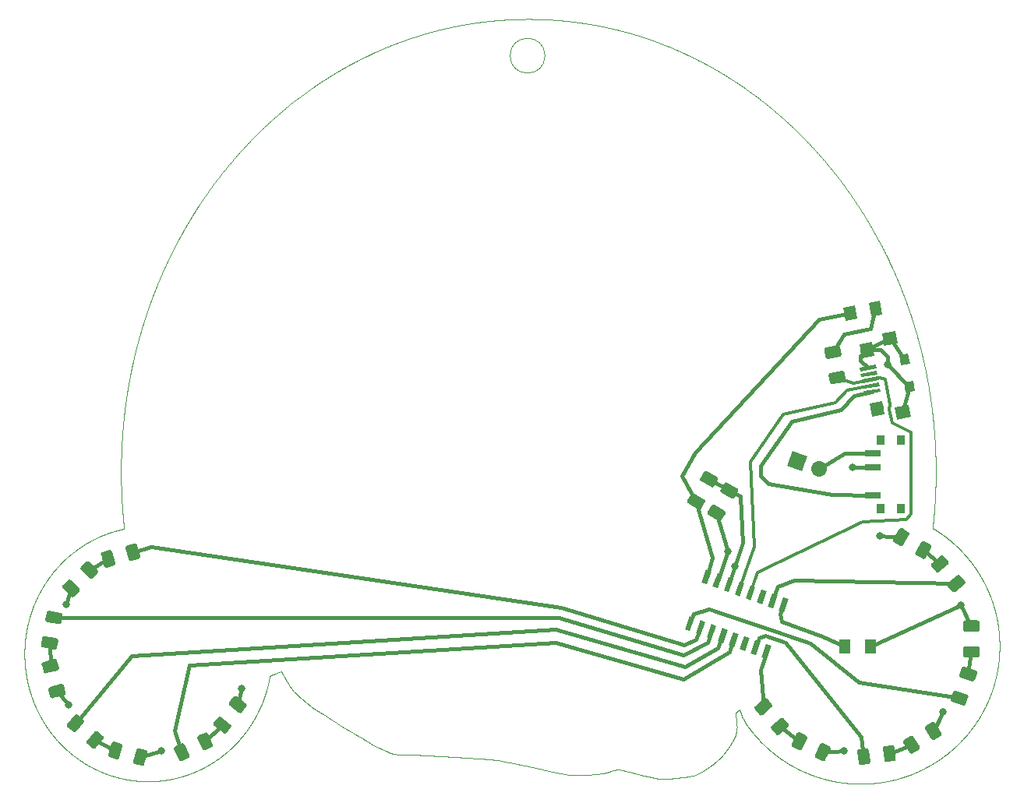
<source format=gbr>
G04 #@! TF.GenerationSoftware,KiCad,Pcbnew,(5.1.0)-1*
G04 #@! TF.CreationDate,2019-09-27T22:37:58-05:00*
G04 #@! TF.ProjectId,BSidesDFW_2019,42536964-6573-4444-9657-5f323031392e,rev?*
G04 #@! TF.SameCoordinates,Original*
G04 #@! TF.FileFunction,Copper,L1,Top*
G04 #@! TF.FilePolarity,Positive*
%FSLAX46Y46*%
G04 Gerber Fmt 4.6, Leading zero omitted, Abs format (unit mm)*
G04 Created by KiCad (PCBNEW (5.1.0)-1) date 2019-09-27 22:37:58*
%MOMM*%
%LPD*%
G04 APERTURE LIST*
G04 #@! TA.AperFunction,NonConductor*
%ADD10C,0.050000*%
G04 #@! TD*
G04 #@! TA.AperFunction,NonConductor*
%ADD11C,0.015200*%
G04 #@! TD*
G04 #@! TA.AperFunction,SMDPad,CuDef*
%ADD12R,1.250000X1.500000*%
G04 #@! TD*
G04 #@! TA.AperFunction,SMDPad,CuDef*
%ADD13R,1.700000X0.700000*%
G04 #@! TD*
G04 #@! TA.AperFunction,SMDPad,CuDef*
%ADD14R,0.900000X1.000000*%
G04 #@! TD*
G04 #@! TA.AperFunction,SMDPad,CuDef*
%ADD15C,1.250000*%
G04 #@! TD*
G04 #@! TA.AperFunction,Conductor*
%ADD16C,0.100000*%
G04 #@! TD*
G04 #@! TA.AperFunction,ComponentPad*
%ADD17C,1.700000*%
G04 #@! TD*
G04 #@! TA.AperFunction,Conductor*
%ADD18C,1.700000*%
G04 #@! TD*
G04 #@! TA.AperFunction,SMDPad,CuDef*
%ADD19C,1.400000*%
G04 #@! TD*
G04 #@! TA.AperFunction,SMDPad,CuDef*
%ADD20C,0.400000*%
G04 #@! TD*
G04 #@! TA.AperFunction,SMDPad,CuDef*
%ADD21C,1.350000*%
G04 #@! TD*
G04 #@! TA.AperFunction,SMDPad,CuDef*
%ADD22C,1.000000*%
G04 #@! TD*
G04 #@! TA.AperFunction,SMDPad,CuDef*
%ADD23C,0.600000*%
G04 #@! TD*
G04 #@! TA.AperFunction,ViaPad*
%ADD24C,0.800000*%
G04 #@! TD*
G04 #@! TA.AperFunction,Conductor*
%ADD25C,0.450000*%
G04 #@! TD*
G04 #@! TA.AperFunction,Conductor*
%ADD26C,0.350000*%
G04 #@! TD*
G04 APERTURE END LIST*
D10*
X113205020Y-55514980D02*
G75*
G03X113205020Y-55514980I-1895020J0D01*
G01*
D11*
X119313265Y-52317211D02*
X119252268Y-52305023D01*
X120546300Y-52584830D02*
X120496186Y-52573160D01*
X120224702Y-52511112D02*
X120164146Y-52497542D01*
X120746543Y-52632138D02*
X120696514Y-52620217D01*
X120696514Y-52620217D02*
X120646463Y-52608358D01*
X118456708Y-52155028D02*
X118395312Y-52144143D01*
X118579414Y-52177079D02*
X118518075Y-52166007D01*
X118640725Y-52188244D02*
X118579414Y-52177079D01*
X118702008Y-52199503D02*
X118640725Y-52188244D01*
X118763262Y-52210856D02*
X118702008Y-52199503D01*
X118824488Y-52222301D02*
X118763262Y-52210856D01*
X120596392Y-52596563D02*
X120546300Y-52584830D01*
X118885685Y-52233840D02*
X118824488Y-52222301D01*
X118946854Y-52245471D02*
X118885685Y-52233840D01*
X119739426Y-52405120D02*
X119678633Y-52392285D01*
X119069106Y-52269013D02*
X119007994Y-52257196D01*
X119617811Y-52379542D02*
X119556960Y-52366891D01*
X119130189Y-52280924D02*
X119069106Y-52269013D01*
X121195865Y-52742242D02*
X121146025Y-52729759D01*
X119252268Y-52305023D02*
X119191243Y-52292927D01*
X119435171Y-52341866D02*
X119374232Y-52329492D01*
X121146025Y-52729759D02*
X121096163Y-52717338D01*
X119496080Y-52354332D02*
X119435171Y-52341866D01*
X119860922Y-52431067D02*
X119800189Y-52418047D01*
X120846540Y-52656168D02*
X120796552Y-52644122D01*
X119800189Y-52418047D02*
X119739426Y-52405120D01*
X120345723Y-52538527D02*
X120285227Y-52524774D01*
X120042946Y-52470676D02*
X119982301Y-52457381D01*
X120496186Y-52573160D02*
X120446053Y-52561553D01*
X120946453Y-52680448D02*
X120896507Y-52668277D01*
X120103561Y-52484063D02*
X120042946Y-52470676D01*
X120164146Y-52497542D02*
X120103561Y-52484063D01*
X120285227Y-52524774D02*
X120224702Y-52511112D01*
X120996377Y-52692682D02*
X120946453Y-52680448D01*
X119191243Y-52292927D02*
X119130189Y-52280924D01*
X121096163Y-52717338D02*
X121046281Y-52704979D01*
X119556960Y-52366891D02*
X119496080Y-52354332D01*
X119374232Y-52329492D02*
X119313265Y-52317211D01*
X121046281Y-52704979D02*
X120996377Y-52692682D01*
X118333484Y-52133280D02*
X118271627Y-52122513D01*
X119007994Y-52257196D02*
X118946854Y-52245471D01*
X121245684Y-52754788D02*
X121195865Y-52742242D01*
X118518075Y-52166007D02*
X118456708Y-52155028D01*
X120646463Y-52608358D02*
X120596392Y-52596563D01*
X120896507Y-52668277D02*
X120846540Y-52656168D01*
X120796552Y-52644122D02*
X120746543Y-52632138D01*
X119982301Y-52457381D02*
X119921626Y-52444178D01*
X118395312Y-52144143D02*
X118333484Y-52133280D01*
X119678633Y-52392285D02*
X119617811Y-52379542D01*
X119921626Y-52444178D02*
X119860922Y-52431067D01*
X120446053Y-52561553D02*
X120395898Y-52550009D01*
X120395898Y-52550009D02*
X120345723Y-52538527D01*
X125721375Y-54165737D02*
X125633310Y-54132394D01*
X125191744Y-53968688D02*
X125103184Y-53936549D01*
X125280222Y-54001027D02*
X125191744Y-53968688D01*
X122284484Y-53031894D02*
X122198687Y-53007880D01*
X123732723Y-53468361D02*
X123648080Y-53441220D01*
X124070597Y-53578743D02*
X123986233Y-53550875D01*
X124575294Y-53749752D02*
X124491355Y-53720799D01*
X125809357Y-54199279D02*
X125721375Y-54165737D01*
X123563368Y-53414261D02*
X123478587Y-53387485D01*
X121643465Y-52857394D02*
X121593818Y-52844351D01*
X121940897Y-52936952D02*
X121891380Y-52923538D01*
X121841840Y-52910185D02*
X121792279Y-52896895D01*
X123478587Y-53387485D02*
X123393737Y-53360891D01*
X125633310Y-54132394D02*
X125545162Y-54099252D01*
X125897255Y-54233021D02*
X125809357Y-54199279D01*
X124239112Y-53635023D02*
X124154890Y-53606793D01*
X122712471Y-53154745D02*
X122627007Y-53129805D01*
X122198687Y-53007880D02*
X122112823Y-52984051D01*
X123986233Y-53550875D02*
X123901800Y-53523189D01*
X122370215Y-53056094D02*
X122284484Y-53031894D01*
X122455879Y-53080479D02*
X122370215Y-53056094D01*
X123138773Y-53282209D02*
X123053648Y-53256348D01*
X124748128Y-53810013D02*
X124659161Y-53778885D01*
X124659161Y-53778885D02*
X124575294Y-53749752D01*
X125014542Y-53904612D02*
X124925819Y-53872877D01*
X121295481Y-52767397D02*
X121245684Y-52754788D01*
X123053648Y-53256348D02*
X122968456Y-53230671D01*
X123393737Y-53360891D02*
X123308817Y-53334480D01*
X126160445Y-54335442D02*
X126072799Y-54301103D01*
X123223829Y-53308253D02*
X123138773Y-53282209D01*
X121693092Y-52870499D02*
X121643465Y-52857394D01*
X121345257Y-52780067D02*
X121295481Y-52767397D01*
X125985069Y-54266962D02*
X125897255Y-54233021D01*
X121444746Y-52805594D02*
X121395012Y-52792800D01*
X121544149Y-52831370D02*
X121494458Y-52818451D01*
X122627007Y-53129805D02*
X122541477Y-53105049D01*
X126072799Y-54301103D02*
X125985069Y-54266962D01*
X121792279Y-52896895D02*
X121742696Y-52883666D01*
X125368618Y-54033568D02*
X125280222Y-54001027D01*
X126248007Y-54369980D02*
X126160445Y-54335442D01*
X122112823Y-52984051D02*
X122026893Y-52960408D01*
X121593818Y-52844351D02*
X121544149Y-52831370D01*
X122026893Y-52960408D02*
X121940897Y-52936952D01*
X123817296Y-53495684D02*
X123732723Y-53468361D01*
X123308817Y-53334480D02*
X123223829Y-53308253D01*
X123648080Y-53441220D02*
X123563368Y-53414261D01*
X125545162Y-54099252D02*
X125456931Y-54066310D01*
X121742696Y-52883666D02*
X121693092Y-52870499D01*
X124323264Y-53663435D02*
X124239112Y-53635023D01*
X121891380Y-52923538D02*
X121841840Y-52910185D01*
X122797867Y-53179869D02*
X122712471Y-53154745D01*
X125103184Y-53936549D02*
X125014542Y-53904612D01*
X124837014Y-53841344D02*
X124748128Y-53810013D01*
X122968456Y-53230671D02*
X122883195Y-53205178D01*
X125456931Y-54066310D02*
X125368618Y-54033568D01*
X121395012Y-52792800D02*
X121345257Y-52780067D01*
X124154890Y-53606793D02*
X124070597Y-53578743D01*
X121494458Y-52818451D02*
X121444746Y-52805594D01*
X124407345Y-53692027D02*
X124323264Y-53663435D01*
X122883195Y-53205178D02*
X122797867Y-53179869D01*
X124925819Y-53872877D02*
X124837014Y-53841344D01*
X122541477Y-53105049D02*
X122455879Y-53080479D01*
X123901800Y-53523189D02*
X123817296Y-53495684D01*
X124491355Y-53720799D02*
X124407345Y-53692027D01*
X126771592Y-54581364D02*
X126684541Y-54545639D01*
X127741769Y-54995376D02*
X127695684Y-54975045D01*
X128017741Y-55118528D02*
X127971810Y-55097864D01*
X128384272Y-55285834D02*
X128338546Y-55264727D01*
X128930963Y-55543408D02*
X128885549Y-55521641D01*
X129355427Y-55750118D02*
X129294932Y-55720295D01*
X126858557Y-54617285D02*
X126771592Y-54581364D01*
X127603440Y-54934551D02*
X127557279Y-54914388D01*
X129657190Y-55900695D02*
X129596933Y-55870386D01*
X128338546Y-55264727D02*
X128292794Y-55243676D01*
X126945435Y-54653403D02*
X126858557Y-54617285D01*
X127032227Y-54689718D02*
X126945435Y-54653403D01*
X128063648Y-55139247D02*
X128017741Y-55118528D01*
X127292082Y-54799838D02*
X127205551Y-54762935D01*
X127378526Y-54836935D02*
X127292082Y-54799838D01*
X127833862Y-55036204D02*
X127787828Y-55015762D01*
X127925853Y-55077255D02*
X127879870Y-55056702D01*
X127879870Y-55056702D02*
X127833862Y-55036204D01*
X128521296Y-55349485D02*
X128475647Y-55328213D01*
X128566919Y-55370812D02*
X128521296Y-55349485D01*
X128109528Y-55160022D02*
X128063648Y-55139247D01*
X129294932Y-55720295D02*
X129234388Y-55690569D01*
X128794642Y-55478273D02*
X128749150Y-55456671D01*
X129052475Y-55601979D02*
X128991742Y-55572644D01*
X129113160Y-55631411D02*
X129052475Y-55601979D01*
X129234388Y-55690569D02*
X129173798Y-55660941D01*
X129476276Y-55810057D02*
X129415875Y-55780039D01*
X127464883Y-54874228D02*
X127378526Y-54836935D01*
X127557279Y-54914388D02*
X127511094Y-54894280D01*
X129536628Y-55840173D02*
X129476276Y-55810057D01*
X129173798Y-55660941D02*
X129113160Y-55631411D01*
X128612515Y-55392195D02*
X128566919Y-55370812D01*
X127695684Y-54975045D02*
X127649575Y-54954770D01*
X127787828Y-55015762D02*
X127741769Y-54995376D01*
X129957752Y-56053699D02*
X129897736Y-56022905D01*
X127971810Y-55097864D02*
X127925853Y-55077255D01*
X128840109Y-55499930D02*
X128794642Y-55478273D01*
X128703631Y-55435124D02*
X128658086Y-55413632D01*
X129596933Y-55870386D02*
X129536628Y-55840173D01*
X129777559Y-55961606D02*
X129717399Y-55931102D01*
X129897736Y-56022905D02*
X129837672Y-55992207D01*
X129415875Y-55780039D02*
X129355427Y-55750118D01*
X129717399Y-55931102D02*
X129657190Y-55900695D01*
X129837672Y-55992207D02*
X129777559Y-55961606D01*
X127649575Y-54954770D02*
X127603440Y-54934551D01*
X128201212Y-55201738D02*
X128155383Y-55180853D01*
X126422876Y-54439650D02*
X126335484Y-54404716D01*
X126335484Y-54404716D02*
X126248007Y-54369980D01*
X126510183Y-54474782D02*
X126422876Y-54439650D01*
X126597405Y-54510112D02*
X126510183Y-54474782D01*
X128658086Y-55413632D02*
X128612515Y-55392195D01*
X126684541Y-54545639D02*
X126597405Y-54510112D01*
X128991742Y-55572644D02*
X128930963Y-55543408D01*
X127118932Y-54726229D02*
X127032227Y-54689718D01*
X127205551Y-54762935D02*
X127118932Y-54726229D01*
X128429973Y-55306996D02*
X128384272Y-55285834D01*
X127511094Y-54894280D02*
X127464883Y-54874228D01*
X128155383Y-55180853D02*
X128109528Y-55160022D01*
X128247016Y-55222679D02*
X128201212Y-55201738D01*
X128749150Y-55456671D02*
X128703631Y-55435124D01*
X128475647Y-55328213D02*
X128429973Y-55306996D01*
X128885549Y-55521641D02*
X128840109Y-55499930D01*
X130017720Y-56084590D02*
X129957752Y-56053699D01*
X128292794Y-55243676D02*
X128247016Y-55222679D01*
X133263514Y-57945234D02*
X133197632Y-57903628D01*
X133788025Y-58282445D02*
X133722709Y-58239870D01*
X131574879Y-56930067D02*
X131509487Y-56892851D01*
X133853269Y-58325140D02*
X133788025Y-58282445D01*
X132290011Y-57347132D02*
X132225318Y-57308636D01*
X133460736Y-58070780D02*
X133395066Y-58028810D01*
X133526336Y-58112871D02*
X133460736Y-58070780D01*
X133918441Y-58367955D02*
X133853269Y-58325140D01*
X132030853Y-57193845D02*
X131965904Y-57155813D01*
X131444033Y-56855753D02*
X131378516Y-56818772D01*
X130077639Y-56115577D02*
X130017720Y-56084590D01*
X131705473Y-57004849D02*
X131640208Y-56967400D01*
X130918153Y-56563196D02*
X130852139Y-56527157D01*
X133591865Y-58155083D02*
X133526336Y-58112871D01*
X132548144Y-57502269D02*
X132483707Y-57463311D01*
X134113529Y-58497122D02*
X134048572Y-58453947D01*
X130137510Y-56146661D02*
X130077639Y-56115577D01*
X131900891Y-57117897D02*
X131835815Y-57080098D01*
X132483707Y-57463311D02*
X132419206Y-57424469D01*
X133722709Y-58239870D02*
X133657322Y-58197416D01*
X134048572Y-58453947D02*
X133983542Y-58410891D01*
X130197332Y-56177841D02*
X130137510Y-56146661D01*
X131115824Y-56672021D02*
X131049996Y-56635628D01*
X132933404Y-57738425D02*
X132869356Y-57698779D01*
X130555237Y-56366941D02*
X130495709Y-56335184D01*
X133197632Y-57903628D02*
X133131680Y-57862145D01*
X130257105Y-56209118D02*
X130197332Y-56177841D01*
X132805244Y-57659247D02*
X132741066Y-57619831D01*
X131770676Y-57042415D02*
X131705473Y-57004849D01*
X132354641Y-57385743D02*
X132290011Y-57347132D01*
X130316829Y-56240491D02*
X130257105Y-56209118D01*
X130376505Y-56271959D02*
X130316829Y-56240491D01*
X131378516Y-56818772D02*
X131312937Y-56781908D01*
X130614716Y-56398793D02*
X130555237Y-56366941D01*
X130733526Y-56462784D02*
X130674146Y-56430741D01*
X131640208Y-56967400D02*
X131574879Y-56930067D01*
X132225318Y-57308636D02*
X132160560Y-57270256D01*
X132869356Y-57698779D02*
X132805244Y-57659247D01*
X133395066Y-58028810D02*
X133329325Y-57986961D01*
X131965904Y-57155813D02*
X131900891Y-57117897D01*
X133065658Y-57820783D02*
X132999566Y-57779543D01*
X133131680Y-57862145D02*
X133065658Y-57820783D01*
X130436131Y-56303524D02*
X130376505Y-56271959D01*
X131509487Y-56892851D02*
X131444033Y-56855753D01*
X130495709Y-56335184D02*
X130436131Y-56303524D01*
X130674146Y-56430741D02*
X130614716Y-56398793D01*
X132419206Y-57424469D02*
X132354641Y-57385743D01*
X133983542Y-58410891D02*
X133918441Y-58367955D01*
X130792857Y-56494922D02*
X130733526Y-56462784D01*
X130852139Y-56527157D02*
X130792857Y-56494922D01*
X133329325Y-57986961D02*
X133263514Y-57945234D01*
X133657322Y-58197416D02*
X133591865Y-58155083D01*
X132612516Y-57541341D02*
X132548144Y-57502269D01*
X130984105Y-56599353D02*
X130918153Y-56563196D01*
X131312937Y-56781908D02*
X131247295Y-56745161D01*
X131049996Y-56635628D02*
X130984105Y-56599353D01*
X131181591Y-56708532D02*
X131115824Y-56672021D01*
X132160560Y-57270256D02*
X132095738Y-57231993D01*
X132741066Y-57619831D02*
X132676823Y-57580528D01*
X131247295Y-56745161D02*
X131181591Y-56708532D01*
X131835815Y-57080098D02*
X131770676Y-57042415D01*
X132095738Y-57231993D02*
X132030853Y-57193845D01*
X132676823Y-57580528D02*
X132612516Y-57541341D01*
X132999566Y-57779543D02*
X132933404Y-57738425D01*
X135680303Y-59590633D02*
X135620188Y-59546782D01*
X136809466Y-60443710D02*
X136750660Y-60397875D01*
X137200116Y-60752232D02*
X137131949Y-60697887D01*
X135379048Y-59372436D02*
X135318595Y-59329114D01*
X137741968Y-61192018D02*
X137674578Y-61136559D01*
X135015319Y-59114102D02*
X134951380Y-59069261D01*
X135076108Y-59156891D02*
X135015319Y-59114102D01*
X135439434Y-59415863D02*
X135379048Y-59372436D01*
X136632838Y-60306515D02*
X136573822Y-60260990D01*
X137674578Y-61136559D02*
X137607089Y-61081238D01*
X134178415Y-58540418D02*
X134113529Y-58497122D01*
X135136830Y-59199787D02*
X135076108Y-59156891D01*
X137268187Y-60806718D02*
X137200116Y-60752232D01*
X135258074Y-59285899D02*
X135197485Y-59242790D01*
X135800330Y-59678651D02*
X135740351Y-59634589D01*
X136039565Y-59855949D02*
X135979859Y-59811467D01*
X137063685Y-60643681D02*
X136995325Y-60589615D01*
X136926869Y-60535690D02*
X136868203Y-60489649D01*
X137943554Y-61359226D02*
X137876457Y-61303352D01*
X138010552Y-61415238D02*
X137943554Y-61359226D01*
X136995325Y-60589615D02*
X136926869Y-60535690D01*
X137336161Y-60861343D02*
X137268187Y-60806718D01*
X134243228Y-58583833D02*
X134178415Y-58540418D01*
X134501758Y-58758688D02*
X134437234Y-58714796D01*
X134372638Y-58671022D02*
X134307969Y-58627368D01*
X134759124Y-58935448D02*
X134694892Y-58891080D01*
X134437234Y-58714796D02*
X134372638Y-58671022D01*
X135560004Y-59503036D02*
X135499753Y-59459397D01*
X135979859Y-59811467D02*
X135920085Y-59767090D01*
X136099203Y-59900536D02*
X136039565Y-59855949D01*
X136573822Y-60260990D02*
X136514737Y-60215569D01*
X138077452Y-61471387D02*
X138010552Y-61415238D01*
X134630587Y-58846830D02*
X134566209Y-58802700D01*
X135499753Y-59459397D02*
X135439434Y-59415863D01*
X136396359Y-60125039D02*
X136337066Y-60079930D01*
X136455583Y-60170252D02*
X136396359Y-60125039D01*
X136750660Y-60397875D02*
X136691784Y-60352143D01*
X134951380Y-59069261D02*
X134887368Y-59024538D01*
X135620188Y-59546782D02*
X135560004Y-59503036D01*
X137131949Y-60697887D02*
X137063685Y-60643681D01*
X134694892Y-58891080D02*
X134630587Y-58846830D01*
X136158772Y-59945228D02*
X136099203Y-59900536D01*
X136337066Y-60079930D02*
X136277703Y-60034925D01*
X136868203Y-60489649D02*
X136809466Y-60443710D01*
X136691784Y-60352143D02*
X136632838Y-60306515D01*
X137471819Y-60971012D02*
X137404039Y-60916108D01*
X135740351Y-59634589D02*
X135680303Y-59590633D01*
X134307969Y-58627368D02*
X134243228Y-58583833D01*
X134566209Y-58802700D02*
X134501758Y-58758688D01*
X134887368Y-59024538D02*
X134823283Y-58979934D01*
X138144253Y-61527674D02*
X138077452Y-61471387D01*
X135197485Y-59242790D02*
X135136830Y-59199787D01*
X135860241Y-59722818D02*
X135800330Y-59678651D01*
X134823283Y-58979934D02*
X134759124Y-58935448D01*
X135318595Y-59329114D02*
X135258074Y-59285899D01*
X137809262Y-61247616D02*
X137741968Y-61192018D01*
X136277703Y-60034925D02*
X136218272Y-59990024D01*
X135920085Y-59767090D02*
X135860241Y-59722818D01*
X136218272Y-59990024D02*
X136158772Y-59945228D01*
X137404039Y-60916108D02*
X137336161Y-60861343D01*
X137876457Y-61303352D02*
X137809262Y-61247616D01*
X136514737Y-60215569D02*
X136455583Y-60170252D01*
X137539503Y-61026056D02*
X137471819Y-60971012D01*
X137607089Y-61081238D02*
X137539503Y-61026056D01*
X141444407Y-64604999D02*
X141383007Y-64541991D01*
X140893746Y-64048275D02*
X140834294Y-63989277D01*
X140174019Y-63348075D02*
X140113425Y-63290495D01*
X141198164Y-64353731D02*
X141136336Y-64291233D01*
X140052736Y-63233035D02*
X139991953Y-63175694D01*
X140535598Y-63696050D02*
X140475573Y-63637758D01*
X140655364Y-63812987D02*
X140595529Y-63754460D01*
X141871196Y-65049604D02*
X141810550Y-64985710D01*
X141627964Y-64794785D02*
X141566886Y-64731396D01*
X141074401Y-64228864D02*
X141012361Y-64166622D01*
X138210956Y-61584098D02*
X138144253Y-61527674D01*
X141321499Y-64479110D02*
X141259885Y-64416357D01*
X138344063Y-61697357D02*
X138277559Y-61640659D01*
X138410468Y-61754192D02*
X138344063Y-61697357D01*
X140595529Y-63754460D02*
X140535598Y-63696050D01*
X138675090Y-61982893D02*
X138609085Y-61925513D01*
X138740995Y-62040408D02*
X138675090Y-61982893D01*
X138806800Y-62098058D02*
X138740995Y-62040408D01*
X141505700Y-64668134D02*
X141444407Y-64604999D01*
X138872505Y-62155844D02*
X138806800Y-62098058D01*
X138938108Y-62213765D02*
X138872505Y-62155844D01*
X139069012Y-62330012D02*
X139003611Y-62271821D01*
X140774747Y-63930396D02*
X140715103Y-63871633D01*
X139131190Y-62385543D02*
X139069012Y-62330012D01*
X139809041Y-63004388D02*
X139747883Y-62947526D01*
X140234520Y-63405774D02*
X140174019Y-63348075D01*
X139193275Y-62441196D02*
X139131190Y-62385543D01*
X139255269Y-62496970D02*
X139193275Y-62441196D01*
X141383007Y-64541991D02*
X141321499Y-64479110D01*
X141931733Y-65113623D02*
X141871196Y-65049604D01*
X139378978Y-62608883D02*
X139317170Y-62552866D01*
X139440695Y-62665022D02*
X139378978Y-62608883D01*
X141012361Y-64166622D02*
X140953102Y-64107390D01*
X139563849Y-62777661D02*
X139502318Y-62721281D01*
X139625287Y-62834162D02*
X139563849Y-62777661D01*
X142112692Y-65306435D02*
X142052482Y-65242039D01*
X140294925Y-63463592D02*
X140234520Y-63405774D01*
X140415452Y-63579584D02*
X140355236Y-63521529D01*
X141810550Y-64985710D02*
X141749796Y-64921942D01*
X141259885Y-64416357D02*
X141198164Y-64353731D01*
X141566886Y-64731396D02*
X141505700Y-64668134D01*
X139502318Y-62721281D02*
X139440695Y-62665022D01*
X141136336Y-64291233D02*
X141074401Y-64228864D01*
X142052482Y-65242039D02*
X141992162Y-65177769D01*
X138277559Y-61640659D02*
X138210956Y-61584098D01*
X139747883Y-62947526D02*
X139686631Y-62890784D01*
X138476773Y-61811163D02*
X138410468Y-61754192D01*
X138542979Y-61868270D02*
X138476773Y-61811163D01*
X138609085Y-61925513D02*
X138542979Y-61868270D01*
X139003611Y-62271821D02*
X138938108Y-62213765D01*
X139317170Y-62552866D02*
X139255269Y-62496970D01*
X139686631Y-62890784D02*
X139625287Y-62834162D01*
X140113425Y-63290495D02*
X140052736Y-63233035D01*
X139870105Y-63061370D02*
X139809041Y-63004388D01*
X140953102Y-64107390D02*
X140893746Y-64048275D01*
X139931076Y-63118472D02*
X139870105Y-63061370D01*
X141992162Y-65177769D02*
X141931733Y-65113623D01*
X141749796Y-64921942D02*
X141688934Y-64858300D01*
X140834294Y-63989277D02*
X140774747Y-63930396D01*
X139991953Y-63175694D02*
X139931076Y-63118472D01*
X140355236Y-63521529D02*
X140294925Y-63463592D01*
X140475573Y-63637758D02*
X140415452Y-63579584D01*
X141688934Y-64858300D02*
X141627964Y-64794785D01*
X140715103Y-63871633D02*
X140655364Y-63812987D01*
X80289479Y-65740167D02*
X80233542Y-65801736D01*
X78327366Y-68038591D02*
X78265746Y-68115727D01*
X79396624Y-66749642D02*
X79332602Y-66824283D01*
X80457876Y-65556121D02*
X80401646Y-65617359D01*
X78389130Y-67961601D02*
X78327366Y-68038591D01*
X79679589Y-66423435D02*
X79624739Y-66486202D01*
X79268720Y-66899072D02*
X79204977Y-66974009D01*
X78575278Y-67731500D02*
X78513086Y-67808055D01*
X79460785Y-66675151D02*
X79396624Y-66749642D01*
X78637612Y-67655091D02*
X78575278Y-67731500D01*
X78700088Y-67578828D02*
X78637612Y-67655091D01*
X78825465Y-67426741D02*
X78762706Y-67502711D01*
X79789589Y-66298225D02*
X79734539Y-66360776D01*
X78888365Y-67350917D02*
X78825465Y-67426741D01*
X79077911Y-67124329D02*
X79014588Y-67199711D01*
X79204977Y-66974009D02*
X79141374Y-67049095D01*
X79569988Y-66549077D02*
X79515336Y-66612060D01*
X80066321Y-65987101D02*
X80010777Y-66049108D01*
X80233542Y-65801736D02*
X80177703Y-65863415D01*
X80627151Y-65373067D02*
X80570629Y-65433974D01*
X79515336Y-66612060D02*
X79460785Y-66675151D01*
X79624739Y-66486202D02*
X79569988Y-66549077D01*
X79955331Y-66111224D02*
X79899985Y-66173449D01*
X79734539Y-66360776D02*
X79679589Y-66423435D01*
X80177703Y-65863415D02*
X80121963Y-65925203D01*
X80854209Y-65130548D02*
X80797299Y-65191011D01*
X80911215Y-65070197D02*
X80854209Y-65130548D01*
X80968317Y-65009957D02*
X80911215Y-65070197D01*
X79844737Y-66235782D02*
X79789589Y-66298225D01*
X81140200Y-64829908D02*
X81082810Y-64889812D01*
X80345514Y-65678708D02*
X80289479Y-65740167D01*
X80740486Y-65251585D02*
X80683770Y-65312271D01*
X79899985Y-66173449D02*
X79844737Y-66235782D01*
X80514204Y-65494992D02*
X80457876Y-65556121D01*
X80797299Y-65191011D02*
X80740486Y-65251585D01*
X80683770Y-65312271D02*
X80627151Y-65373067D01*
X78204268Y-68193006D02*
X78142934Y-68270430D01*
X78265746Y-68115727D02*
X78204268Y-68193006D01*
X79141374Y-67049095D02*
X79077911Y-67124329D01*
X81082810Y-64889812D02*
X81025515Y-64949829D01*
X78762706Y-67502711D02*
X78700088Y-67578828D01*
X78451037Y-67884755D02*
X78389130Y-67961601D01*
X78513086Y-67808055D02*
X78451037Y-67884755D01*
X81025515Y-64949829D02*
X80968317Y-65009957D01*
X78951406Y-67275240D02*
X78888365Y-67350917D01*
X79014588Y-67199711D02*
X78951406Y-67275240D01*
X80010777Y-66049108D02*
X79955331Y-66111224D01*
X79332602Y-66824283D02*
X79268720Y-66899072D01*
X80121963Y-65925203D02*
X80066321Y-65987101D01*
X80570629Y-65433974D02*
X80514204Y-65494992D01*
X80401646Y-65617359D02*
X80345514Y-65678708D01*
X84484235Y-61674833D02*
X84419300Y-61730321D01*
X84679611Y-61509151D02*
X84614391Y-61564247D01*
X82522600Y-63448625D02*
X82461261Y-63507496D01*
X85007121Y-61235639D02*
X84941431Y-61290078D01*
X82400020Y-63566490D02*
X82338877Y-63625606D01*
X82954705Y-63039975D02*
X82892684Y-63097983D01*
X83203755Y-62809185D02*
X83141348Y-62866696D01*
X84419300Y-61730321D02*
X84354459Y-61785941D01*
X84289713Y-61841690D02*
X84225063Y-61897569D01*
X84875835Y-61344649D02*
X84810333Y-61399352D01*
X82645572Y-63331252D02*
X82584037Y-63389877D01*
X85138782Y-61127157D02*
X85072905Y-61181332D01*
X81197687Y-64770116D02*
X81140200Y-64829908D01*
X81913638Y-64042833D02*
X81853286Y-64102922D01*
X84354459Y-61785941D02*
X84289713Y-61841690D01*
X83456755Y-62578203D02*
X83393359Y-62635757D01*
X81255269Y-64710437D02*
X81197687Y-64770116D01*
X81314618Y-64649146D02*
X81255269Y-64710437D01*
X82830760Y-63156115D02*
X82768933Y-63214371D01*
X81374068Y-64587975D02*
X81314618Y-64649146D01*
X83393359Y-62635757D02*
X83330060Y-62693439D01*
X82095290Y-63863291D02*
X82034640Y-63923017D01*
X84549266Y-61619475D02*
X84484235Y-61674833D01*
X83839173Y-62235567D02*
X83775195Y-62292352D01*
X81553023Y-64405179D02*
X81493271Y-64465991D01*
X84096050Y-62009718D02*
X84031687Y-62065986D01*
X81433619Y-64526923D02*
X81374068Y-64587975D01*
X83711313Y-62349266D02*
X83647528Y-62406308D01*
X82707204Y-63272749D02*
X82645572Y-63331252D01*
X83266858Y-62751248D02*
X83203755Y-62809185D01*
X81493271Y-64465991D02*
X81433619Y-64526923D01*
X82338877Y-63625606D02*
X82277832Y-63684844D01*
X84810333Y-61399352D02*
X84744925Y-61454186D01*
X81612876Y-64344487D02*
X81553023Y-64405179D01*
X81732881Y-64223463D02*
X81672829Y-64283915D01*
X82584037Y-63389877D02*
X82522600Y-63448625D01*
X82892684Y-63097983D02*
X82830760Y-63156115D01*
X83775195Y-62292352D02*
X83711313Y-62349266D01*
X83141348Y-62866696D02*
X83079037Y-62924331D01*
X85072905Y-61181332D02*
X85007121Y-61235639D01*
X83967419Y-62122384D02*
X83903248Y-62178911D01*
X84031687Y-62065986D02*
X83967419Y-62122384D01*
X82461261Y-63507496D02*
X82400020Y-63566490D01*
X84941431Y-61290078D02*
X84875835Y-61344649D01*
X81672829Y-64283915D02*
X81612876Y-64344487D01*
X81793034Y-64163132D02*
X81732881Y-64223463D01*
X81853286Y-64102922D02*
X81793034Y-64163132D01*
X83330060Y-62693439D02*
X83266858Y-62751248D01*
X81974090Y-63982864D02*
X81913638Y-64042833D01*
X82034640Y-63923017D02*
X81974090Y-63982864D01*
X82156039Y-63803687D02*
X82095290Y-63863291D01*
X84225063Y-61897569D02*
X84160509Y-61953579D01*
X83520249Y-62520777D02*
X83456755Y-62578203D01*
X82277832Y-63684844D02*
X82216886Y-63744205D01*
X84744925Y-61454186D02*
X84679611Y-61509151D01*
X82216886Y-63744205D02*
X82156039Y-63803687D01*
X83079037Y-62924331D02*
X83016823Y-62982091D01*
X83647528Y-62406308D02*
X83583840Y-62463478D01*
X84614391Y-61564247D02*
X84549266Y-61619475D01*
X82768933Y-63214371D02*
X82707204Y-63272749D01*
X83016823Y-62982091D02*
X82954705Y-63039975D01*
X83583840Y-62463478D02*
X83520249Y-62520777D01*
X83903248Y-62178911D02*
X83839173Y-62235567D01*
X84160509Y-61953579D02*
X84096050Y-62009718D01*
X88219667Y-58813674D02*
X88176517Y-58843261D01*
X89045684Y-58261695D02*
X89001919Y-58290261D01*
X89308946Y-58091436D02*
X89264989Y-58119677D01*
X87958261Y-58994088D02*
X87869398Y-59056058D01*
X85865286Y-60543362D02*
X85779911Y-60610686D01*
X87427212Y-59369311D02*
X87339203Y-59432639D01*
X87515364Y-59306208D02*
X87427212Y-59369311D01*
X88047266Y-58932345D02*
X87958261Y-58994088D01*
X88914485Y-58347557D02*
X88870816Y-58376285D01*
X85204752Y-61073115D02*
X85138782Y-61127157D01*
X85355288Y-60950575D02*
X85270815Y-61019205D01*
X86208272Y-60276259D02*
X86122303Y-60342705D01*
X89352935Y-58063250D02*
X89308946Y-58091436D01*
X87603659Y-59243331D02*
X87515364Y-59306208D01*
X88306064Y-58754658D02*
X88262849Y-58784139D01*
X88479250Y-58637269D02*
X88435904Y-58666536D01*
X89221064Y-58147972D02*
X89177171Y-58176321D01*
X89133310Y-58204725D02*
X89089481Y-58233183D01*
X86122303Y-60342705D02*
X86036482Y-60409371D01*
X87780677Y-59118255D02*
X87692097Y-59180680D01*
X89177171Y-58176321D02*
X89133310Y-58204725D01*
X85270815Y-61019205D02*
X85204752Y-61073115D01*
X85439912Y-60882163D02*
X85355288Y-60950575D01*
X86727179Y-59882220D02*
X86640328Y-59947339D01*
X85779911Y-60610686D02*
X85694686Y-60678228D01*
X87076039Y-59623974D02*
X86988606Y-59688200D01*
X85950809Y-60476257D02*
X85865286Y-60543362D01*
X86553623Y-60012680D02*
X86467064Y-60078243D01*
X88133401Y-58872903D02*
X88090317Y-58902597D01*
X88435904Y-58666536D02*
X88392591Y-58695856D01*
X88870816Y-58376285D02*
X88827179Y-58405068D01*
X88522627Y-58608056D02*
X88479250Y-58637269D01*
X86640328Y-59947339D02*
X86553623Y-60012680D01*
X88090317Y-58902597D02*
X88047266Y-58932345D01*
X88740003Y-58462795D02*
X88696463Y-58491740D01*
X88783575Y-58433905D02*
X88740003Y-58462795D01*
X89001919Y-58290261D02*
X88958186Y-58318882D01*
X87339203Y-59432639D02*
X87251338Y-59496193D01*
X88176517Y-58843261D02*
X88133401Y-58872903D01*
X89264989Y-58119677D02*
X89221064Y-58147972D01*
X86901319Y-59752650D02*
X86814176Y-59817324D01*
X86988606Y-59688200D02*
X86901319Y-59752650D01*
X88696463Y-58491740D02*
X88652956Y-58520738D01*
X89089481Y-58233183D02*
X89045684Y-58261695D01*
X88566038Y-58578896D02*
X88522627Y-58608056D01*
X88958186Y-58318882D02*
X88914485Y-58347557D01*
X88262849Y-58784139D02*
X88219667Y-58813674D01*
X86036482Y-60409371D02*
X85950809Y-60476257D01*
X85524686Y-60813967D02*
X85439912Y-60882163D01*
X86294388Y-60210033D02*
X86208272Y-60276259D01*
X87251338Y-59496193D02*
X87163616Y-59559971D01*
X87692097Y-59180680D02*
X87603659Y-59243331D01*
X88349311Y-58725230D02*
X88306064Y-58754658D01*
X85609611Y-60745989D02*
X85524686Y-60813967D01*
X85694686Y-60678228D02*
X85609611Y-60745989D01*
X86380652Y-60144027D02*
X86294388Y-60210033D01*
X88652956Y-58520738D02*
X88609480Y-58549790D01*
X86467064Y-60078243D02*
X86380652Y-60144027D01*
X86814176Y-59817324D02*
X86727179Y-59882220D01*
X87163616Y-59559971D02*
X87076039Y-59623974D01*
X88392591Y-58695856D02*
X88349311Y-58725230D01*
X87869398Y-59056058D02*
X87780677Y-59118255D01*
X88609480Y-58549790D02*
X88566038Y-58578896D01*
X88827179Y-58405068D02*
X88783575Y-58433905D01*
X91510009Y-56770115D02*
X91475878Y-56789256D01*
X91955241Y-56524176D02*
X91920892Y-56542902D01*
X91339523Y-56866140D02*
X91305477Y-56885440D01*
X91203440Y-56943530D02*
X91169462Y-56962957D01*
X90581323Y-57305827D02*
X90533402Y-57334319D01*
X91237436Y-56924135D02*
X91203440Y-56943530D01*
X91169462Y-56962957D02*
X91135501Y-56982415D01*
X90485516Y-57362875D02*
X90437665Y-57391494D01*
X90821454Y-57164321D02*
X90773358Y-57192495D01*
X91271448Y-56904772D02*
X91237436Y-56924135D01*
X91680916Y-56674885D02*
X91646701Y-56693867D01*
X89488108Y-57977103D02*
X89441007Y-58007041D01*
X89818828Y-57769283D02*
X89771474Y-57798784D01*
X89866217Y-57739845D02*
X89818828Y-57769283D01*
X91544157Y-56751005D02*
X91510009Y-56770115D01*
X89913642Y-57710469D02*
X89866217Y-57739845D01*
X90008599Y-57651907D02*
X89961102Y-57681157D01*
X90103699Y-57593596D02*
X90056131Y-57622720D01*
X90151302Y-57564535D02*
X90103699Y-57593596D01*
X91749397Y-56637016D02*
X91715148Y-56655934D01*
X90342069Y-57448921D02*
X90294324Y-57477730D01*
X90437665Y-57391494D02*
X90389849Y-57420176D01*
X90533402Y-57334319D02*
X90485516Y-57362875D01*
X90677270Y-57249034D02*
X90629279Y-57277399D01*
X91135501Y-56982415D02*
X91101557Y-57001906D01*
X91373587Y-56846871D02*
X91339523Y-56866140D01*
X91612503Y-56712881D02*
X91578321Y-56731927D01*
X91920892Y-56542902D02*
X91886559Y-56561661D01*
X90725296Y-57220733D02*
X90677270Y-57249034D01*
X90773358Y-57192495D02*
X90725296Y-57220733D01*
X91033720Y-57040980D02*
X90999827Y-57060565D01*
X91578321Y-56731927D02*
X91544157Y-56751005D01*
X91852244Y-56580452D02*
X91817945Y-56599275D01*
X91715148Y-56655934D02*
X91680916Y-56674885D01*
X91989607Y-56505481D02*
X91955241Y-56524176D01*
X90917751Y-57108164D02*
X90869585Y-57136210D01*
X90999827Y-57060565D02*
X90965951Y-57080181D01*
X91407667Y-56827634D02*
X91373587Y-56846871D01*
X91783662Y-56618129D02*
X91749397Y-56637016D01*
X91475878Y-56789256D02*
X91441764Y-56808429D01*
X91646701Y-56693867D02*
X91612503Y-56712881D01*
X90629279Y-57277399D02*
X90581323Y-57305827D01*
X90869585Y-57136210D02*
X90821454Y-57164321D01*
X90965951Y-57080181D02*
X90917751Y-57108164D01*
X91101557Y-57001906D02*
X91067630Y-57021427D01*
X91817945Y-56599275D02*
X91783662Y-56618129D01*
X89396955Y-58035118D02*
X89352935Y-58063250D01*
X89441007Y-58007041D02*
X89396955Y-58035118D01*
X89535246Y-57947227D02*
X89488108Y-57977103D01*
X89582420Y-57917413D02*
X89535246Y-57947227D01*
X89961102Y-57681157D02*
X89913642Y-57710469D01*
X90294324Y-57477730D02*
X90246615Y-57506602D01*
X91305477Y-56885440D02*
X91271448Y-56904772D01*
X89629629Y-57887662D02*
X89582420Y-57917413D01*
X89676875Y-57857974D02*
X89629629Y-57887662D01*
X89724157Y-57828347D02*
X89676875Y-57857974D01*
X89771474Y-57798784D02*
X89724157Y-57828347D01*
X90056131Y-57622720D02*
X90008599Y-57651907D01*
X90198941Y-57535537D02*
X90151302Y-57564535D01*
X90246615Y-57506602D02*
X90198941Y-57535537D01*
X91441764Y-56808429D02*
X91407667Y-56827634D01*
X91886559Y-56561661D02*
X91852244Y-56580452D01*
X91067630Y-57021427D02*
X91033720Y-57040980D01*
X90389849Y-57420176D02*
X90342069Y-57448921D01*
X93370055Y-55787968D02*
X93346155Y-55799844D01*
X93777499Y-55588407D02*
X93753473Y-55600024D01*
X92915112Y-56017304D02*
X92879215Y-56035695D01*
X93226765Y-55859454D02*
X93202910Y-55871422D01*
X93465731Y-55740615D02*
X93441801Y-55752430D01*
X93441801Y-55752430D02*
X93417878Y-55764261D01*
X92023989Y-56486818D02*
X91989607Y-56505481D01*
X92058388Y-56468187D02*
X92023989Y-56486818D01*
X92093883Y-56449006D02*
X92058388Y-56468187D01*
X92129396Y-56429860D02*
X92093883Y-56449006D01*
X93825575Y-55565221D02*
X93801534Y-55576806D01*
X92200474Y-56391668D02*
X92164926Y-56410747D01*
X93753473Y-55600024D02*
X93729454Y-55611655D01*
X93897743Y-55530555D02*
X93873680Y-55542095D01*
X93393963Y-55776107D02*
X93370055Y-55787968D01*
X92271623Y-56353614D02*
X92236040Y-56372624D01*
X92342843Y-56315696D02*
X92307224Y-56334638D01*
X92378478Y-56296789D02*
X92342843Y-56315696D01*
X92414132Y-56277916D02*
X92378478Y-56296789D01*
X92449803Y-56259077D02*
X92414132Y-56277916D01*
X92485492Y-56240273D02*
X92449803Y-56259077D01*
X92951027Y-55998947D02*
X92915112Y-56017304D01*
X93681437Y-55634965D02*
X93657440Y-55646643D01*
X92592662Y-56184066D02*
X92556921Y-56202767D01*
X92879215Y-56035695D02*
X92843335Y-56054121D01*
X93657440Y-55646643D02*
X93633451Y-55658336D01*
X92664196Y-56146766D02*
X92628420Y-56165399D01*
X92771627Y-56091075D02*
X92735800Y-56109604D01*
X92807473Y-56072581D02*
X92771627Y-56091075D01*
X93513614Y-55717030D02*
X93489669Y-55728815D01*
X93921814Y-55519031D02*
X93897743Y-55530555D01*
X92986958Y-55980626D02*
X92951027Y-55998947D01*
X93022907Y-55962338D02*
X92986958Y-55980626D01*
X93130857Y-55907685D02*
X93094857Y-55925868D01*
X93274498Y-55835565D02*
X93250628Y-55847502D01*
X93346155Y-55799844D02*
X93322262Y-55811736D01*
X93561526Y-55693506D02*
X93537566Y-55705261D01*
X93166875Y-55889536D02*
X93130857Y-55907685D01*
X93202910Y-55871422D02*
X93166875Y-55889536D01*
X93849624Y-55553650D02*
X93825575Y-55565221D01*
X93585494Y-55681768D02*
X93561526Y-55693506D01*
X93250628Y-55847502D02*
X93226765Y-55859454D01*
X93873680Y-55542095D02*
X93849624Y-55553650D01*
X93633451Y-55658336D02*
X93609468Y-55670044D01*
X92307224Y-56334638D02*
X92271623Y-56353614D01*
X93609468Y-55670044D02*
X93585494Y-55681768D01*
X93801534Y-55576806D02*
X93777499Y-55588407D01*
X92628420Y-56165399D02*
X92592662Y-56184066D01*
X92556921Y-56202767D02*
X92521198Y-56221503D01*
X92843335Y-56054121D02*
X92807473Y-56072581D01*
X92735800Y-56109604D02*
X92699989Y-56128168D01*
X93705442Y-55623303D02*
X93681437Y-55634965D01*
X92521198Y-56221503D02*
X92485492Y-56240273D01*
X93417878Y-55764261D02*
X93393963Y-55776107D01*
X93537566Y-55705261D02*
X93513614Y-55717030D01*
X93489669Y-55728815D02*
X93465731Y-55740615D01*
X92164926Y-56410747D02*
X92129396Y-56429860D01*
X93729454Y-55611655D02*
X93705442Y-55623303D01*
X92236040Y-56372624D02*
X92200474Y-56391668D01*
X93094857Y-55925868D02*
X93058873Y-55944086D01*
X92699989Y-56128168D02*
X92664196Y-56146766D01*
X93322262Y-55811736D02*
X93298376Y-55823643D01*
X93058873Y-55944086D02*
X93022907Y-55962338D01*
X93298376Y-55823643D02*
X93274498Y-55835565D01*
X96148054Y-54533100D02*
X96072976Y-54563827D01*
X96298402Y-54472086D02*
X96223196Y-54502520D01*
X96750962Y-54292576D02*
X96675378Y-54322126D01*
X94233347Y-55371581D02*
X94200378Y-55387036D01*
X94762685Y-55128214D02*
X94729500Y-55143208D01*
X94895556Y-55068530D02*
X94862318Y-55083408D01*
X95177051Y-54943929D02*
X95102812Y-54976548D01*
X96223196Y-54502520D02*
X96148054Y-54533100D01*
X94696329Y-55158231D02*
X94663172Y-55173282D01*
X97281792Y-54089878D02*
X97205773Y-54118389D01*
X94266329Y-55356154D02*
X94233347Y-55371581D01*
X94663172Y-55173282D02*
X94630027Y-55188362D01*
X96826608Y-54263174D02*
X96750962Y-54292576D01*
X96072976Y-54563827D02*
X95997961Y-54594701D01*
X94365358Y-55310046D02*
X94332335Y-55325387D01*
X94962071Y-55038863D02*
X94928807Y-55053682D01*
X96599857Y-54351823D02*
X96524399Y-54381668D01*
X96449003Y-54411660D02*
X96373671Y-54441800D01*
X94862318Y-55083408D02*
X94829094Y-55098314D01*
X94530675Y-55233777D02*
X94497585Y-55248973D01*
X96524399Y-54381668D02*
X96449003Y-54411660D01*
X96902317Y-54233921D02*
X96826608Y-54263174D01*
X95325723Y-54879126D02*
X95251354Y-54911455D01*
X95251354Y-54911455D02*
X95177051Y-54943929D01*
X95549221Y-54783008D02*
X95474656Y-54814902D01*
X93945892Y-55507522D02*
X93921814Y-55519031D01*
X94497585Y-55248973D02*
X94464508Y-55264198D01*
X94630027Y-55188362D02*
X94596897Y-55203472D01*
X93969978Y-55496028D02*
X93945892Y-55507522D01*
X94563779Y-55218610D02*
X94530675Y-55233777D01*
X94002851Y-55480372D02*
X93969978Y-55496028D01*
X94035738Y-55464744D02*
X94002851Y-55480372D01*
X94068639Y-55449145D02*
X94035738Y-55464744D01*
X94101553Y-55433575D02*
X94068639Y-55449145D01*
X94134481Y-55418033D02*
X94101553Y-55433575D01*
X94167423Y-55402520D02*
X94134481Y-55418033D01*
X94332335Y-55325387D02*
X94299325Y-55340756D01*
X94200378Y-55387036D02*
X94167423Y-55402520D01*
X95848124Y-54656886D02*
X95773301Y-54688198D01*
X96675378Y-54322126D02*
X96599857Y-54351823D01*
X94299325Y-55340756D02*
X94266329Y-55356154D01*
X94596897Y-55203472D02*
X94563779Y-55218610D01*
X94795882Y-55113250D02*
X94762685Y-55128214D01*
X96373671Y-54441800D02*
X96298402Y-54472086D01*
X94729500Y-55143208D02*
X94696329Y-55158231D01*
X97053921Y-54175858D02*
X96978088Y-54204815D01*
X95997961Y-54594701D02*
X95923010Y-54625720D01*
X94398394Y-55294735D02*
X94365358Y-55310046D01*
X94995349Y-55024072D02*
X94962071Y-55038863D01*
X94431444Y-55279452D02*
X94398394Y-55294735D01*
X94464508Y-55264198D02*
X94431444Y-55279452D01*
X95623850Y-54751259D02*
X95549221Y-54783008D01*
X95400157Y-54846941D02*
X95325723Y-54879126D01*
X94829094Y-55098314D02*
X94795882Y-55113250D01*
X95923010Y-54625720D02*
X95848124Y-54656886D01*
X94928807Y-55053682D02*
X94895556Y-55068530D01*
X95028640Y-55009311D02*
X94995349Y-55024072D01*
X95102812Y-54976548D02*
X95028640Y-55009311D01*
X95474656Y-54814902D02*
X95400157Y-54846941D01*
X95698543Y-54719656D02*
X95623850Y-54751259D01*
X96978088Y-54204815D02*
X96902317Y-54233921D01*
X95773301Y-54688198D02*
X95698543Y-54719656D01*
X97129816Y-54147049D02*
X97053921Y-54175858D01*
X97205773Y-54118389D02*
X97129816Y-54147049D01*
X102406393Y-52549918D02*
X102317992Y-52570310D01*
X101613124Y-52740464D02*
X101525311Y-52762607D01*
X100563774Y-53018894D02*
X100476768Y-53043344D01*
X102053178Y-52632659D02*
X101965036Y-52653832D01*
X100302960Y-53092815D02*
X100216160Y-53117837D01*
X100389830Y-53067984D02*
X100302960Y-53092815D01*
X101087240Y-52876217D02*
X100999827Y-52899517D01*
X101262269Y-52830195D02*
X101174721Y-52853110D01*
X102671979Y-52489914D02*
X102583387Y-52509719D01*
X101876960Y-52675199D02*
X101788949Y-52696760D01*
X97357872Y-54061515D02*
X97281792Y-54089878D01*
X102229656Y-52590898D02*
X102141384Y-52611681D01*
X97434013Y-54033302D02*
X97357872Y-54061515D01*
X97517146Y-54002694D02*
X97434013Y-54033302D01*
X101174721Y-52853110D02*
X101087240Y-52876217D01*
X97600351Y-53972264D02*
X97517146Y-54002694D01*
X97683629Y-53942011D02*
X97600351Y-53972264D01*
X97766979Y-53911937D02*
X97683629Y-53942011D01*
X102494858Y-52529721D02*
X102406393Y-52549918D01*
X97933896Y-53852325D02*
X97850402Y-53882042D01*
X98101100Y-53793428D02*
X98017462Y-53822787D01*
X98184809Y-53764248D02*
X98101100Y-53793428D01*
X101437564Y-52784943D02*
X101349883Y-52807472D01*
X98520358Y-53649326D02*
X98436364Y-53677787D01*
X100044126Y-53168050D02*
X99958890Y-53193235D01*
X100650849Y-52994636D02*
X100563774Y-53018894D01*
X99110276Y-53455159D02*
X99025793Y-53482354D01*
X98688556Y-53592945D02*
X98604422Y-53621045D01*
X102317992Y-52570310D02*
X102229656Y-52590898D01*
X99194829Y-53428146D02*
X99110276Y-53455159D01*
X98857035Y-53537287D02*
X98772760Y-53565026D01*
X99025793Y-53482354D02*
X98941379Y-53509730D01*
X101788949Y-52696760D02*
X101701004Y-52718515D01*
X99279451Y-53401315D02*
X99194829Y-53428146D01*
X99788622Y-53244157D02*
X99703590Y-53269893D01*
X99533729Y-53321914D02*
X99448901Y-53348198D01*
X99703590Y-53269893D02*
X99618625Y-53295812D01*
X100737992Y-52970569D02*
X100650849Y-52994636D01*
X100912481Y-52923009D02*
X100825203Y-52946693D01*
X102141384Y-52611681D02*
X102053178Y-52632659D01*
X102583387Y-52509719D02*
X102494858Y-52529721D01*
X99448901Y-53348198D02*
X99364141Y-53374665D01*
X99618625Y-53295812D02*
X99533729Y-53321914D01*
X101965036Y-52653832D02*
X101876960Y-52675199D01*
X97850402Y-53882042D02*
X97766979Y-53911937D01*
X99958890Y-53193235D02*
X99873722Y-53218605D01*
X98017462Y-53822787D02*
X97933896Y-53852325D01*
X98268590Y-53735248D02*
X98184809Y-53764248D01*
X98352442Y-53706427D02*
X98268590Y-53735248D01*
X98436364Y-53677787D02*
X98352442Y-53706427D01*
X98604422Y-53621045D02*
X98520358Y-53649326D01*
X98772760Y-53565026D02*
X98688556Y-53592945D01*
X100476768Y-53043344D02*
X100389830Y-53067984D01*
X98941379Y-53509730D02*
X98857035Y-53537287D01*
X101701004Y-52718515D02*
X101613124Y-52740464D01*
X99364141Y-53374665D02*
X99279451Y-53401315D01*
X99873722Y-53218605D02*
X99788622Y-53244157D01*
X100129428Y-53143048D02*
X100044126Y-53168050D01*
X101525311Y-52762607D02*
X101437564Y-52784943D01*
X100216160Y-53117837D02*
X100129428Y-53143048D01*
X100825203Y-52946693D02*
X100737992Y-52970569D01*
X100999827Y-52899517D02*
X100912481Y-52923009D01*
X102760636Y-52470305D02*
X102671979Y-52489914D01*
X101349883Y-52807472D02*
X101262269Y-52830195D01*
X106945308Y-51779445D02*
X106886380Y-51786037D01*
X105482873Y-51969255D02*
X105397276Y-51982066D01*
X107417547Y-51729792D02*
X107358439Y-51735697D01*
X105055406Y-52035118D02*
X104970069Y-52048833D01*
X104629250Y-52105494D02*
X104544177Y-52120108D01*
X106650894Y-51813264D02*
X106592080Y-51820285D01*
X105140795Y-52021584D02*
X105055406Y-52035118D01*
X107004259Y-51772937D02*
X106945308Y-51779445D01*
X106474522Y-51834581D02*
X106415777Y-51841857D01*
X102849356Y-52450892D02*
X102760636Y-52470305D01*
X102938140Y-52431675D02*
X102849356Y-52450892D01*
X103022169Y-52413682D02*
X102938140Y-52431675D01*
X103106255Y-52395865D02*
X103022169Y-52413682D01*
X104714375Y-52091059D02*
X104629250Y-52105494D01*
X103358849Y-52343473D02*
X103274595Y-52360760D01*
X106768591Y-51799480D02*
X106709731Y-51806329D01*
X105654222Y-51944179D02*
X105568522Y-51956626D01*
X105888123Y-51911170D02*
X105829612Y-51919295D01*
X103190397Y-52378225D02*
X103106255Y-52395865D01*
X103274595Y-52360760D02*
X103190397Y-52378225D01*
X104884785Y-52062728D02*
X104799553Y-52076803D01*
X103865537Y-52243471D02*
X103780951Y-52259694D01*
X107122229Y-51760181D02*
X107063232Y-51766516D01*
X107063232Y-51766516D02*
X107004259Y-51772937D01*
X107299353Y-51741689D02*
X107240289Y-51747767D01*
X104204425Y-52180360D02*
X104119621Y-52195870D01*
X103443159Y-52326363D02*
X103358849Y-52343473D01*
X103696420Y-52276095D02*
X103611945Y-52292673D01*
X105311730Y-51995057D02*
X105226236Y-52008230D01*
X105829612Y-51919295D02*
X105771125Y-51927505D01*
X106415777Y-51841857D02*
X106357055Y-51849219D01*
X105946657Y-51903129D02*
X105888123Y-51911170D01*
X103527524Y-52309429D02*
X103443159Y-52326363D01*
X105226236Y-52008230D02*
X105140795Y-52021584D01*
X106239682Y-51864197D02*
X106181030Y-51871814D01*
X106298357Y-51856665D02*
X106239682Y-51864197D01*
X106592080Y-51820285D02*
X106533290Y-51827390D01*
X103780951Y-52259694D02*
X103696420Y-52276095D01*
X104459159Y-52134902D02*
X104374194Y-52149876D01*
X105397276Y-51982066D02*
X105311730Y-51995057D01*
X104034872Y-52211558D02*
X103950177Y-52227425D01*
X104119621Y-52195870D02*
X104034872Y-52211558D01*
X103611945Y-52292673D02*
X103527524Y-52309429D01*
X106181030Y-51871814D02*
X106122402Y-51879515D01*
X106005215Y-51895173D02*
X105946657Y-51903129D01*
X106533290Y-51827390D02*
X106474522Y-51834581D01*
X105568522Y-51956626D02*
X105482873Y-51969255D01*
X104374194Y-52149876D02*
X104289282Y-52165028D01*
X106827474Y-51792716D02*
X106768591Y-51799480D01*
X104799553Y-52076803D02*
X104714375Y-52091059D01*
X105712662Y-51935800D02*
X105654222Y-51944179D01*
X107358439Y-51735697D02*
X107299353Y-51741689D01*
X107181248Y-51753931D02*
X107122229Y-51760181D01*
X103950177Y-52227425D02*
X103865537Y-52243471D01*
X104289282Y-52165028D02*
X104204425Y-52180360D01*
X106122402Y-51879515D02*
X106063797Y-51887301D01*
X106709731Y-51806329D02*
X106650894Y-51813264D01*
X104544177Y-52120108D02*
X104459159Y-52134902D01*
X106886380Y-51786037D02*
X106827474Y-51792716D01*
X105771125Y-51927505D02*
X105712662Y-51935800D01*
X107240289Y-51747767D02*
X107181248Y-51753931D01*
X104970069Y-52048833D02*
X104884785Y-52062728D01*
X106063797Y-51887301D02*
X106005215Y-51895173D01*
X106357055Y-51849219D02*
X106298357Y-51856665D01*
X108392419Y-51645098D02*
X108351527Y-51648170D01*
X110987937Y-51535314D02*
X110910891Y-51536170D01*
X108515158Y-51636127D02*
X108474235Y-51639076D01*
X109835605Y-51563412D02*
X109759043Y-51566443D01*
X110526137Y-51542635D02*
X110449282Y-51544364D01*
X109376729Y-51583758D02*
X109300367Y-51587652D01*
X107535831Y-51718238D02*
X107476678Y-51723972D01*
X107739366Y-51699186D02*
X107698638Y-51702915D01*
X107657921Y-51706684D02*
X107617214Y-51710495D01*
X107780105Y-51695498D02*
X107739366Y-51699186D01*
X107943162Y-51681155D02*
X107902382Y-51684680D01*
X107820854Y-51691851D02*
X107780105Y-51695498D01*
X107861613Y-51688245D02*
X107820854Y-51691851D01*
X107902382Y-51684680D02*
X107861613Y-51688245D01*
X111065014Y-51534603D02*
X110987937Y-51535314D01*
X107983952Y-51677672D02*
X107943162Y-51681155D01*
X108024753Y-51674230D02*
X107983952Y-51677672D01*
X108065564Y-51670829D02*
X108024753Y-51674230D01*
X108147216Y-51664149D02*
X108106385Y-51667469D01*
X108228910Y-51657634D02*
X108188058Y-51660871D01*
X108310644Y-51651284D02*
X108269772Y-51654438D01*
X109912200Y-51560525D02*
X109835605Y-51563412D01*
X108351527Y-51648170D02*
X108310644Y-51651284D01*
X108433322Y-51642066D02*
X108392419Y-51645098D01*
X108637988Y-51627528D02*
X108597035Y-51630353D01*
X109759043Y-51566443D02*
X109682513Y-51569619D01*
X108556091Y-51633219D02*
X108515158Y-51636127D01*
X108719924Y-51622001D02*
X108678951Y-51624744D01*
X108801901Y-51616640D02*
X108760908Y-51619300D01*
X108842905Y-51614021D02*
X108801901Y-51616640D01*
X108919063Y-51609269D02*
X108842905Y-51614021D01*
X109147743Y-51595869D02*
X109071482Y-51600193D01*
X110065489Y-51555184D02*
X109988828Y-51557783D01*
X110295668Y-51548258D02*
X110218909Y-51550422D01*
X110679944Y-51539612D02*
X110603024Y-51541051D01*
X110910891Y-51536170D02*
X110833877Y-51537171D01*
X109300367Y-51587652D02*
X109224038Y-51591689D01*
X109988828Y-51557783D02*
X109912200Y-51560525D01*
X109606017Y-51572938D02*
X109529554Y-51576401D01*
X108760908Y-51619300D02*
X108719924Y-51622001D01*
X110372459Y-51546238D02*
X110295668Y-51548258D01*
X109529554Y-51576401D02*
X109453125Y-51580008D01*
X110449282Y-51544364D02*
X110372459Y-51546238D01*
X110603024Y-51541051D02*
X110526137Y-51542635D01*
X108678951Y-51624744D02*
X108637988Y-51627528D01*
X108106385Y-51667469D02*
X108065564Y-51670829D01*
X107617214Y-51710495D02*
X107576517Y-51714346D01*
X109224038Y-51591689D02*
X109147743Y-51595869D01*
X109071482Y-51600193D02*
X108995256Y-51604660D01*
X109682513Y-51569619D02*
X109606017Y-51572938D01*
X109453125Y-51580008D02*
X109376729Y-51583758D01*
X107476678Y-51723972D02*
X107417547Y-51729792D01*
X107576517Y-51714346D02*
X107535831Y-51718238D01*
X108995256Y-51604660D02*
X108919063Y-51609269D01*
X111142123Y-51534040D02*
X111065014Y-51534603D01*
X107698638Y-51702915D02*
X107657921Y-51706684D01*
X108188058Y-51660871D02*
X108147216Y-51664149D01*
X108269772Y-51654438D02*
X108228910Y-51657634D01*
X108474235Y-51639076D02*
X108433322Y-51642066D01*
X110218909Y-51550422D02*
X110142183Y-51552731D01*
X108597035Y-51630353D02*
X108556091Y-51633219D01*
X110833877Y-51537171D02*
X110756894Y-51538319D01*
X110142183Y-51552731D02*
X110065489Y-51555184D01*
X110756894Y-51538319D02*
X110679944Y-51539612D01*
X111571389Y-51533573D02*
X111560031Y-51533527D01*
X111338888Y-51533262D02*
X111335622Y-51533267D01*
X111605458Y-51533730D02*
X111594102Y-51533675D01*
X111316026Y-51533303D02*
X111312761Y-51533310D01*
X111639520Y-51533916D02*
X111628167Y-51533851D01*
X111387885Y-51533218D02*
X111384618Y-51533219D01*
X111548673Y-51533484D02*
X111537314Y-51533444D01*
X111319292Y-51533297D02*
X111316026Y-51533303D01*
X111525954Y-51533408D02*
X111514594Y-51533375D01*
X111345420Y-51533252D02*
X111342154Y-51533257D01*
X111374818Y-51533224D02*
X111371551Y-51533226D01*
X111335622Y-51533267D02*
X111332356Y-51533272D01*
X111355219Y-51533240D02*
X111351952Y-51533244D01*
X111514594Y-51533375D02*
X111503233Y-51533344D01*
X111368285Y-51533228D02*
X111365018Y-51533231D01*
X111322558Y-51533290D02*
X111319292Y-51533297D01*
X111412321Y-51533217D02*
X111400954Y-51533216D01*
X111325824Y-51533284D02*
X111322558Y-51533290D01*
X111582746Y-51533622D02*
X111571389Y-51533573D01*
X111391152Y-51533217D02*
X111387885Y-51533218D01*
X111394419Y-51533216D02*
X111391152Y-51533217D01*
X111348686Y-51533248D02*
X111345420Y-51533252D01*
X111384618Y-51533219D02*
X111381351Y-51533220D01*
X111469146Y-51533273D02*
X111457782Y-51533255D01*
X111673577Y-51534130D02*
X111662225Y-51534055D01*
X111594102Y-51533675D02*
X111582746Y-51533622D01*
X111457782Y-51533255D02*
X111446418Y-51533241D01*
X111503233Y-51533344D02*
X111491871Y-51533317D01*
X111351952Y-51533244D02*
X111348686Y-51533248D01*
X111480509Y-51533294D02*
X111469146Y-51533273D01*
X111358485Y-51533237D02*
X111355219Y-51533240D01*
X111365018Y-51533231D02*
X111361752Y-51533234D01*
X111718977Y-51534459D02*
X111707628Y-51534372D01*
X111730325Y-51534549D02*
X111718977Y-51534459D01*
X111741672Y-51534643D02*
X111730325Y-51534549D01*
X111378085Y-51533222D02*
X111374818Y-51533224D01*
X111400954Y-51533216D02*
X111397686Y-51533216D01*
X111381351Y-51533220D02*
X111378085Y-51533222D01*
X111696278Y-51534288D02*
X111684928Y-51534207D01*
X111491871Y-51533317D02*
X111480509Y-51533294D01*
X111616812Y-51533789D02*
X111605458Y-51533730D01*
X111650873Y-51533984D02*
X111639520Y-51533916D01*
X111707628Y-51534372D02*
X111696278Y-51534288D01*
X111560031Y-51533527D02*
X111548673Y-51533484D01*
X111684928Y-51534207D02*
X111673577Y-51534130D01*
X111537314Y-51533444D02*
X111525954Y-51533408D01*
X111342154Y-51533257D02*
X111338888Y-51533262D01*
X111219262Y-51533622D02*
X111142123Y-51534040D01*
X111296433Y-51533350D02*
X111219262Y-51533622D01*
X111361752Y-51533234D02*
X111358485Y-51533237D01*
X111306229Y-51533325D02*
X111302964Y-51533333D01*
X111329090Y-51533278D02*
X111325824Y-51533284D01*
X111423687Y-51533222D02*
X111412321Y-51533217D01*
X111371551Y-51533226D02*
X111368285Y-51533228D01*
X111446418Y-51533241D02*
X111435053Y-51533230D01*
X111299698Y-51533342D02*
X111296433Y-51533350D01*
X111302964Y-51533333D02*
X111299698Y-51533342D01*
X111332356Y-51533272D02*
X111329090Y-51533278D01*
X111309495Y-51533318D02*
X111306229Y-51533325D01*
X111312761Y-51533310D02*
X111309495Y-51533318D01*
X111435053Y-51533230D02*
X111423687Y-51533222D01*
X111662225Y-51534055D02*
X111650873Y-51533984D01*
X111397686Y-51533216D02*
X111394419Y-51533216D01*
X111628167Y-51533851D02*
X111616812Y-51533789D01*
X112468791Y-51547253D02*
X112440665Y-51546523D01*
X113370940Y-51581081D02*
X113300528Y-51577714D01*
X112299972Y-51543162D02*
X112271821Y-51542548D01*
X112553141Y-51549562D02*
X112525029Y-51548773D01*
X112581250Y-51550370D02*
X112553141Y-51549562D01*
X114423664Y-51646158D02*
X114353688Y-51640973D01*
X111753019Y-51534739D02*
X111741672Y-51534643D01*
X111792593Y-51535101D02*
X111764366Y-51534839D01*
X111849037Y-51535684D02*
X111820817Y-51535383D01*
X113511680Y-51588180D02*
X113441324Y-51584570D01*
X114143580Y-51626141D02*
X114073485Y-51621439D01*
X112496912Y-51548003D02*
X112468791Y-51547253D01*
X113300528Y-51577714D02*
X113230087Y-51574469D01*
X113722574Y-51599742D02*
X113652305Y-51595767D01*
X114003361Y-51616857D02*
X113933208Y-51612396D01*
X111933670Y-51536705D02*
X111905463Y-51536345D01*
X114773101Y-51673890D02*
X114703273Y-51668103D01*
X111961872Y-51537085D02*
X111933670Y-51536705D01*
X112074640Y-51538798D02*
X112046455Y-51538340D01*
X114493611Y-51651464D02*
X114423664Y-51646158D01*
X114563528Y-51656890D02*
X114493611Y-51651464D01*
X113089120Y-51568345D02*
X113018595Y-51565467D01*
X114353688Y-51640973D02*
X114283681Y-51635908D01*
X112018265Y-51537902D02*
X111990071Y-51537484D01*
X112102822Y-51539275D02*
X112074640Y-51538798D01*
X113018595Y-51565467D02*
X112948041Y-51562711D01*
X112130999Y-51539772D02*
X112102822Y-51539275D01*
X112215505Y-51541379D02*
X112187341Y-51540824D01*
X112243665Y-51541954D02*
X112215505Y-51541379D01*
X112637453Y-51552045D02*
X112609354Y-51551198D01*
X113792814Y-51603839D02*
X113722574Y-51599742D01*
X112271821Y-51542548D02*
X112243665Y-51541954D01*
X112328119Y-51543795D02*
X112299972Y-51543162D01*
X112356262Y-51544448D02*
X112328119Y-51543795D01*
X112440665Y-51546523D02*
X112412535Y-51545812D01*
X112736213Y-51555177D02*
X112665548Y-51552912D01*
X114703273Y-51668103D02*
X114633416Y-51662437D01*
X112806850Y-51557566D02*
X112736213Y-51555177D01*
X113582006Y-51591913D02*
X113511680Y-51588180D01*
X113933208Y-51612396D02*
X113863026Y-51608057D01*
X114283681Y-51635908D02*
X114213645Y-51630964D01*
X112948041Y-51562711D02*
X112877460Y-51560077D01*
X113652305Y-51595767D02*
X113582006Y-51591913D01*
X114213645Y-51630964D02*
X114143580Y-51626141D01*
X111764366Y-51534839D02*
X111753019Y-51534739D01*
X112877460Y-51560077D02*
X112806850Y-51557566D01*
X113441324Y-51584570D02*
X113370940Y-51581081D01*
X111820817Y-51535383D02*
X111792593Y-51535101D01*
X111990071Y-51537484D02*
X111961872Y-51537085D01*
X113863026Y-51608057D02*
X113792814Y-51603839D01*
X111905463Y-51536345D02*
X111877252Y-51536005D01*
X113159618Y-51571346D02*
X113089120Y-51568345D01*
X112525029Y-51548773D02*
X112496912Y-51548003D01*
X114073485Y-51621439D02*
X114003361Y-51616857D01*
X112665548Y-51552912D02*
X112637453Y-51552045D01*
X112609354Y-51551198D02*
X112581250Y-51550370D01*
X111877252Y-51536005D02*
X111849037Y-51535684D01*
X113230087Y-51574469D02*
X113159618Y-51571346D01*
X112046455Y-51538340D02*
X112018265Y-51537902D01*
X112187341Y-51540824D02*
X112159172Y-51540288D01*
X112159172Y-51540288D02*
X112130999Y-51539772D01*
X112412535Y-51545812D02*
X112384401Y-51545120D01*
X114633416Y-51662437D02*
X114563528Y-51656890D01*
X112384401Y-51545120D02*
X112356262Y-51544448D01*
X118147828Y-52101263D02*
X118085886Y-52090781D01*
X117340412Y-51972438D02*
X117278110Y-51963199D01*
X116217538Y-51821212D02*
X116171126Y-51815655D01*
X115379947Y-51729354D02*
X115333281Y-51724759D01*
X117961918Y-52070102D02*
X117899893Y-52059906D01*
X115566473Y-51748270D02*
X115519862Y-51743461D01*
X115845840Y-51778250D02*
X115799314Y-51773120D01*
X116528375Y-51859842D02*
X116465723Y-51851857D01*
X118271627Y-52122513D02*
X118209741Y-52111841D01*
X114842898Y-51679797D02*
X114773101Y-51673890D01*
X116841235Y-51901218D02*
X116778717Y-51892749D01*
X115006231Y-51694099D02*
X114959455Y-51689934D01*
X115239907Y-51715730D02*
X115193200Y-51711297D01*
X116403044Y-51843970D02*
X116356690Y-51838201D01*
X116591000Y-51867923D02*
X116528375Y-51859842D01*
X115659651Y-51758050D02*
X115613069Y-51753133D01*
X115052994Y-51698318D02*
X115006231Y-51694099D01*
X115519862Y-51743461D02*
X115473238Y-51738705D01*
X116966192Y-51918445D02*
X116903727Y-51909783D01*
X117464934Y-51991205D02*
X117402687Y-51981774D01*
X115193200Y-51711297D02*
X115146478Y-51706916D01*
X115892352Y-51783434D02*
X115845840Y-51778250D01*
X115938850Y-51788671D02*
X115892352Y-51783434D01*
X116078258Y-51804702D02*
X116031803Y-51799305D01*
X118085886Y-52090781D02*
X118023916Y-52080394D01*
X117775757Y-52039799D02*
X117713648Y-52029889D01*
X116716171Y-51884377D02*
X116653599Y-51876102D01*
X117278110Y-51963199D02*
X117215781Y-51954055D01*
X114912665Y-51685823D02*
X114842898Y-51679797D01*
X115099743Y-51702590D02*
X115052994Y-51698318D01*
X116653599Y-51876102D02*
X116591000Y-51867923D01*
X117527154Y-52000732D02*
X117464934Y-51991205D01*
X117153424Y-51945008D02*
X117091041Y-51936057D01*
X116903727Y-51909783D02*
X116841235Y-51901218D01*
X117402687Y-51981774D02*
X117340412Y-51972438D01*
X114959455Y-51689934D02*
X114912665Y-51685823D01*
X117837839Y-52049804D02*
X117775757Y-52039799D01*
X116263936Y-51826822D02*
X116217538Y-51821212D01*
X117028630Y-51927203D02*
X116966192Y-51918445D01*
X116778717Y-51892749D02*
X116716171Y-51884377D01*
X117651511Y-52020074D02*
X117589346Y-52010355D01*
X118209741Y-52111841D02*
X118147828Y-52101263D01*
X115146478Y-51706916D02*
X115099743Y-51702590D01*
X115426600Y-51734003D02*
X115379947Y-51729354D01*
X115333281Y-51724759D02*
X115286601Y-51720218D01*
X117091041Y-51936057D02*
X117028630Y-51927203D01*
X116356690Y-51838201D02*
X116310320Y-51832485D01*
X115286601Y-51720218D02*
X115239907Y-51715730D01*
X115706220Y-51763020D02*
X115659651Y-51758050D01*
X115985334Y-51793961D02*
X115938850Y-51788671D01*
X117589346Y-52010355D02*
X117527154Y-52000732D01*
X116124699Y-51810152D02*
X116078258Y-51804702D01*
X118023916Y-52080394D02*
X117961918Y-52070102D01*
X115473238Y-51738705D02*
X115426600Y-51734003D01*
X116310320Y-51832485D02*
X116263936Y-51826822D01*
X115613069Y-51753133D02*
X115566473Y-51748270D01*
X115752774Y-51768043D02*
X115706220Y-51763020D01*
X115799314Y-51773120D02*
X115752774Y-51768043D01*
X116031803Y-51799305D02*
X115985334Y-51793961D01*
X117713648Y-52029889D02*
X117651511Y-52020074D01*
X116171126Y-51815655D02*
X116124699Y-51810152D01*
X117215781Y-51954055D02*
X117153424Y-51945008D01*
X117899893Y-52059906D02*
X117837839Y-52049804D01*
X116465723Y-51851857D02*
X116403044Y-51843970D01*
X67188666Y-103055667D02*
X67190626Y-103102187D01*
X67206514Y-103449874D02*
X67208562Y-103491485D01*
X67196737Y-103241680D02*
X67198630Y-103283337D01*
X67214894Y-103616264D02*
X67217066Y-103657839D01*
X67219269Y-103699404D02*
X67221503Y-103740960D01*
X67176035Y-102729712D02*
X67177723Y-102776310D01*
X67183020Y-102916039D02*
X67184863Y-102962593D01*
X67200554Y-103324985D02*
X67202510Y-103366624D01*
X67217066Y-103657839D02*
X67219269Y-103699404D01*
X67192624Y-103148696D02*
X67194661Y-103195194D01*
X67296175Y-104895446D02*
X67299688Y-104941873D01*
X67285867Y-104756091D02*
X67289264Y-104802555D01*
X67292700Y-104849007D02*
X67296175Y-104895446D01*
X67289264Y-104802555D02*
X67292700Y-104849007D01*
X67186745Y-103009136D02*
X67188666Y-103055667D01*
X67272666Y-104570114D02*
X67275908Y-104616627D01*
X67282509Y-104709615D02*
X67285867Y-104756091D01*
X67210642Y-103533087D02*
X67212752Y-103574680D01*
X67279189Y-104663127D02*
X67282509Y-104709615D01*
X67275908Y-104616627D02*
X67279189Y-104663127D01*
X67243002Y-104114545D02*
X67245545Y-104156008D01*
X67269816Y-104528746D02*
X67272666Y-104570114D01*
X67266996Y-104487369D02*
X67269816Y-104528746D01*
X67190626Y-103102187D02*
X67192624Y-103148696D01*
X67258721Y-104363179D02*
X67261449Y-104404585D01*
X67238008Y-104031591D02*
X67240490Y-104073073D01*
X67202510Y-103366624D02*
X67204496Y-103408253D01*
X67250723Y-104238905D02*
X67253358Y-104280339D01*
X67223769Y-103782506D02*
X67226065Y-103824044D01*
X67240490Y-104073073D02*
X67243002Y-104114545D01*
X67194661Y-103195194D02*
X67196737Y-103241680D01*
X67177723Y-102776310D02*
X67179450Y-102822898D01*
X67184863Y-102962593D02*
X67186745Y-103009136D01*
X67256024Y-104321764D02*
X67258721Y-104363179D01*
X67198630Y-103283337D02*
X67200554Y-103324985D01*
X67264207Y-104445982D02*
X67266996Y-104487369D01*
X67261449Y-104404585D02*
X67264207Y-104445982D01*
X67253358Y-104280339D02*
X67256024Y-104321764D01*
X67248118Y-104197461D02*
X67250723Y-104238905D01*
X67245545Y-104156008D02*
X67248118Y-104197461D01*
X67235558Y-103990101D02*
X67238008Y-104031591D01*
X67233138Y-103948600D02*
X67235558Y-103990101D01*
X67230750Y-103907091D02*
X67233138Y-103948600D01*
X67204496Y-103408253D02*
X67206514Y-103449874D01*
X67226065Y-103824044D02*
X67228392Y-103865572D01*
X67179450Y-102822898D02*
X67181216Y-102869474D01*
X67228392Y-103865572D02*
X67230750Y-103907091D01*
X67208562Y-103491485D02*
X67210642Y-103533087D01*
X67221503Y-103740960D02*
X67223769Y-103782506D01*
X67181216Y-102869474D02*
X67183020Y-102916039D01*
X67212752Y-103574680D02*
X67214894Y-103616264D01*
X67145600Y-101496530D02*
X67146037Y-101528056D01*
X67140678Y-100896625D02*
X67140777Y-100928241D01*
X67140462Y-100710365D02*
X67140454Y-100738473D01*
X67147964Y-101654113D02*
X67148490Y-101685616D01*
X67141026Y-100485632D02*
X67140906Y-100513711D01*
X67151370Y-101842251D02*
X67152317Y-101889057D01*
X67147456Y-101622606D02*
X67147964Y-101654113D01*
X67141537Y-101086253D02*
X67141743Y-101117841D01*
X67141027Y-100991460D02*
X67141179Y-101023062D01*
X67140906Y-100513711D02*
X67140801Y-100541793D01*
X67174386Y-102683102D02*
X67176035Y-102729712D01*
X67169673Y-102543207D02*
X67171205Y-102589850D01*
X67140483Y-100682260D02*
X67140462Y-100710365D01*
X67150463Y-101795434D02*
X67151370Y-101842251D01*
X67144779Y-101433463D02*
X67145181Y-101464998D01*
X67143351Y-101307271D02*
X67143681Y-101338826D01*
X67140463Y-100770113D02*
X67140490Y-100801748D01*
X67140535Y-100833378D02*
X67140598Y-100865004D01*
X67171205Y-102589850D02*
X67172776Y-102636482D01*
X67149034Y-101717113D02*
X67149595Y-101748606D01*
X67140490Y-100801748D02*
X67140535Y-100833378D01*
X67140518Y-100654159D02*
X67140483Y-100682260D01*
X67172776Y-102636482D02*
X67174386Y-102683102D01*
X67161297Y-102263119D02*
X67162595Y-102309828D01*
X67168179Y-102496553D02*
X67169673Y-102543207D01*
X67156494Y-102076175D02*
X67157636Y-102122927D01*
X67166725Y-102449888D02*
X67168179Y-102496553D01*
X67163933Y-102356525D02*
X67165309Y-102403212D01*
X67146492Y-101559578D02*
X67146965Y-101591094D01*
X67143681Y-101338826D02*
X67144029Y-101370376D01*
X67162595Y-102309828D02*
X67163933Y-102356525D01*
X67143038Y-101275711D02*
X67143351Y-101307271D01*
X67141743Y-101117841D02*
X67141966Y-101149425D01*
X67141179Y-101023062D02*
X67141349Y-101054660D01*
X67158817Y-102169669D02*
X67160037Y-102216399D01*
X67146965Y-101591094D02*
X67147456Y-101622606D01*
X67140777Y-100928241D02*
X67140893Y-100959853D01*
X67153302Y-101935853D02*
X67154327Y-101982637D01*
X67146037Y-101528056D02*
X67146492Y-101559578D01*
X67140454Y-100738473D02*
X67140463Y-100770113D01*
X67157636Y-102122927D02*
X67158817Y-102169669D01*
X67142743Y-101244147D02*
X67143038Y-101275711D01*
X67141966Y-101149425D02*
X67142207Y-101181003D01*
X67140598Y-100865004D02*
X67140678Y-100896625D01*
X67140893Y-100959853D02*
X67141027Y-100991460D01*
X67140631Y-100597969D02*
X67140568Y-100626062D01*
X67145181Y-101464998D02*
X67145600Y-101496530D01*
X67165309Y-102403212D02*
X67166725Y-102449888D01*
X67160037Y-102216399D02*
X67161297Y-102263119D01*
X67155391Y-102029411D02*
X67156494Y-102076175D01*
X67154327Y-101982637D02*
X67155391Y-102029411D01*
X67149595Y-101748606D02*
X67150463Y-101795434D01*
X67144395Y-101401922D02*
X67144779Y-101433463D01*
X67152317Y-101889057D02*
X67153302Y-101935853D01*
X67148490Y-101685616D02*
X67149034Y-101717113D01*
X67141161Y-100457557D02*
X67141026Y-100485632D01*
X67142207Y-101181003D02*
X67142466Y-101212577D01*
X67141349Y-101054660D02*
X67141537Y-101086253D01*
X67144029Y-101370376D02*
X67144395Y-101401922D01*
X67140568Y-100626062D02*
X67140518Y-100654159D01*
X67141309Y-100429486D02*
X67141161Y-100457557D01*
X67142466Y-101212577D02*
X67142743Y-101244147D01*
X67140709Y-100569879D02*
X67140631Y-100597969D01*
X67140801Y-100541793D02*
X67140709Y-100569879D01*
X67145982Y-99952848D02*
X67145594Y-99980855D01*
X67246297Y-97308765D02*
X67240806Y-97398619D01*
X67172718Y-98842173D02*
X67169704Y-98932756D01*
X67215524Y-97848545D02*
X67210903Y-97938661D01*
X67269706Y-96949794D02*
X67263638Y-97039470D01*
X67263638Y-97039470D02*
X67257713Y-97129191D01*
X67169704Y-98932756D02*
X67166838Y-99023381D01*
X67145221Y-100008866D02*
X67144862Y-100036881D01*
X67149210Y-99749862D02*
X67147671Y-99840856D01*
X67141838Y-100345295D02*
X67141647Y-100373355D01*
X67142261Y-100289186D02*
X67142042Y-100317238D01*
X67142741Y-100233092D02*
X67142494Y-100261137D01*
X67143001Y-100205051D02*
X67142741Y-100233092D01*
X67144185Y-100092923D02*
X67143868Y-100120949D01*
X67251933Y-97218956D02*
X67246297Y-97308765D01*
X67144862Y-100036881D02*
X67144517Y-100064900D01*
X67145594Y-99980855D02*
X67145221Y-100008866D01*
X67186238Y-98480259D02*
X67182638Y-98570674D01*
X67146383Y-99924844D02*
X67145982Y-99952848D01*
X67146798Y-99896844D02*
X67146383Y-99924844D01*
X67147228Y-99868848D02*
X67146798Y-99896844D01*
X67166838Y-99023381D02*
X67164118Y-99114047D01*
X67308567Y-96419999D02*
X67304000Y-96478787D01*
X67175878Y-98751631D02*
X67172718Y-98842173D01*
X67189984Y-98389886D02*
X67186238Y-98480259D01*
X67304000Y-96478787D02*
X67299496Y-96537595D01*
X67147671Y-99840856D02*
X67147228Y-99868848D01*
X67182638Y-98570674D02*
X67179185Y-98661132D01*
X67150896Y-99658909D02*
X67149210Y-99749862D01*
X67152731Y-99567997D02*
X67150896Y-99658909D01*
X67277907Y-96831926D02*
X67273776Y-96890850D01*
X67154713Y-99477125D02*
X67152731Y-99567997D01*
X67159121Y-99295504D02*
X67156843Y-99386294D01*
X67202098Y-98119022D02*
X67197914Y-98209267D01*
X67225202Y-97668444D02*
X67220290Y-97758473D01*
X67240806Y-97398619D02*
X67235460Y-97488517D01*
X67286356Y-96714135D02*
X67282100Y-96773020D01*
X67156843Y-99386294D02*
X67154713Y-99477125D01*
X67193876Y-98299555D02*
X67189984Y-98389886D01*
X67206428Y-98028820D02*
X67202098Y-98119022D01*
X67290674Y-96655268D02*
X67286356Y-96714135D01*
X67210903Y-97938661D02*
X67206428Y-98028820D01*
X67220290Y-97758473D02*
X67215524Y-97848545D01*
X67299496Y-96537595D02*
X67295054Y-96596422D01*
X67141471Y-100401419D02*
X67141309Y-100429486D01*
X67164118Y-99114047D02*
X67161546Y-99204755D01*
X67295054Y-96596422D02*
X67290674Y-96655268D01*
X67141647Y-100373355D02*
X67141471Y-100401419D01*
X67142042Y-100317238D02*
X67141838Y-100345295D01*
X67142494Y-100261137D02*
X67142261Y-100289186D01*
X67143868Y-100120949D02*
X67143565Y-100148979D01*
X67313195Y-96361231D02*
X67308567Y-96419999D01*
X67179185Y-98661132D02*
X67175878Y-98751631D01*
X67257713Y-97129191D02*
X67251933Y-97218956D01*
X67282100Y-96773020D02*
X67277907Y-96831926D01*
X67273776Y-96890850D02*
X67269706Y-96949794D01*
X67143276Y-100177013D02*
X67143001Y-100205051D01*
X67317885Y-96302483D02*
X67313195Y-96361231D01*
X67143565Y-100148979D02*
X67143276Y-100177013D01*
X67197914Y-98209267D02*
X67193876Y-98299555D01*
X67144517Y-100064900D02*
X67144185Y-100092923D01*
X67235460Y-97488517D02*
X67230258Y-97578458D01*
X67161546Y-99204755D02*
X67159121Y-99295504D01*
X67230258Y-97578458D02*
X67225202Y-97668444D01*
X67681504Y-93022363D02*
X67673858Y-93076534D01*
X67635678Y-93353172D02*
X67627987Y-93410209D01*
X67643428Y-93296156D02*
X67635678Y-93353172D01*
X67352446Y-95891802D02*
X67347324Y-95950411D01*
X67407057Y-95306827D02*
X67401319Y-95365233D01*
X67512932Y-94325679D02*
X67506243Y-94383074D01*
X67583072Y-93752879D02*
X67575792Y-93810065D01*
X67689204Y-92968213D02*
X67681504Y-93022363D01*
X67499614Y-94440489D02*
X67493044Y-94497925D01*
X67384475Y-95540573D02*
X67378983Y-95599061D01*
X67728494Y-92697754D02*
X67720530Y-92751806D01*
X67373553Y-95657569D02*
X67368184Y-95716097D01*
X67493044Y-94497925D02*
X67486534Y-94555380D01*
X67673858Y-93076534D02*
X67666265Y-93130723D01*
X67696956Y-92914082D02*
X67689204Y-92968213D01*
X67554306Y-93981748D02*
X67547263Y-94039018D01*
X67436593Y-95015768D02*
X67430619Y-95073408D01*
X67401319Y-95365233D02*
X67395643Y-95423659D01*
X67412855Y-95248441D02*
X67407057Y-95306827D01*
X67418715Y-95190076D02*
X67412855Y-95248441D01*
X67467359Y-94727873D02*
X67461087Y-94785411D01*
X67533353Y-94153620D02*
X67526487Y-94210952D01*
X67597808Y-93638571D02*
X67590410Y-93695714D01*
X67590410Y-93695714D02*
X67583072Y-93752879D01*
X67620354Y-93467268D02*
X67612780Y-93524347D01*
X67461087Y-94785411D02*
X67454874Y-94842970D01*
X67486534Y-94555380D02*
X67480083Y-94612857D01*
X67712619Y-92805878D02*
X67704761Y-92859970D01*
X67332326Y-96126357D02*
X67327451Y-96185046D01*
X67473691Y-94670355D02*
X67467359Y-94727873D01*
X67357631Y-95833214D02*
X67352446Y-95891802D01*
X67342263Y-96009040D02*
X67337264Y-96067689D01*
X67704761Y-92859970D02*
X67696956Y-92914082D01*
X67736510Y-92643721D02*
X67728494Y-92697754D01*
X67368184Y-95716097D02*
X67362877Y-95774645D01*
X67395643Y-95423659D02*
X67390029Y-95482106D01*
X67430619Y-95073408D02*
X67424636Y-95131732D01*
X67526487Y-94210952D02*
X67519679Y-94268306D01*
X67651237Y-93239161D02*
X67643428Y-93296156D01*
X67547263Y-94039018D02*
X67540278Y-94096309D01*
X67720530Y-92751806D02*
X67712619Y-92805878D01*
X67347324Y-95950411D02*
X67342263Y-96009040D01*
X67390029Y-95482106D02*
X67384475Y-95540573D01*
X67519679Y-94268306D02*
X67512932Y-94325679D01*
X67480083Y-94612857D02*
X67473691Y-94670355D01*
X67506243Y-94383074D02*
X67499614Y-94440489D01*
X67666265Y-93130723D02*
X67658724Y-93184933D01*
X67362877Y-95774645D02*
X67357631Y-95833214D01*
X67561409Y-93924499D02*
X67554306Y-93981748D01*
X67378983Y-95599061D02*
X67373553Y-95657569D01*
X67442627Y-94958149D02*
X67436593Y-95015768D01*
X67627987Y-93410209D02*
X67620354Y-93467268D01*
X67605264Y-93581449D02*
X67597808Y-93638571D01*
X67454874Y-94842970D02*
X67448720Y-94900549D01*
X67658724Y-93184933D02*
X67651237Y-93239161D01*
X67322637Y-96243755D02*
X67317885Y-96302483D01*
X67327451Y-96185046D02*
X67322637Y-96243755D01*
X67448720Y-94900549D02*
X67442627Y-94958149D01*
X67568571Y-93867272D02*
X67561409Y-93924499D01*
X67540278Y-94096309D02*
X67533353Y-94153620D01*
X67612780Y-93524347D02*
X67605264Y-93581449D01*
X67337264Y-96067689D02*
X67332326Y-96126357D01*
X67424636Y-95131732D02*
X67418715Y-95190076D01*
X67575792Y-93810065D02*
X67568571Y-93867272D01*
X68431067Y-88894589D02*
X68418523Y-88951167D01*
X68320289Y-89404713D02*
X68308275Y-89461520D01*
X68121450Y-90387638D02*
X68109488Y-90449950D01*
X68381244Y-89121055D02*
X68368935Y-89177736D01*
X67845517Y-91943112D02*
X67836817Y-91996885D01*
X67744580Y-92589709D02*
X67736510Y-92643721D01*
X67752702Y-92535716D02*
X67744580Y-92589709D01*
X68270495Y-89642181D02*
X68257688Y-89704140D01*
X68244950Y-89766129D02*
X68232284Y-89828147D01*
X68356685Y-89234442D02*
X68344494Y-89291174D01*
X67760877Y-92481743D02*
X67752702Y-92535716D01*
X68406038Y-89007771D02*
X68393611Y-89064400D01*
X67769104Y-92427789D02*
X67760877Y-92481743D01*
X67785717Y-92319943D02*
X67777384Y-92373856D01*
X68257688Y-89704140D02*
X68244950Y-89766129D01*
X67802540Y-92212176D02*
X67794102Y-92266050D01*
X67811031Y-92158323D02*
X67802540Y-92212176D01*
X68170004Y-90138681D02*
X68157760Y-90200876D01*
X67828169Y-92050677D02*
X67819574Y-92104490D01*
X67854270Y-91889360D02*
X67845517Y-91943112D01*
X67871932Y-91781916D02*
X67863075Y-91835628D01*
X68074027Y-90637061D02*
X68062348Y-90699489D01*
X68296320Y-89518353D02*
X68283372Y-89580252D01*
X68133482Y-90325355D02*
X68121450Y-90387638D01*
X68050741Y-90761946D02*
X68039204Y-90824432D01*
X68182319Y-90076515D02*
X68170004Y-90138681D01*
X67880841Y-91728225D02*
X67871932Y-91781916D01*
X68157760Y-90200876D02*
X68145586Y-90263101D01*
X68418523Y-88951167D02*
X68406038Y-89007771D01*
X67889803Y-91674554D02*
X67880841Y-91728225D01*
X67907883Y-91567274D02*
X67898817Y-91620904D01*
X67917002Y-91513664D02*
X67907883Y-91567274D01*
X68344494Y-89291174D02*
X68332362Y-89347930D01*
X68097597Y-90512291D02*
X68085776Y-90574661D01*
X67927754Y-91450864D02*
X67917002Y-91513664D01*
X67960440Y-91262636D02*
X67949473Y-91325350D01*
X67982588Y-91137292D02*
X67971478Y-91199950D01*
X68085776Y-90574661D02*
X68074027Y-90637061D01*
X68194705Y-90014379D02*
X68182319Y-90076515D01*
X68393611Y-89064400D02*
X68381244Y-89121055D01*
X68219687Y-89890195D02*
X68207161Y-89952272D01*
X67898817Y-91620904D02*
X67889803Y-91674554D01*
X68027739Y-90886946D02*
X68016344Y-90949490D01*
X68368935Y-89177736D02*
X68356685Y-89234442D01*
X67993769Y-91074663D02*
X67982588Y-91137292D01*
X67777384Y-92373856D02*
X67769104Y-92427789D01*
X67794102Y-92266050D02*
X67785717Y-92319943D01*
X67971478Y-91199950D02*
X67960440Y-91262636D01*
X67949473Y-91325350D02*
X67938578Y-91388093D01*
X68039204Y-90824432D02*
X68027739Y-90886946D01*
X67819574Y-92104490D02*
X67811031Y-92158323D01*
X67836817Y-91996885D02*
X67828169Y-92050677D01*
X67938578Y-91388093D02*
X67927754Y-91450864D01*
X68145586Y-90263101D02*
X68133482Y-90325355D01*
X68332362Y-89347930D02*
X68320289Y-89404713D01*
X67863075Y-91835628D02*
X67854270Y-91889360D01*
X68005021Y-91012062D02*
X67993769Y-91074663D01*
X68016344Y-90949490D02*
X68005021Y-91012062D01*
X68308275Y-89461520D02*
X68296320Y-89518353D01*
X68062348Y-90699489D02*
X68050741Y-90761946D01*
X68109488Y-90449950D02*
X68097597Y-90512291D01*
X68207161Y-89952272D02*
X68194705Y-90014379D01*
X68232284Y-89828147D02*
X68219687Y-89890195D01*
X68283372Y-89580252D02*
X68270495Y-89642181D01*
X68890151Y-86994423D02*
X68877711Y-87042153D01*
X69142136Y-86064166D02*
X69125070Y-86125110D01*
X69245980Y-85699215D02*
X69228500Y-85759955D01*
X68828370Y-87233271D02*
X68816141Y-87281101D01*
X68755629Y-87520543D02*
X68743654Y-87568490D01*
X68767647Y-87472615D02*
X68755629Y-87520543D01*
X68840642Y-87185462D02*
X68828370Y-87233271D01*
X69055708Y-86375759D02*
X69042721Y-86423227D01*
X69094919Y-86233475D02*
X69081807Y-86280883D01*
X68443669Y-88838036D02*
X68431067Y-88894589D01*
X68456330Y-88781510D02*
X68443669Y-88838036D01*
X68572913Y-88273935D02*
X68559726Y-88330228D01*
X69263528Y-85638510D02*
X69245980Y-85699215D01*
X68779707Y-87424707D02*
X68767647Y-87472615D01*
X68915159Y-86899023D02*
X68902634Y-86946713D01*
X68965679Y-86708464D02*
X68952986Y-86756073D01*
X69211090Y-85820729D02*
X69193748Y-85881537D01*
X69176475Y-85942379D02*
X69159271Y-86003255D01*
X68559726Y-88330228D02*
X68546597Y-88386547D01*
X68803954Y-87328950D02*
X68791809Y-87376818D01*
X69193748Y-85881537D02*
X69176475Y-85942379D01*
X69281146Y-85577839D02*
X69263528Y-85638510D01*
X68469050Y-88725009D02*
X68456330Y-88781510D01*
X68653259Y-87936727D02*
X68639722Y-87992863D01*
X68481828Y-88668534D02*
X68469050Y-88725009D01*
X68707983Y-87712450D02*
X68694215Y-87768480D01*
X68533527Y-88442892D02*
X68520514Y-88499264D01*
X68626244Y-88049024D02*
X68612824Y-88105213D01*
X68865312Y-87089903D02*
X68852956Y-87137672D01*
X68952986Y-86756073D02*
X68940335Y-86803703D01*
X68507561Y-88555661D02*
X68494665Y-88612084D01*
X68978415Y-86660874D02*
X68965679Y-86708464D01*
X69042721Y-86423227D02*
X69029776Y-86470716D01*
X69081807Y-86280883D02*
X69068736Y-86328311D01*
X68639722Y-87992863D02*
X68626244Y-88049024D01*
X68852956Y-87137672D02*
X68840642Y-87185462D01*
X69125070Y-86125110D02*
X69108074Y-86186088D01*
X68743654Y-87568490D02*
X68731721Y-87616457D01*
X68877711Y-87042153D02*
X68865312Y-87089903D01*
X69228500Y-85759955D02*
X69211090Y-85820729D01*
X68680505Y-87824536D02*
X68666853Y-87880618D01*
X68694215Y-87768480D02*
X68680505Y-87824536D01*
X69029776Y-86470716D02*
X69016872Y-86518225D01*
X69159271Y-86003255D02*
X69142136Y-86064166D01*
X68991192Y-86613304D02*
X68978415Y-86660874D01*
X69108074Y-86186088D02*
X69094919Y-86233475D01*
X68902634Y-86946713D02*
X68890151Y-86994423D01*
X68546597Y-88386547D02*
X68533527Y-88442892D01*
X68494665Y-88612084D02*
X68481828Y-88668534D01*
X68586159Y-88217668D02*
X68572913Y-88273935D01*
X68731721Y-87616457D02*
X68719831Y-87664444D01*
X68791809Y-87376818D02*
X68779707Y-87424707D01*
X68927726Y-86851353D02*
X68915159Y-86899023D01*
X68520514Y-88499264D02*
X68507561Y-88555661D01*
X68599462Y-88161427D02*
X68586159Y-88217668D01*
X68612824Y-88105213D02*
X68599462Y-88161427D01*
X69016872Y-86518225D02*
X69004011Y-86565755D01*
X69068736Y-86328311D02*
X69055708Y-86375759D01*
X68666853Y-87880618D02*
X68653259Y-87936727D01*
X68940335Y-86803703D02*
X68927726Y-86851353D01*
X69298832Y-85517202D02*
X69281146Y-85577839D01*
X68719831Y-87664444D02*
X68707983Y-87712450D01*
X69004011Y-86565755D02*
X68991192Y-86613304D01*
X68816141Y-87281101D02*
X68803954Y-87328950D01*
X70554495Y-81755115D02*
X70533837Y-81810081D01*
X70420199Y-82115872D02*
X70394335Y-82186298D01*
X70446157Y-82045501D02*
X70420199Y-82115872D01*
X69709087Y-84179907D02*
X69686017Y-84251867D01*
X69755520Y-84036140D02*
X69732255Y-84107998D01*
X70091415Y-83035614D02*
X70066795Y-83106738D01*
X70241154Y-82609989D02*
X70215958Y-82680793D01*
X70575212Y-81700181D02*
X70554495Y-81755115D01*
X69873304Y-83677631D02*
X69849553Y-83749229D01*
X69370261Y-85275000D02*
X69352301Y-85335498D01*
X70679664Y-81426023D02*
X70658657Y-81480787D01*
X69316586Y-85456600D02*
X69298832Y-85517202D01*
X69334409Y-85396032D02*
X69316586Y-85456600D01*
X70533837Y-81810081D02*
X70513237Y-81865082D01*
X70595986Y-81645282D02*
X70575212Y-81700181D01*
X70140945Y-82893525D02*
X70116132Y-82964543D01*
X69442786Y-85033352D02*
X69424553Y-85093711D01*
X69461088Y-84973027D02*
X69442786Y-85033352D01*
X69479459Y-84912736D02*
X69461088Y-84973027D01*
X69516403Y-84792261D02*
X69497897Y-84852481D01*
X69553620Y-84671927D02*
X69534978Y-84732077D01*
X69647851Y-84371707D02*
X69628869Y-84431680D01*
X70291833Y-82468543D02*
X70266446Y-82539239D01*
X70266446Y-82539239D02*
X70241154Y-82609989D01*
X70368567Y-82256778D02*
X70342893Y-82327312D01*
X70066795Y-83106738D02*
X70042271Y-83177915D01*
X69802342Y-83892580D02*
X69778882Y-83964334D01*
X70637709Y-81535585D02*
X70616819Y-81590416D01*
X69572331Y-84611812D02*
X69553620Y-84671927D01*
X69825899Y-83820878D02*
X69802342Y-83892580D01*
X69686017Y-84251867D02*
X69666900Y-84311770D01*
X69732255Y-84107998D02*
X69709087Y-84179907D01*
X70616819Y-81590416D02*
X70595986Y-81645282D01*
X70700728Y-81371293D02*
X70679664Y-81426023D01*
X69993511Y-83320428D02*
X69969276Y-83391763D01*
X69849553Y-83749229D02*
X69825899Y-83820878D01*
X69921097Y-83534592D02*
X69897152Y-83606085D01*
X69969276Y-83391763D02*
X69945138Y-83463151D01*
X70472211Y-81975184D02*
X70446157Y-82045501D01*
X70116132Y-82964543D02*
X70091415Y-83035614D01*
X70658657Y-81480787D02*
X70637709Y-81535585D01*
X69778882Y-83964334D02*
X69755520Y-84036140D01*
X69897152Y-83606085D02*
X69873304Y-83677631D01*
X69945138Y-83463151D02*
X69921097Y-83534592D01*
X69352301Y-85335498D02*
X69334409Y-85396032D01*
X70042271Y-83177915D02*
X70017843Y-83249145D01*
X70513237Y-81865082D02*
X70492695Y-81920116D01*
X69388290Y-85214535D02*
X69370261Y-85275000D01*
X70165853Y-82822561D02*
X70140945Y-82893525D01*
X69497897Y-84852481D02*
X69479459Y-84912736D01*
X69628869Y-84431680D02*
X69609955Y-84491689D01*
X70394335Y-82186298D02*
X70368567Y-82256778D01*
X70317315Y-82397900D02*
X70291833Y-82468543D01*
X69406387Y-85154106D02*
X69388290Y-85214535D01*
X70492695Y-81920116D02*
X70472211Y-81975184D01*
X69424553Y-85093711D02*
X69406387Y-85154106D01*
X69534978Y-84732077D02*
X69516403Y-84792261D01*
X69591109Y-84551733D02*
X69572331Y-84611812D01*
X70190858Y-82751650D02*
X70165853Y-82822561D01*
X69609955Y-84491689D02*
X69591109Y-84551733D01*
X70342893Y-82327312D02*
X70317315Y-82397900D01*
X69666900Y-84311770D02*
X69647851Y-84371707D01*
X70017843Y-83249145D02*
X69993511Y-83320428D01*
X70215958Y-82680793D02*
X70190858Y-82751650D01*
X70979801Y-80662923D02*
X70957989Y-80717206D01*
X72059800Y-78170774D02*
X72026100Y-78243382D01*
X71565401Y-79267208D02*
X71533292Y-79340856D01*
X71859180Y-78607475D02*
X71826113Y-78680502D01*
X72195650Y-77881042D02*
X72161530Y-77953369D01*
X72161530Y-77953369D02*
X72127515Y-78025767D01*
X70721849Y-81316598D02*
X70700728Y-81371293D01*
X70743029Y-81261936D02*
X70721849Y-81316598D01*
X70764266Y-81207308D02*
X70743029Y-81261936D01*
X70785561Y-81152715D02*
X70764266Y-81207308D01*
X70806913Y-81098156D02*
X70785561Y-81152715D01*
X70828323Y-81043631D02*
X70806913Y-81098156D01*
X70849790Y-80989141D02*
X70828323Y-81043631D01*
X70871315Y-80934685D02*
X70849790Y-80989141D01*
X72093605Y-78098235D02*
X72059800Y-78170774D01*
X70892898Y-80880264D02*
X70871315Y-80934685D01*
X70936235Y-80771524D02*
X70914537Y-80825877D01*
X71001669Y-80608674D02*
X70979801Y-80662923D01*
X71045579Y-80500281D02*
X71023595Y-80554461D01*
X71067619Y-80446137D02*
X71045579Y-80500281D01*
X71089716Y-80392028D02*
X71067619Y-80446137D01*
X71597617Y-79193630D02*
X71565401Y-79267208D01*
X72511434Y-77225123D02*
X72475920Y-77297710D01*
X71111870Y-80337953D02*
X71089716Y-80392028D01*
X71533292Y-79340856D02*
X71501289Y-79414571D01*
X72475920Y-77297710D02*
X72440513Y-77370371D01*
X71134082Y-80283914D02*
X71111870Y-80337953D01*
X71156350Y-80229909D02*
X71134082Y-80283914D01*
X71187169Y-80155451D02*
X71156350Y-80229909D01*
X71280274Y-79932480D02*
X71249131Y-80006737D01*
X72265076Y-77734772D02*
X72230309Y-77807871D01*
X71342884Y-79784168D02*
X71311525Y-79858290D01*
X71662370Y-79046677D02*
X71629940Y-79120119D01*
X71760298Y-78826765D02*
X71727549Y-78900000D01*
X71925631Y-78461628D02*
X71892353Y-78534517D01*
X72026100Y-78243382D02*
X71992505Y-78316061D01*
X72334930Y-77588792D02*
X72299949Y-77661745D01*
X71629940Y-79120119D02*
X71597617Y-79193630D01*
X71469393Y-79488355D02*
X71437605Y-79562206D01*
X71793152Y-78753599D02*
X71760298Y-78826765D01*
X72370017Y-77515912D02*
X72334930Y-77588792D01*
X71826113Y-78680502D02*
X71793152Y-78753599D01*
X71892353Y-78534517D02*
X71859180Y-78607475D01*
X72440513Y-77370371D02*
X72405212Y-77443104D01*
X71374350Y-79710113D02*
X71342884Y-79784168D01*
X70914537Y-80825877D02*
X70892898Y-80880264D01*
X72405212Y-77443104D02*
X72370017Y-77515912D01*
X71311525Y-79858290D02*
X71280274Y-79932480D01*
X71249131Y-80006737D02*
X71218096Y-80081060D01*
X71501289Y-79414571D02*
X71469393Y-79488355D01*
X70957989Y-80717206D02*
X70936235Y-80771524D01*
X72547054Y-77152610D02*
X72511434Y-77225123D01*
X71218096Y-80081060D02*
X71187169Y-80155451D01*
X72127515Y-78025767D02*
X72093605Y-78098235D01*
X72299949Y-77661745D02*
X72265076Y-77734772D01*
X72230309Y-77807871D02*
X72195650Y-77881042D01*
X71437605Y-79562206D02*
X71405924Y-79636126D01*
X72582781Y-77080171D02*
X72547054Y-77152610D01*
X71023595Y-80554461D02*
X71001669Y-80608674D01*
X71727549Y-78900000D02*
X71694906Y-78973304D01*
X71405924Y-79636126D02*
X71374350Y-79710113D01*
X71992505Y-78316061D02*
X71959015Y-78388810D01*
X71694906Y-78973304D02*
X71662370Y-79046677D01*
X71959015Y-78388810D02*
X71925631Y-78461628D01*
X74094534Y-74249921D02*
X74070756Y-74291270D01*
X73976004Y-74456949D02*
X73952406Y-74498438D01*
X72799363Y-76647093D02*
X72763002Y-76719086D01*
X73666486Y-75008573D02*
X73650049Y-75038324D01*
X73206265Y-75860124D02*
X73168751Y-75931288D01*
X73535513Y-75246976D02*
X73519225Y-75276839D01*
X73568145Y-75187291D02*
X73551820Y-75217127D01*
X73848499Y-74682228D02*
X73831860Y-74711825D01*
X73782055Y-74800702D02*
X73765490Y-74830356D01*
X72835829Y-76575174D02*
X72799363Y-76647093D01*
X73056835Y-76145237D02*
X73019739Y-76216705D01*
X73699413Y-74949111D02*
X73682940Y-74978835D01*
X72982747Y-76288248D02*
X72945860Y-76359867D01*
X73519225Y-75276839D02*
X73502955Y-75306715D01*
X73168751Y-75931288D02*
X73131342Y-76002529D01*
X73928845Y-74539956D02*
X73905320Y-74581501D01*
X73373464Y-75546228D02*
X73357361Y-75576229D01*
X73243884Y-75789036D02*
X73206265Y-75860124D01*
X73748943Y-74860024D02*
X73732415Y-74889706D01*
X73281606Y-75718024D02*
X73243884Y-75789036D01*
X73905320Y-74581501D02*
X73881831Y-74623075D01*
X73454257Y-75396429D02*
X73438061Y-75426361D01*
X73617232Y-75097869D02*
X73600852Y-75127663D01*
X74070756Y-74291270D02*
X74047014Y-74332648D01*
X73438061Y-75426361D02*
X73421884Y-75456307D01*
X73470471Y-75366511D02*
X73454257Y-75396429D01*
X73502955Y-75306715D02*
X73486704Y-75336606D01*
X74023308Y-74374053D02*
X73999638Y-74415487D01*
X73715905Y-74919401D02*
X73699413Y-74949111D01*
X73865155Y-74652644D02*
X73848499Y-74682228D01*
X72872401Y-76503330D02*
X72835829Y-76575174D01*
X72945860Y-76359867D02*
X72909078Y-76431561D01*
X73094036Y-76073845D02*
X73056835Y-76145237D01*
X73131342Y-76002529D02*
X73094036Y-76073845D01*
X73357361Y-75576229D02*
X73319432Y-75647088D01*
X73600852Y-75127663D02*
X73584489Y-75157470D01*
X73682940Y-74978835D02*
X73666486Y-75008573D01*
X74047014Y-74332648D02*
X74023308Y-74374053D01*
X73831860Y-74711825D02*
X73815240Y-74741437D01*
X73765490Y-74830356D02*
X73748943Y-74860024D01*
X74118348Y-74208599D02*
X74094534Y-74249921D01*
X74142199Y-74167306D02*
X74118348Y-74208599D01*
X73584489Y-75157470D02*
X73568145Y-75187291D01*
X73650049Y-75038324D02*
X73633632Y-75068090D01*
X73486704Y-75336606D02*
X73470471Y-75366511D01*
X73551820Y-75217127D02*
X73535513Y-75246976D01*
X72690596Y-76863297D02*
X72654552Y-76935514D01*
X73881831Y-74623075D02*
X73865155Y-74652644D01*
X72618613Y-77007806D02*
X72582781Y-77080171D01*
X72909078Y-76431561D02*
X72872401Y-76503330D01*
X72654552Y-76935514D02*
X72618613Y-77007806D01*
X73389586Y-75516240D02*
X73373464Y-75546228D01*
X73952406Y-74498438D02*
X73928845Y-74539956D01*
X73019739Y-76216705D02*
X72982747Y-76288248D01*
X73421884Y-75456307D02*
X73405725Y-75486267D01*
X72726746Y-76791155D02*
X72690596Y-76863297D01*
X72763002Y-76719086D02*
X72726746Y-76791155D01*
X73815240Y-74741437D02*
X73798638Y-74771063D01*
X73999638Y-74415487D02*
X73976004Y-74456949D01*
X73405725Y-75486267D02*
X73389586Y-75516240D01*
X73633632Y-75068090D02*
X73617232Y-75097869D01*
X73319432Y-75647088D02*
X73281606Y-75718024D01*
X73798638Y-74771063D02*
X73782055Y-74800702D01*
X73732415Y-74889706D02*
X73715905Y-74919401D01*
X75473940Y-71993856D02*
X75468532Y-72002197D01*
X74981255Y-72769203D02*
X74957483Y-72807427D01*
X75124550Y-72540414D02*
X75100588Y-72578480D01*
X75317372Y-72236836D02*
X75293159Y-72274691D01*
X75457720Y-72018884D02*
X75452316Y-72027229D01*
X74286055Y-73920139D02*
X74261990Y-73961263D01*
X74431202Y-73673993D02*
X74406922Y-73714946D01*
X74839097Y-72998934D02*
X74815515Y-73037314D01*
X74910033Y-72883951D02*
X74886356Y-72922253D01*
X75293159Y-72274691D02*
X75268978Y-72312572D01*
X74166085Y-74126041D02*
X74142199Y-74167306D01*
X74310157Y-73879044D02*
X74286055Y-73920139D01*
X75148543Y-72502375D02*
X75124550Y-72540414D01*
X74358468Y-73796938D02*
X74334295Y-73837977D01*
X74577634Y-73428872D02*
X74553140Y-73469654D01*
X74674690Y-73268137D02*
X74651331Y-73306699D01*
X75076659Y-72616572D02*
X75052760Y-72654691D01*
X75028893Y-72692836D02*
X75005058Y-72731006D01*
X75390197Y-72123431D02*
X75365891Y-72161206D01*
X75414535Y-72085682D02*
X75390197Y-72123431D01*
X75052760Y-72654691D02*
X75028893Y-72692836D01*
X75172567Y-72464361D02*
X75148543Y-72502375D01*
X74190007Y-74084804D02*
X74166085Y-74126041D01*
X74213965Y-74043596D02*
X74190007Y-74084804D01*
X75468532Y-72002197D02*
X75463125Y-72010540D01*
X75441514Y-72043923D02*
X75436115Y-72052272D01*
X74237960Y-74002415D02*
X74213965Y-74043596D01*
X74261990Y-73961263D02*
X74237960Y-74002415D01*
X74479871Y-73592172D02*
X74455519Y-73633068D01*
X74651331Y-73306699D02*
X74626730Y-73347394D01*
X74698081Y-73229602D02*
X74674690Y-73268137D01*
X75419927Y-72077327D02*
X75414535Y-72085682D01*
X74815515Y-73037314D02*
X74791965Y-73075720D01*
X74886356Y-72922253D02*
X74862711Y-72960581D01*
X74455519Y-73633068D02*
X74431202Y-73673993D01*
X74957483Y-72807427D02*
X74933742Y-72845676D01*
X75446914Y-72035575D02*
X75441514Y-72043923D01*
X74334295Y-73837977D02*
X74310157Y-73879044D01*
X74504258Y-73551304D02*
X74479871Y-73592172D01*
X75100588Y-72578480D02*
X75076659Y-72616572D01*
X74721504Y-73191093D02*
X74698081Y-73229602D01*
X75430718Y-72060623D02*
X75425322Y-72068974D01*
X74791965Y-73075720D02*
X74768446Y-73114151D01*
X75005058Y-72731006D02*
X74981255Y-72769203D01*
X74933742Y-72845676D02*
X74910033Y-72883951D01*
X75220710Y-72388414D02*
X75196623Y-72426375D01*
X74553140Y-73469654D02*
X74528681Y-73510465D01*
X74382677Y-73755928D02*
X74358468Y-73796938D01*
X74406922Y-73714946D02*
X74382677Y-73755928D01*
X74528681Y-73510465D02*
X74504258Y-73551304D01*
X75425322Y-72068974D02*
X75419927Y-72077327D01*
X74602164Y-73388119D02*
X74577634Y-73428872D01*
X75463125Y-72010540D02*
X75457720Y-72018884D01*
X74626730Y-73347394D02*
X74602164Y-73388119D01*
X74744959Y-73152609D02*
X74721504Y-73191093D01*
X75341616Y-72199008D02*
X75317372Y-72236836D01*
X74768446Y-73114151D02*
X74744959Y-73152609D01*
X74862711Y-72960581D02*
X74839097Y-72998934D01*
X75196623Y-72426375D02*
X75172567Y-72464361D01*
X75436115Y-72052272D02*
X75430718Y-72060623D01*
X75365891Y-72161206D02*
X75341616Y-72199008D01*
X75244828Y-72350480D02*
X75220710Y-72388414D01*
X75452316Y-72027229D02*
X75446914Y-72035575D01*
X75268978Y-72312572D02*
X75244828Y-72350480D01*
X76394523Y-70624876D02*
X76335853Y-70709235D01*
X76990017Y-69789325D02*
X76929753Y-69872218D01*
X77354915Y-69295085D02*
X77293706Y-69377086D01*
X77050440Y-69706579D02*
X76990017Y-69789325D01*
X76160807Y-70963180D02*
X76102781Y-71048117D01*
X76690279Y-70205266D02*
X76630808Y-70288896D01*
X76749909Y-70121783D02*
X76690279Y-70205266D01*
X77111021Y-69623983D02*
X77050440Y-69706579D01*
X78142934Y-68270430D02*
X78081744Y-68347998D01*
X76571497Y-70372672D02*
X76512346Y-70456594D01*
X75479349Y-71985516D02*
X75473940Y-71993856D01*
X75484761Y-71977177D02*
X75479349Y-71985516D01*
X75490173Y-71968840D02*
X75484761Y-71977177D01*
X76809698Y-70038448D02*
X76749909Y-70121783D01*
X76102781Y-71048117D02*
X76044917Y-71133198D01*
X75701147Y-71646689D02*
X75644423Y-71732769D01*
X77477802Y-69131534D02*
X77416280Y-69213235D01*
X77717636Y-68816412D02*
X77657459Y-68894980D01*
X75501003Y-71952169D02*
X75495588Y-71960504D01*
X75506421Y-71943836D02*
X75501003Y-71952169D01*
X76929753Y-69872218D02*
X76869646Y-69955259D01*
X75511839Y-71935504D02*
X75506421Y-71943836D01*
X76277343Y-70793738D02*
X76218994Y-70878387D01*
X75582423Y-71827305D02*
X75576984Y-71835620D01*
X75566112Y-71852254D02*
X75560678Y-71860573D01*
X75758035Y-71560751D02*
X75701147Y-71646689D01*
X75517260Y-71927173D02*
X75511839Y-71935504D01*
X75644423Y-71732769D02*
X75587863Y-71818991D01*
X77232654Y-69459235D02*
X77171759Y-69541535D01*
X77657459Y-68894980D02*
X77597427Y-68973690D01*
X75533530Y-71902188D02*
X75528105Y-71910515D01*
X77777958Y-68737986D02*
X77717636Y-68816412D01*
X76512346Y-70456594D02*
X76453354Y-70540662D01*
X78081744Y-68347998D02*
X78020698Y-68425709D01*
X75549814Y-71877215D02*
X75544384Y-71885538D01*
X75544384Y-71885538D02*
X75538957Y-71893863D01*
X77171759Y-69541535D02*
X77111021Y-69623983D01*
X75815085Y-71474955D02*
X75758035Y-71560751D01*
X76630808Y-70288896D02*
X76571497Y-70372672D01*
X77293706Y-69377086D02*
X77232654Y-69459235D01*
X75929676Y-71303790D02*
X75872299Y-71389301D01*
X75528105Y-71910515D02*
X75522682Y-71918843D01*
X75538957Y-71893863D02*
X75533530Y-71902188D01*
X78020698Y-68425709D02*
X77959796Y-68503564D01*
X77838426Y-68659703D02*
X77777958Y-68737986D01*
X75560678Y-71860573D02*
X75555245Y-71868894D01*
X77416280Y-69213235D02*
X77354915Y-69295085D01*
X75495588Y-71960504D02*
X75490173Y-71968840D01*
X75522682Y-71918843D02*
X75517260Y-71927173D01*
X75555245Y-71868894D02*
X75549814Y-71877215D01*
X75571547Y-71843936D02*
X75566112Y-71852254D01*
X76869646Y-69955259D02*
X76809698Y-70038448D01*
X77537542Y-69052541D02*
X77477802Y-69131534D01*
X75587863Y-71818991D02*
X75582423Y-71827305D01*
X76453354Y-70540662D02*
X76394523Y-70624876D01*
X75576984Y-71835620D02*
X75571547Y-71843936D01*
X77959796Y-68503564D02*
X77899039Y-68581562D01*
X75872299Y-71389301D02*
X75815085Y-71474955D01*
X76335853Y-70709235D02*
X76277343Y-70793738D01*
X75987216Y-71218422D02*
X75929676Y-71303790D01*
X77597427Y-68973690D02*
X77537542Y-69052541D01*
X76044917Y-71133198D02*
X75987216Y-71218422D01*
X77899039Y-68581562D02*
X77838426Y-68659703D01*
X76218994Y-70878387D02*
X76160807Y-70963180D01*
X67429373Y-106706933D02*
X67431702Y-106735623D01*
X67416476Y-106332765D02*
X67417528Y-106358174D01*
X67450252Y-106913884D02*
X67455603Y-106957941D01*
X67424476Y-106631086D02*
X67425797Y-106654871D01*
X67423416Y-106608523D02*
X67424476Y-106631086D01*
X67365311Y-105729248D02*
X67369517Y-105775452D01*
X67299688Y-104941873D02*
X67303240Y-104988288D01*
X67427417Y-106680085D02*
X67429373Y-106706933D01*
X67306830Y-105034691D02*
X67310459Y-105081082D01*
X67413554Y-106276759D02*
X67415164Y-106305695D01*
X67382366Y-105913988D02*
X67386725Y-105960141D01*
X67417528Y-106358174D02*
X67418357Y-106382129D01*
X67406566Y-106176691D02*
X67409292Y-106212463D01*
X67310459Y-105081082D02*
X67314127Y-105127460D01*
X67391123Y-106006282D02*
X67395558Y-106052410D01*
X67452767Y-106958660D02*
X67452200Y-106958804D01*
X67344856Y-105498040D02*
X67348870Y-105544307D01*
X67454469Y-106958229D02*
X67453902Y-106958372D01*
X67455036Y-106958085D02*
X67454469Y-106958229D01*
X67361144Y-105683031D02*
X67365311Y-105729248D01*
X67357014Y-105636802D02*
X67361144Y-105683031D01*
X67419495Y-106426498D02*
X67419879Y-106447324D01*
X67369517Y-105775452D02*
X67373762Y-105821643D01*
X67325362Y-105266520D02*
X67329184Y-105312849D01*
X67455603Y-106957941D02*
X67455036Y-106958085D01*
X67419879Y-106447324D02*
X67420188Y-106467519D01*
X67329184Y-105312849D02*
X67333044Y-105359165D01*
X67314127Y-105127460D02*
X67317833Y-105173826D01*
X67421932Y-106566242D02*
X67422580Y-106586977D01*
X67321578Y-105220179D02*
X67325362Y-105266520D01*
X67403393Y-106138229D02*
X67406566Y-106176691D01*
X67445497Y-106872903D02*
X67450252Y-106913884D01*
X67441302Y-106834792D02*
X67445497Y-106872903D01*
X67431702Y-106735623D02*
X67434442Y-106766358D01*
X67421046Y-106526380D02*
X67421433Y-106546111D01*
X67420735Y-106506841D02*
X67421046Y-106526380D01*
X67348870Y-105544307D02*
X67352923Y-105590561D01*
X67420461Y-106487290D02*
X67420735Y-106506841D01*
X67411609Y-106245750D02*
X67413554Y-106276759D01*
X67395558Y-106052410D02*
X67399736Y-106096871D01*
X67373762Y-105821643D02*
X67378045Y-105867822D01*
X67420188Y-106467519D02*
X67420461Y-106487290D01*
X67409292Y-106212463D02*
X67411609Y-106245750D01*
X67378045Y-105867822D02*
X67382366Y-105913988D01*
X67317833Y-105173826D02*
X67321578Y-105220179D01*
X67303240Y-104988288D02*
X67306830Y-105034691D01*
X67415164Y-106305695D02*
X67416476Y-106332765D01*
X67451632Y-106958948D02*
X67451065Y-106959092D01*
X67425797Y-106654871D02*
X67427417Y-106680085D01*
X67399736Y-106096871D02*
X67403393Y-106138229D01*
X67421433Y-106546111D02*
X67421932Y-106566242D01*
X67419000Y-106404834D02*
X67419495Y-106426498D01*
X67340880Y-105451761D02*
X67344856Y-105498040D01*
X67386725Y-105960141D02*
X67391123Y-106006282D01*
X67333044Y-105359165D02*
X67336943Y-105405469D01*
X67422580Y-106586977D02*
X67423416Y-106608523D01*
X67452200Y-106958804D02*
X67451632Y-106958948D01*
X67418357Y-106382129D02*
X67419000Y-106404834D01*
X67453334Y-106958516D02*
X67452767Y-106958660D01*
X67453902Y-106958372D02*
X67453334Y-106958516D01*
X67336943Y-105405469D02*
X67340880Y-105451761D01*
X67434442Y-106766358D02*
X67437629Y-106799346D01*
X67352923Y-105590561D02*
X67357014Y-105636802D01*
X67437629Y-106799346D02*
X67441302Y-106834792D01*
X137428998Y-130835069D02*
X137447931Y-130851917D01*
X137543026Y-130935691D02*
X137562131Y-130952352D01*
X137259900Y-130682032D02*
X137278573Y-130699160D01*
X138143150Y-131433283D02*
X138163933Y-131449602D01*
X138101673Y-131400540D02*
X138122397Y-131416929D01*
X138080979Y-131384115D02*
X138101673Y-131400540D01*
X138060314Y-131367655D02*
X138080979Y-131384115D01*
X137754737Y-131117221D02*
X137774153Y-131133533D01*
X138039679Y-131351159D02*
X138060314Y-131367655D01*
X138019074Y-131334629D02*
X138039679Y-131351159D01*
X137998499Y-131318063D02*
X138019074Y-131334629D01*
X137977954Y-131301462D02*
X137998499Y-131318063D01*
X137957438Y-131284826D02*
X137977954Y-131301462D01*
X137936953Y-131268155D02*
X137957438Y-131284826D01*
X137916497Y-131251450D02*
X137936953Y-131268155D01*
X137410094Y-130818189D02*
X137428998Y-130835069D01*
X137896072Y-131234709D02*
X137916497Y-131251450D01*
X137875676Y-131217933D02*
X137896072Y-131234709D01*
X137447931Y-130851917D02*
X137466893Y-130868735D01*
X137696659Y-131068093D02*
X137715990Y-131084501D01*
X137677356Y-131051654D02*
X137696659Y-131068093D01*
X137658081Y-131035182D02*
X137677356Y-131051654D01*
X137600426Y-130985579D02*
X137619616Y-131002145D01*
X137562131Y-130952352D02*
X137581264Y-130968981D01*
X137391219Y-130801278D02*
X137410094Y-130818189D01*
X137372372Y-130784336D02*
X137391219Y-130801278D01*
X137222642Y-130647684D02*
X137241257Y-130664873D01*
X137316006Y-130733323D02*
X137334765Y-130750358D01*
X137485883Y-130885521D02*
X137504903Y-130902276D01*
X137814671Y-131167397D02*
X137834976Y-131184277D01*
X137715990Y-131084501D02*
X137735350Y-131100877D01*
X137297275Y-130716257D02*
X137316006Y-130733323D01*
X137278573Y-130699160D02*
X137297275Y-130716257D01*
X137504903Y-130902276D02*
X137523950Y-130918999D01*
X137241257Y-130664873D02*
X137259900Y-130682032D01*
X137619616Y-131002145D02*
X137638834Y-131018679D01*
X137581264Y-130968981D02*
X137600426Y-130985579D01*
X137466893Y-130868735D02*
X137485883Y-130885521D01*
X137523950Y-130918999D02*
X137543026Y-130935691D01*
X138184746Y-131465885D02*
X138205588Y-131482133D01*
X138163933Y-131449602D02*
X138184746Y-131465885D01*
X137638834Y-131018679D02*
X137658081Y-131035182D01*
X137735350Y-131100877D02*
X137754737Y-131117221D01*
X138122397Y-131416929D02*
X138143150Y-131433283D01*
X137855311Y-131201123D02*
X137875676Y-131217933D01*
X137774153Y-131133533D02*
X137794397Y-131150482D01*
X137334765Y-130750358D02*
X137353554Y-130767362D01*
X137794397Y-131150482D02*
X137814671Y-131167397D01*
X137834976Y-131184277D02*
X137855311Y-131201123D01*
X137353554Y-130767362D02*
X137372372Y-130784336D01*
X137204057Y-130630464D02*
X137222642Y-130647684D01*
X136148890Y-129548142D02*
X136164709Y-129566053D01*
X136228271Y-129637446D02*
X136244231Y-129655231D01*
X137185501Y-130613213D02*
X137204057Y-130630464D01*
X137099146Y-130532163D02*
X137116066Y-130548144D01*
X137082251Y-130516157D02*
X137099146Y-130532163D01*
X136618984Y-130057213D02*
X136635608Y-130074379D01*
X137166974Y-130595931D02*
X137185501Y-130613213D01*
X136324453Y-129743775D02*
X136340581Y-129761407D01*
X136389132Y-129814150D02*
X136405371Y-129831680D01*
X136831834Y-130272997D02*
X136848351Y-130289385D01*
X136684318Y-130124371D02*
X136700607Y-130140985D01*
X137133010Y-130564099D02*
X137149980Y-130580028D01*
X136881463Y-130322086D02*
X136898057Y-130338398D01*
X136782432Y-130223680D02*
X136798874Y-130240144D01*
X136716921Y-130157574D02*
X136733260Y-130174138D01*
X136260220Y-129672991D02*
X136276236Y-129690725D01*
X136536277Y-129970988D02*
X136552764Y-129988285D01*
X136931321Y-130370947D02*
X136947991Y-130387184D01*
X136602388Y-130040020D02*
X136618984Y-130057213D01*
X136585820Y-130022801D02*
X136602388Y-130040020D01*
X136276236Y-129690725D02*
X136292281Y-129708434D01*
X136635608Y-130074379D02*
X136651819Y-130091068D01*
X136454254Y-129884114D02*
X136470604Y-129901541D01*
X136164709Y-129566053D02*
X136180558Y-129583940D01*
X137048536Y-130484067D02*
X137065381Y-130500125D01*
X136947991Y-130387184D02*
X136964685Y-130403395D01*
X136470604Y-129901541D02*
X136486981Y-129918941D01*
X136196434Y-129601800D02*
X136212338Y-129619636D01*
X136437932Y-129866662D02*
X136454254Y-129884114D01*
X136308353Y-129726117D02*
X136324453Y-129743775D01*
X136766016Y-130207191D02*
X136782432Y-130223680D01*
X137116066Y-130548144D02*
X137133010Y-130564099D01*
X137014920Y-130451875D02*
X137031715Y-130467983D01*
X136998150Y-130435740D02*
X137014920Y-130451875D01*
X136815341Y-130256583D02*
X136831834Y-130272997D01*
X136733260Y-130174138D02*
X136749625Y-130190677D01*
X136552764Y-129988285D02*
X136569278Y-130005556D01*
X136180558Y-129583940D02*
X136196434Y-129601800D01*
X136340581Y-129761407D02*
X136356737Y-129779014D01*
X136651819Y-130091068D02*
X136668056Y-130107732D01*
X136405371Y-129831680D02*
X136421638Y-129849184D01*
X136964685Y-130403395D02*
X136981405Y-130419580D01*
X136798874Y-130240144D02*
X136815341Y-130256583D01*
X136668056Y-130107732D02*
X136684318Y-130124371D01*
X136421638Y-129849184D02*
X136437932Y-129866662D01*
X136981405Y-130419580D02*
X136998150Y-130435740D01*
X136848351Y-130289385D02*
X136864895Y-130305748D01*
X136292281Y-129708434D02*
X136308353Y-129726117D01*
X137031715Y-130467983D02*
X137048536Y-130484067D01*
X136749625Y-130190677D02*
X136766016Y-130207191D01*
X136914676Y-130354685D02*
X136931321Y-130370947D01*
X136519818Y-129953665D02*
X136536277Y-129970988D01*
X136244231Y-129655231D02*
X136260220Y-129672991D01*
X136700607Y-130140985D02*
X136716921Y-130157574D01*
X136486981Y-129918941D02*
X136503385Y-129936316D01*
X137065381Y-130500125D02*
X137082251Y-130516157D01*
X136898057Y-130338398D02*
X136914676Y-130354685D01*
X136356737Y-129779014D02*
X136372921Y-129796595D01*
X136212338Y-129619636D02*
X136228271Y-129637446D01*
X137149980Y-130580028D02*
X137166974Y-130595931D01*
X136503385Y-129936316D02*
X136519818Y-129953665D01*
X136569278Y-130005556D02*
X136585820Y-130022801D01*
X136372921Y-129796595D02*
X136389132Y-129814150D01*
X136864895Y-130305748D02*
X136881463Y-130322086D01*
X135106022Y-128222960D02*
X135120900Y-128244176D01*
X135488614Y-128745247D02*
X135504375Y-128765782D01*
X135394782Y-128621454D02*
X135410333Y-128642155D01*
X135912736Y-129273782D02*
X135931132Y-129295637D01*
X135271638Y-128454859D02*
X135286908Y-128475779D01*
X135091181Y-128201718D02*
X135106022Y-128222960D01*
X135894382Y-129251891D02*
X135912736Y-129273782D01*
X135606338Y-128896896D02*
X135624028Y-128919342D01*
X135536001Y-128806769D02*
X135553522Y-128829352D01*
X135286908Y-128475779D02*
X135302213Y-128496671D01*
X136133098Y-129530206D02*
X136148890Y-129548142D01*
X135986565Y-129360992D02*
X136005124Y-129382706D01*
X135379266Y-128600725D02*
X135394782Y-128621454D01*
X135949569Y-129317458D02*
X135968046Y-129339243D01*
X135785119Y-129119810D02*
X135803226Y-129141910D01*
X135713106Y-129031059D02*
X135731047Y-129053298D01*
X135425920Y-128662828D02*
X135441541Y-128683474D01*
X135457197Y-128704093D02*
X135472888Y-128724684D01*
X135226043Y-128391937D02*
X135241206Y-128412938D01*
X135210915Y-128370909D02*
X135226043Y-128391937D01*
X135441541Y-128683474D02*
X135457197Y-128704093D01*
X135363785Y-128579969D02*
X135379266Y-128600725D01*
X136117334Y-129512244D02*
X136133098Y-129530206D01*
X136098531Y-129490744D02*
X136117334Y-129512244D01*
X135857796Y-129208004D02*
X135876068Y-129229965D01*
X135135813Y-128265365D02*
X135150762Y-128286528D01*
X135731047Y-129053298D02*
X135749029Y-129075503D01*
X135677349Y-128986475D02*
X135695207Y-129008784D01*
X135624028Y-128919342D02*
X135641760Y-128941754D01*
X135553522Y-128829352D02*
X135571085Y-128851901D01*
X135695207Y-129008784D02*
X135713106Y-129031059D01*
X135195824Y-128349854D02*
X135210915Y-128370909D01*
X136079769Y-129469208D02*
X136098531Y-129490744D01*
X136061047Y-129447636D02*
X136079769Y-129469208D01*
X135876068Y-129229965D02*
X135894382Y-129251891D01*
X135504375Y-128765782D02*
X135520170Y-128786290D01*
X135120900Y-128244176D02*
X135135813Y-128265365D01*
X136042365Y-129426028D02*
X136061047Y-129447636D01*
X135839565Y-129186008D02*
X135857796Y-129208004D01*
X135410333Y-128642155D02*
X135425920Y-128662828D01*
X136023724Y-129404385D02*
X136042365Y-129426028D01*
X135165747Y-128307663D02*
X135180767Y-128328772D01*
X135641760Y-128941754D02*
X135659534Y-128964132D01*
X135472888Y-128724684D02*
X135488614Y-128745247D01*
X135520170Y-128786290D02*
X135536001Y-128806769D01*
X135332928Y-128538375D02*
X135348339Y-128559185D01*
X135803226Y-129141910D02*
X135821375Y-129163976D01*
X136005124Y-129382706D02*
X136023724Y-129404385D01*
X135968046Y-129339243D02*
X135986565Y-129360992D01*
X135931132Y-129295637D02*
X135949569Y-129317458D01*
X135180767Y-128328772D02*
X135195824Y-128349854D01*
X135821375Y-129163976D02*
X135839565Y-129186008D01*
X135767053Y-129097674D02*
X135785119Y-129119810D01*
X135588691Y-128874416D02*
X135606338Y-128896896D01*
X135749029Y-129075503D02*
X135767053Y-129097674D01*
X135256405Y-128433912D02*
X135271638Y-128454859D01*
X135659534Y-128964132D02*
X135677349Y-128986475D01*
X135571085Y-128851901D02*
X135588691Y-128874416D01*
X135348339Y-128559185D02*
X135363785Y-128579969D01*
X135150762Y-128286528D02*
X135165747Y-128307663D01*
X135241206Y-128412938D02*
X135256405Y-128433912D01*
X135076376Y-128180449D02*
X135091181Y-128201718D01*
X135317553Y-128517537D02*
X135332928Y-128538375D01*
X135302213Y-128496671D02*
X135317553Y-128517537D01*
X134585230Y-127261005D02*
X134595870Y-127288230D01*
X134654245Y-127436503D02*
X134657260Y-127444100D01*
X134768912Y-127643507D02*
X134780467Y-127665372D01*
X134623959Y-127359813D02*
X134631836Y-127379812D01*
X134803416Y-127709216D02*
X134814840Y-127731173D01*
X134486130Y-127004226D02*
X134499293Y-127038716D01*
X134791963Y-127687279D02*
X134803416Y-127709216D01*
X134672520Y-127471367D02*
X134685096Y-127492514D01*
X134697491Y-127513788D02*
X134709720Y-127535179D01*
X134638865Y-127397630D02*
X134644985Y-127413118D01*
X134537952Y-127139282D02*
X134550354Y-127171337D01*
X134605913Y-127313872D02*
X134615297Y-127337783D01*
X134907053Y-127906255D02*
X134918911Y-127927907D01*
X134685096Y-127492514D02*
X134697491Y-127513788D01*
X134562409Y-127202409D02*
X134574056Y-127232348D01*
X134930894Y-127949472D02*
X134943017Y-127970938D01*
X134421065Y-126831254D02*
X134433770Y-126865419D01*
X135006265Y-128076414D02*
X135019549Y-128097064D01*
X134574056Y-127232348D02*
X134585230Y-127261005D01*
X134472934Y-126969502D02*
X134486130Y-127004226D01*
X134459767Y-126934692D02*
X134472934Y-126969502D01*
X134659115Y-127448769D02*
X134659748Y-127450358D01*
X134499293Y-127038716D02*
X134512359Y-127072822D01*
X134362980Y-126671136D02*
X134373663Y-126701233D01*
X134837665Y-127775104D02*
X134849097Y-127797056D01*
X134757283Y-127621694D02*
X134768912Y-127643507D01*
X134967743Y-128013531D02*
X134980378Y-128034637D01*
X134373663Y-126701233D02*
X134384876Y-126732443D01*
X134595870Y-127288230D02*
X134605913Y-127313872D01*
X134955295Y-127992294D02*
X134967743Y-128013531D01*
X135033080Y-128117539D02*
X135046873Y-128137831D01*
X134918911Y-127927907D02*
X134930894Y-127949472D01*
X134644985Y-127413118D02*
X134650133Y-127426125D01*
X134980378Y-128034637D02*
X134993213Y-128055602D01*
X134872073Y-127840881D02*
X134883649Y-127862731D01*
X134883649Y-127862731D02*
X134895304Y-127884526D01*
X134433770Y-126865419D02*
X134446692Y-126899948D01*
X134745565Y-127599944D02*
X134757283Y-127621694D01*
X134721798Y-127556675D02*
X134733741Y-127578268D01*
X134615297Y-127337783D02*
X134623959Y-127359813D01*
X134512359Y-127072822D02*
X134525266Y-127106394D01*
X134895304Y-127884526D02*
X134907053Y-127906255D01*
X134631836Y-127379812D02*
X134638865Y-127397630D01*
X134525266Y-127106394D02*
X134537952Y-127139282D01*
X135061606Y-128159153D02*
X135076376Y-128180449D01*
X134849097Y-127797056D02*
X134860561Y-127818985D01*
X135046873Y-128137831D02*
X135061606Y-128159153D01*
X135019549Y-128097064D02*
X135033080Y-128117539D01*
X134993213Y-128055602D02*
X135006265Y-128076414D01*
X134943017Y-127970938D02*
X134955295Y-127992294D01*
X134780467Y-127665372D02*
X134791963Y-127687279D01*
X134650133Y-127426125D02*
X134654245Y-127436503D01*
X134408639Y-126797603D02*
X134421065Y-126831254D01*
X134550354Y-127171337D02*
X134562409Y-127202409D01*
X134384876Y-126732443D02*
X134396555Y-126764616D01*
X134860561Y-127818985D02*
X134872073Y-127840881D01*
X134826251Y-127753139D02*
X134837665Y-127775104D01*
X134814840Y-127731173D02*
X134826251Y-127753139D01*
X134657260Y-127444100D02*
X134659115Y-127448769D01*
X134733741Y-127578268D02*
X134745565Y-127599944D01*
X134396555Y-126764616D02*
X134408639Y-126797603D01*
X134709720Y-127535179D02*
X134721798Y-127556675D01*
X134446692Y-126899948D02*
X134459767Y-126934692D01*
X134659748Y-127450358D02*
X134672520Y-127471367D01*
X133953646Y-126898418D02*
X133967568Y-126888291D01*
X134037176Y-126837659D02*
X134051098Y-126827533D01*
X134023255Y-126847786D02*
X134037176Y-126837659D01*
X134329532Y-126625006D02*
X134343453Y-126614880D01*
X133918077Y-127067229D02*
X133916820Y-127059210D01*
X134315610Y-126635133D02*
X134329532Y-126625006D01*
X134134628Y-126766775D02*
X134148550Y-126756649D01*
X133939724Y-126908544D02*
X133953646Y-126898418D01*
X134301688Y-126645259D02*
X134315610Y-126635133D01*
X134287767Y-126655385D02*
X134301688Y-126645259D01*
X133900474Y-126954961D02*
X133899217Y-126946942D01*
X133923106Y-127099305D02*
X133921849Y-127091286D01*
X134259923Y-126675638D02*
X134273845Y-126665512D01*
X133967568Y-126888291D02*
X133981490Y-126878165D01*
X133925803Y-126918670D02*
X133939724Y-126908544D01*
X134190315Y-126726270D02*
X134204237Y-126716143D01*
X134273845Y-126665512D02*
X134287767Y-126655385D01*
X134246002Y-126685764D02*
X134259923Y-126675638D01*
X134232080Y-126695891D02*
X134246002Y-126685764D01*
X133902989Y-126970999D02*
X133901731Y-126962980D01*
X134218158Y-126706017D02*
X134232080Y-126695891D01*
X134204237Y-126716143D02*
X134218158Y-126706017D01*
X134106785Y-126787028D02*
X134120706Y-126776901D01*
X134120706Y-126776901D02*
X134134628Y-126766775D01*
X134065020Y-126817407D02*
X134078941Y-126807280D01*
X134176393Y-126736396D02*
X134190315Y-126726270D01*
X133897959Y-126938923D02*
X133911881Y-126928797D01*
X133911790Y-127027133D02*
X133910533Y-127019114D01*
X134009333Y-126857912D02*
X134023255Y-126847786D01*
X133981490Y-126878165D02*
X133995411Y-126868039D01*
X133911881Y-126928797D02*
X133925803Y-126918670D01*
X133901731Y-126962980D02*
X133900474Y-126954961D01*
X133926878Y-127123363D02*
X133925621Y-127115344D01*
X133928136Y-127131382D02*
X133926878Y-127123363D01*
X133929393Y-127139401D02*
X133928136Y-127131382D01*
X133933165Y-127163458D02*
X133931908Y-127155439D01*
X133935680Y-127179497D02*
X133934423Y-127171477D01*
X133906761Y-126995057D02*
X133905503Y-126987038D01*
X133904246Y-126979019D02*
X133902989Y-126970999D01*
X133899217Y-126946942D02*
X133897959Y-126938923D01*
X133910533Y-127019114D02*
X133909276Y-127011095D01*
X133914305Y-127043172D02*
X133913048Y-127035152D01*
X133919334Y-127075248D02*
X133918077Y-127067229D01*
X133905503Y-126987038D02*
X133904246Y-126979019D01*
X133908018Y-127003076D02*
X133906761Y-126995057D01*
X133913048Y-127035152D02*
X133911790Y-127027133D01*
X133915562Y-127051191D02*
X133914305Y-127043172D01*
X133934423Y-127171477D02*
X133933165Y-127163458D01*
X133931908Y-127155439D02*
X133930651Y-127147420D01*
X133925621Y-127115344D02*
X133924364Y-127107324D01*
X133909276Y-127011095D02*
X133908018Y-127003076D01*
X134051098Y-126827533D02*
X134065020Y-126817407D01*
X134092863Y-126797154D02*
X134106785Y-126787028D01*
X133995411Y-126868039D02*
X134009333Y-126857912D01*
X133930651Y-127147420D02*
X133929393Y-127139401D01*
X133924364Y-127107324D02*
X133923106Y-127099305D01*
X134352890Y-126642302D02*
X134362980Y-126671136D01*
X134343453Y-126614880D02*
X134352890Y-126642302D01*
X134162472Y-126746522D02*
X134176393Y-126736396D01*
X134078941Y-126807280D02*
X134092863Y-126797154D01*
X133921849Y-127091286D02*
X133920592Y-127083267D01*
X133920592Y-127083267D02*
X133919334Y-127075248D01*
X134148550Y-126756649D02*
X134162472Y-126746522D01*
X133916820Y-127059210D02*
X133915562Y-127051191D01*
X134038414Y-128653867D02*
X134042422Y-128626703D01*
X133954249Y-129224312D02*
X133958257Y-129197148D01*
X133956985Y-127402177D02*
X133953227Y-127360849D01*
X133990808Y-127774134D02*
X133987050Y-127732805D01*
X134028389Y-128187419D02*
X134024631Y-128146090D01*
X134024631Y-128146090D02*
X134020873Y-128104762D01*
X133938195Y-127195535D02*
X133936937Y-127187516D01*
X133941953Y-127236863D02*
X133938195Y-127195535D01*
X133945711Y-127278192D02*
X133941953Y-127236863D01*
X134030399Y-128708195D02*
X134034406Y-128681031D01*
X133946234Y-129278640D02*
X133950242Y-129251476D01*
X134042422Y-128626703D02*
X134046430Y-128599539D01*
X133958257Y-129197148D02*
X133962265Y-129169984D01*
X134018375Y-128789687D02*
X134022383Y-128762523D01*
X134017115Y-128063433D02*
X134013356Y-128022105D01*
X133953227Y-127360849D02*
X133949469Y-127319520D01*
X133960743Y-127443506D02*
X133956985Y-127402177D01*
X133964501Y-127484834D02*
X133960743Y-127443506D01*
X133968259Y-127526163D02*
X133964501Y-127484834D01*
X133979534Y-127650148D02*
X133975776Y-127608820D01*
X133983292Y-127691477D02*
X133979534Y-127650148D01*
X134054446Y-128545211D02*
X134058454Y-128518047D01*
X133970281Y-129115656D02*
X133974289Y-129088492D01*
X133987050Y-127732805D02*
X133983292Y-127691477D01*
X134058454Y-128518047D02*
X134054695Y-128476718D01*
X133974289Y-129088492D02*
X133978296Y-129061328D01*
X133994566Y-127815462D02*
X133990808Y-127774134D01*
X133998324Y-127856791D02*
X133994566Y-127815462D01*
X134035905Y-128270076D02*
X134032147Y-128228747D01*
X134014367Y-128816851D02*
X134018375Y-128789687D01*
X133998336Y-128925507D02*
X134002344Y-128898343D01*
X134009598Y-127980776D02*
X134005840Y-127939448D01*
X134043421Y-128352733D02*
X134039663Y-128311404D01*
X134047179Y-128394061D02*
X134043421Y-128352733D01*
X134050937Y-128435390D02*
X134047179Y-128394061D01*
X134054695Y-128476718D02*
X134050937Y-128435390D01*
X133990320Y-128979836D02*
X133994328Y-128952672D01*
X134026391Y-128735359D02*
X134030399Y-128708195D01*
X134006351Y-128871179D02*
X134010359Y-128844015D01*
X133942226Y-129305804D02*
X133946234Y-129278640D01*
X133986312Y-129007000D02*
X133990320Y-128979836D01*
X134022383Y-128762523D02*
X134026391Y-128735359D01*
X133938218Y-129332968D02*
X133942226Y-129305804D01*
X133978296Y-129061328D02*
X133982304Y-129034164D01*
X134034406Y-128681031D02*
X134038414Y-128653867D01*
X133982304Y-129034164D02*
X133986312Y-129007000D01*
X133950242Y-129251476D02*
X133954249Y-129224312D01*
X133949469Y-127319520D02*
X133945711Y-127278192D01*
X134020873Y-128104762D02*
X134017115Y-128063433D01*
X134010359Y-128844015D02*
X134014367Y-128816851D01*
X134050438Y-128572375D02*
X134054446Y-128545211D01*
X133966273Y-129142820D02*
X133970281Y-129115656D01*
X134032147Y-128228747D02*
X134028389Y-128187419D01*
X134039663Y-128311404D02*
X134035905Y-128270076D01*
X133994328Y-128952672D02*
X133998336Y-128925507D01*
X134002344Y-128898343D02*
X134006351Y-128871179D01*
X134046430Y-128599539D02*
X134050438Y-128572375D01*
X133962265Y-129169984D02*
X133966273Y-129142820D01*
X133936937Y-127187516D02*
X133935680Y-127179497D01*
X133975776Y-127608820D02*
X133972017Y-127567491D01*
X133972017Y-127567491D02*
X133968259Y-127526163D01*
X134005840Y-127939448D02*
X134002082Y-127898119D01*
X134002082Y-127898119D02*
X133998324Y-127856791D01*
X134013356Y-128022105D02*
X134009598Y-127980776D01*
X133287765Y-130513343D02*
X133303202Y-130489297D01*
X133380390Y-130369062D02*
X133395827Y-130345015D01*
X133364952Y-130393109D02*
X133380390Y-130369062D01*
X133894577Y-129454539D02*
X133906452Y-129432125D01*
X133870827Y-129499367D02*
X133882702Y-129476953D01*
X133823327Y-129589023D02*
X133835202Y-129566609D01*
X133488452Y-130200734D02*
X133503890Y-130176687D01*
X133272327Y-130537390D02*
X133287765Y-130513343D01*
X133835202Y-129566609D02*
X133847077Y-129544195D01*
X133811452Y-129611437D02*
X133823327Y-129589023D01*
X133195140Y-130657625D02*
X133210577Y-130633578D01*
X133657077Y-129902820D02*
X133668952Y-129880406D01*
X133609577Y-129992476D02*
X133621452Y-129970062D01*
X133303202Y-130489297D02*
X133318640Y-130465250D01*
X133256890Y-130561437D02*
X133272327Y-130537390D01*
X133550202Y-130104547D02*
X133562077Y-130082132D01*
X133763952Y-129701093D02*
X133775827Y-129678679D01*
X133799577Y-129633851D02*
X133811452Y-129611437D01*
X133585827Y-130037304D02*
X133597702Y-130014890D01*
X133164265Y-130705718D02*
X133179702Y-130681672D01*
X133704577Y-129813164D02*
X133716452Y-129790750D01*
X133573952Y-130059718D02*
X133585827Y-130037304D01*
X133457577Y-130248828D02*
X133473015Y-130224781D01*
X133473015Y-130224781D02*
X133488452Y-130200734D01*
X133411265Y-130320968D02*
X133426702Y-130296922D01*
X133716452Y-129790750D02*
X133728327Y-129768336D01*
X133668952Y-129880406D02*
X133680827Y-129857992D01*
X133226015Y-130609531D02*
X133241452Y-130585484D01*
X133882702Y-129476953D02*
X133894577Y-129454539D01*
X133692702Y-129835578D02*
X133704577Y-129813164D01*
X133597702Y-130014890D02*
X133609577Y-129992476D01*
X133775827Y-129678679D02*
X133787702Y-129656265D01*
X133241452Y-130585484D02*
X133256890Y-130561437D01*
X133179702Y-130681672D02*
X133195140Y-130657625D01*
X133621452Y-129970062D02*
X133633327Y-129947648D01*
X133633327Y-129947648D02*
X133645202Y-129925234D01*
X133349515Y-130417156D02*
X133364952Y-130393109D01*
X133117952Y-130777859D02*
X133133390Y-130753812D01*
X133148827Y-130729765D02*
X133164265Y-130705718D01*
X133847077Y-129544195D02*
X133858952Y-129521781D01*
X133210577Y-130633578D02*
X133226015Y-130609531D01*
X133858952Y-129521781D02*
X133870827Y-129499367D01*
X133645202Y-129925234D02*
X133657077Y-129902820D01*
X133752077Y-129723507D02*
X133763952Y-129701093D01*
X133680827Y-129857992D02*
X133692702Y-129835578D01*
X133133390Y-130753812D02*
X133148827Y-130729765D01*
X133318640Y-130465250D02*
X133334077Y-130441203D01*
X133534765Y-130128593D02*
X133550202Y-130104547D01*
X133102515Y-130801906D02*
X133117952Y-130777859D01*
X133728327Y-129768336D02*
X133740202Y-129745922D01*
X133087077Y-130825953D02*
X133102515Y-130801906D01*
X133395827Y-130345015D02*
X133411265Y-130320968D01*
X133442140Y-130272875D02*
X133457577Y-130248828D01*
X133562077Y-130082132D02*
X133573952Y-130059718D01*
X133334077Y-130441203D02*
X133349515Y-130417156D01*
X133934210Y-129360132D02*
X133938218Y-129332968D01*
X133930202Y-129387297D02*
X133934210Y-129360132D01*
X133918327Y-129409711D02*
X133930202Y-129387297D01*
X133519327Y-130152640D02*
X133534765Y-130128593D01*
X133740202Y-129745922D02*
X133752077Y-129723507D01*
X133426702Y-130296922D02*
X133442140Y-130272875D01*
X133906452Y-129432125D02*
X133918327Y-129409711D01*
X133787702Y-129656265D02*
X133799577Y-129633851D01*
X133503890Y-130176687D02*
X133519327Y-130152640D01*
X132069835Y-132019836D02*
X132100265Y-131993859D01*
X131735109Y-132305578D02*
X131765539Y-132279601D01*
X131552531Y-132461437D02*
X131582961Y-132435461D01*
X132252413Y-131863976D02*
X132282843Y-131838000D01*
X131948117Y-132123742D02*
X131978547Y-132097765D01*
X131978547Y-132097765D02*
X132008976Y-132071789D01*
X133071640Y-130850000D02*
X133087077Y-130825953D01*
X133056202Y-130874047D02*
X133071640Y-130850000D01*
X131826398Y-132227648D02*
X131856828Y-132201672D01*
X133033937Y-130902547D02*
X133056202Y-130874047D01*
X133011671Y-130931047D02*
X133033937Y-130902547D01*
X132855812Y-131130547D02*
X132878077Y-131102047D01*
X131522102Y-132487414D02*
X131552531Y-132461437D01*
X132989405Y-130959547D02*
X133011671Y-130931047D01*
X132039406Y-132045812D02*
X132069835Y-132019836D01*
X132967140Y-130988047D02*
X132989405Y-130959547D01*
X131613391Y-132409484D02*
X131643820Y-132383507D01*
X131674250Y-132357531D02*
X131704680Y-132331554D01*
X132944874Y-131016547D02*
X132967140Y-130988047D01*
X132455030Y-131643547D02*
X132477296Y-131615047D01*
X131643820Y-132383507D02*
X131674250Y-132357531D01*
X131491672Y-132513390D02*
X131522102Y-132487414D01*
X132922609Y-131045047D02*
X132944874Y-131016547D01*
X132900343Y-131073547D02*
X132922609Y-131045047D01*
X132789015Y-131216047D02*
X132811280Y-131187547D01*
X132499562Y-131586547D02*
X132521827Y-131558047D01*
X132766749Y-131244547D02*
X132789015Y-131216047D01*
X132744484Y-131273047D02*
X132766749Y-131244547D01*
X132677687Y-131358547D02*
X132699952Y-131330047D01*
X131856828Y-132201672D02*
X131887258Y-132175695D01*
X132633155Y-131415547D02*
X132655421Y-131387047D01*
X132566359Y-131501047D02*
X132588624Y-131472547D01*
X132410499Y-131700547D02*
X132432765Y-131672047D01*
X132343702Y-131786047D02*
X132365968Y-131757547D01*
X132191554Y-131915929D02*
X132221984Y-131889953D01*
X132100265Y-131993859D02*
X132130695Y-131967882D01*
X131765539Y-132279601D02*
X131795969Y-132253625D01*
X132432765Y-131672047D02*
X132455030Y-131643547D01*
X132544093Y-131529547D02*
X132566359Y-131501047D01*
X131582961Y-132435461D02*
X131613391Y-132409484D01*
X132313273Y-131812023D02*
X132343702Y-131786047D01*
X132282843Y-131838000D02*
X132313273Y-131812023D01*
X132221984Y-131889953D02*
X132252413Y-131863976D01*
X131704680Y-132331554D02*
X131735109Y-132305578D01*
X131795969Y-132253625D02*
X131826398Y-132227648D01*
X131430813Y-132565343D02*
X131461242Y-132539367D01*
X132811280Y-131187547D02*
X132833546Y-131159047D01*
X132655421Y-131387047D02*
X132677687Y-131358547D01*
X132699952Y-131330047D02*
X132722218Y-131301547D01*
X132521827Y-131558047D02*
X132544093Y-131529547D01*
X132588624Y-131472547D02*
X132610890Y-131444047D01*
X132878077Y-131102047D02*
X132900343Y-131073547D01*
X132722218Y-131301547D02*
X132744484Y-131273047D01*
X131917687Y-132149718D02*
X131948117Y-132123742D01*
X132008976Y-132071789D02*
X132039406Y-132045812D01*
X132833546Y-131159047D02*
X132855812Y-131130547D01*
X132610890Y-131444047D02*
X132633155Y-131415547D01*
X132477296Y-131615047D02*
X132499562Y-131586547D01*
X132365968Y-131757547D02*
X132388234Y-131729047D01*
X131887258Y-132175695D02*
X131917687Y-132149718D01*
X131461242Y-132539367D02*
X131491672Y-132513390D01*
X132130695Y-131967882D02*
X132161124Y-131941906D01*
X132388234Y-131729047D02*
X132410499Y-131700547D01*
X132161124Y-131941906D02*
X132191554Y-131915929D01*
X129506617Y-133725828D02*
X129534672Y-133712172D01*
X129759109Y-133602922D02*
X129787164Y-133589265D01*
X130095765Y-133439047D02*
X130123820Y-133425390D01*
X129618836Y-133671203D02*
X129646891Y-133657547D01*
X130236038Y-133370765D02*
X130264093Y-133357109D01*
X130179929Y-133398078D02*
X130207984Y-133384422D01*
X130151874Y-133411734D02*
X130179929Y-133398078D01*
X129871328Y-133548297D02*
X129899383Y-133534640D01*
X129927437Y-133520984D02*
X129955492Y-133507328D01*
X129674945Y-133643890D02*
X129703000Y-133630234D01*
X131400383Y-132591320D02*
X131430813Y-132565343D01*
X129562727Y-133698515D02*
X129590781Y-133684859D01*
X131369954Y-132617297D02*
X131400383Y-132591320D01*
X130451421Y-133240734D02*
X130484226Y-133218468D01*
X129899383Y-133534640D02*
X129927437Y-133520984D01*
X131205930Y-132728625D02*
X131238735Y-132706359D01*
X130517031Y-133196203D02*
X130549835Y-133173937D01*
X131173125Y-132750890D02*
X131205930Y-132728625D01*
X129478563Y-133739484D02*
X129506617Y-133725828D01*
X131009102Y-132862218D02*
X131041906Y-132839953D01*
X130812273Y-132995812D02*
X130845078Y-132973547D01*
X130713859Y-133062609D02*
X130746664Y-133040343D01*
X129815219Y-133575609D02*
X129843273Y-133561953D01*
X130746664Y-133040343D02*
X130779468Y-133018078D01*
X130264093Y-133357109D02*
X130292148Y-133343453D01*
X130067711Y-133452703D02*
X130095765Y-133439047D01*
X130615445Y-133129406D02*
X130648250Y-133107140D01*
X131140320Y-132773156D02*
X131173125Y-132750890D01*
X129534672Y-133712172D02*
X129562727Y-133698515D01*
X130582640Y-133151672D02*
X130615445Y-133129406D01*
X130779468Y-133018078D02*
X130812273Y-132995812D01*
X130484226Y-133218468D02*
X130517031Y-133196203D01*
X129703000Y-133630234D02*
X129731055Y-133616578D01*
X131074711Y-132817687D02*
X131107516Y-132795422D01*
X130353007Y-133307531D02*
X130385812Y-133285265D01*
X130976297Y-132884484D02*
X131009102Y-132862218D01*
X130845078Y-132973547D02*
X130877883Y-132951281D01*
X130385812Y-133285265D02*
X130418617Y-133263000D01*
X130039656Y-133466359D02*
X130067711Y-133452703D01*
X129590781Y-133684859D02*
X129618836Y-133671203D01*
X129983547Y-133493672D02*
X130011601Y-133480015D01*
X130648250Y-133107140D02*
X130681054Y-133084875D01*
X130418617Y-133263000D02*
X130451421Y-133240734D01*
X129646891Y-133657547D02*
X129674945Y-133643890D01*
X131337149Y-132639562D02*
X131369954Y-132617297D01*
X130292148Y-133343453D02*
X130320202Y-133329797D01*
X131304344Y-132661828D02*
X131337149Y-132639562D01*
X131271539Y-132684093D02*
X131304344Y-132661828D01*
X131238735Y-132706359D02*
X131271539Y-132684093D01*
X131107516Y-132795422D02*
X131140320Y-132773156D01*
X131041906Y-132839953D02*
X131074711Y-132817687D01*
X130549835Y-133173937D02*
X130582640Y-133151672D01*
X130123820Y-133425390D02*
X130151874Y-133411734D01*
X130943492Y-132906750D02*
X130976297Y-132884484D01*
X129731055Y-133616578D02*
X129759109Y-133602922D01*
X130910687Y-132929015D02*
X130943492Y-132906750D01*
X130877883Y-132951281D02*
X130910687Y-132929015D01*
X130681054Y-133084875D02*
X130713859Y-133062609D01*
X129787164Y-133589265D02*
X129815219Y-133575609D01*
X130320202Y-133329797D02*
X130353007Y-133307531D01*
X130207984Y-133384422D02*
X130236038Y-133370765D01*
X130011601Y-133480015D02*
X130039656Y-133466359D01*
X129955492Y-133507328D02*
X129983547Y-133493672D01*
X129843273Y-133561953D02*
X129871328Y-133548297D01*
X127143641Y-134075547D02*
X127198414Y-134069609D01*
X126924547Y-134099297D02*
X126979321Y-134093359D01*
X127417508Y-134045859D02*
X127472281Y-134039922D01*
X127636601Y-134022109D02*
X127691375Y-134016172D01*
X127746148Y-134010234D02*
X127800922Y-134004297D01*
X127581828Y-134028047D02*
X127636601Y-134022109D01*
X127691375Y-134016172D02*
X127746148Y-134010234D01*
X126979321Y-134093359D02*
X127034094Y-134087422D01*
X127088867Y-134081484D02*
X127143641Y-134075547D01*
X127527055Y-134033984D02*
X127581828Y-134028047D01*
X129450508Y-133753140D02*
X129478563Y-133739484D01*
X129422454Y-133766797D02*
X129450508Y-133753140D01*
X129392321Y-133771992D02*
X129422454Y-133766797D01*
X128699265Y-133891484D02*
X128729398Y-133886289D01*
X127034094Y-134087422D02*
X127088867Y-134081484D01*
X129181391Y-133808359D02*
X129211524Y-133803164D01*
X128293882Y-133950859D02*
X128348656Y-133944922D01*
X128074789Y-133974609D02*
X128129562Y-133968672D01*
X129271789Y-133792773D02*
X129301922Y-133787578D01*
X129211524Y-133803164D02*
X129241656Y-133797968D01*
X128639000Y-133901875D02*
X128669132Y-133896679D01*
X129060859Y-133829140D02*
X129090992Y-133823945D01*
X126869774Y-134105234D02*
X126924547Y-134099297D01*
X129000594Y-133839531D02*
X129030727Y-133834336D01*
X128880062Y-133860312D02*
X128910195Y-133855117D01*
X127362734Y-134051797D02*
X127417508Y-134045859D01*
X128488335Y-133927851D02*
X128518468Y-133922656D01*
X128129562Y-133968672D02*
X128184335Y-133962734D01*
X127965242Y-133986484D02*
X128020015Y-133980547D01*
X127800922Y-134004297D02*
X127855695Y-133998359D01*
X129362188Y-133777187D02*
X129392321Y-133771992D01*
X128020015Y-133980547D02*
X128074789Y-133974609D01*
X129332055Y-133782382D02*
X129362188Y-133777187D01*
X129301922Y-133787578D02*
X129332055Y-133782382D01*
X129030727Y-133834336D02*
X129060859Y-133829140D01*
X128940328Y-133849922D02*
X128970461Y-133844726D01*
X128518468Y-133922656D02*
X128548601Y-133917461D01*
X128789664Y-133875898D02*
X128819797Y-133870703D01*
X128458202Y-133933047D02*
X128488335Y-133927851D01*
X127307961Y-134057734D02*
X127362734Y-134051797D01*
X127198414Y-134069609D02*
X127253188Y-134063672D01*
X128910195Y-133855117D02*
X128940328Y-133849922D01*
X129241656Y-133797968D02*
X129271789Y-133792773D01*
X127855695Y-133998359D02*
X127910468Y-133992422D01*
X129151258Y-133813554D02*
X129181391Y-133808359D01*
X129121125Y-133818750D02*
X129151258Y-133813554D01*
X128348656Y-133944922D02*
X128403429Y-133938984D01*
X129090992Y-133823945D02*
X129121125Y-133818750D01*
X128970461Y-133844726D02*
X129000594Y-133839531D01*
X128819797Y-133870703D02*
X128849929Y-133865507D01*
X128669132Y-133896679D02*
X128699265Y-133891484D01*
X128239109Y-133956797D02*
X128293882Y-133950859D01*
X127472281Y-134039922D02*
X127527055Y-134033984D01*
X128849929Y-133865507D02*
X128880062Y-133860312D01*
X128759531Y-133881093D02*
X128789664Y-133875898D01*
X128729398Y-133886289D02*
X128759531Y-133881093D01*
X128608867Y-133907070D02*
X128639000Y-133901875D01*
X128578734Y-133912265D02*
X128608867Y-133907070D01*
X126815000Y-134111172D02*
X126869774Y-134105234D01*
X128548601Y-133917461D02*
X128578734Y-133912265D01*
X128184335Y-133962734D02*
X128239109Y-133956797D01*
X127253188Y-134063672D02*
X127307961Y-134057734D01*
X128403429Y-133938984D02*
X128458202Y-133933047D01*
X127910468Y-133992422D02*
X127965242Y-133986484D01*
X123855453Y-133759375D02*
X123914828Y-133772289D01*
X125280453Y-134069312D02*
X125339828Y-134082226D01*
X124924203Y-133991828D02*
X124983578Y-134004742D01*
X125221078Y-134056398D02*
X125280453Y-134069312D01*
X126204476Y-134134179D02*
X126237875Y-134133437D01*
X125577328Y-134133882D02*
X125636703Y-134146797D01*
X125517953Y-134120968D02*
X125577328Y-134133882D01*
X125161703Y-134043484D02*
X125221078Y-134056398D01*
X126338070Y-134131211D02*
X126371469Y-134130468D01*
X126638657Y-134124531D02*
X126672055Y-134123789D01*
X126505063Y-134127500D02*
X126538461Y-134126757D01*
X126070883Y-134137148D02*
X126104281Y-134136406D01*
X125458578Y-134108054D02*
X125517953Y-134120968D01*
X124567953Y-133914343D02*
X124627328Y-133927257D01*
X124330453Y-133862687D02*
X124389828Y-133875601D01*
X124033578Y-133798117D02*
X124092953Y-133811031D01*
X126605258Y-134125273D02*
X126638657Y-134124531D01*
X126404867Y-134129726D02*
X126438266Y-134128984D01*
X126104281Y-134136406D02*
X126137680Y-134135664D01*
X124211703Y-133836859D02*
X124271078Y-133849773D01*
X125339828Y-134082226D02*
X125399203Y-134095140D01*
X126471664Y-134128242D02*
X126505063Y-134127500D01*
X124152328Y-133823945D02*
X124211703Y-133836859D01*
X125870492Y-134141601D02*
X125903890Y-134140859D01*
X126171078Y-134134922D02*
X126204476Y-134134179D01*
X125736898Y-134144570D02*
X125770296Y-134143828D01*
X125937289Y-134140117D02*
X125970687Y-134139375D01*
X124627328Y-133927257D02*
X124686703Y-133940172D01*
X125042953Y-134017656D02*
X125102328Y-134030570D01*
X124746078Y-133953086D02*
X124805453Y-133966000D01*
X124271078Y-133849773D02*
X124330453Y-133862687D01*
X126538461Y-134126757D02*
X126571860Y-134126015D01*
X126371469Y-134130468D02*
X126404867Y-134129726D01*
X126237875Y-134133437D02*
X126271273Y-134132695D01*
X124389828Y-133875601D02*
X124449203Y-133888515D01*
X125903890Y-134140859D02*
X125937289Y-134140117D01*
X125102328Y-134030570D02*
X125161703Y-134043484D01*
X125636703Y-134146797D02*
X125670101Y-134146054D01*
X124449203Y-133888515D02*
X124508578Y-133901429D01*
X124983578Y-134004742D02*
X125042953Y-134017656D01*
X125803695Y-134143086D02*
X125837093Y-134142343D01*
X125770296Y-134143828D02*
X125803695Y-134143086D01*
X124508578Y-133901429D02*
X124567953Y-133914343D01*
X124864828Y-133978914D02*
X124924203Y-133991828D01*
X124686703Y-133940172D02*
X124746078Y-133953086D01*
X126760227Y-134117109D02*
X126815000Y-134111172D01*
X126705454Y-134123047D02*
X126760227Y-134117109D01*
X126137680Y-134135664D02*
X126171078Y-134134922D01*
X123974203Y-133785203D02*
X124033578Y-133798117D01*
X126672055Y-134123789D02*
X126705454Y-134123047D01*
X125670101Y-134146054D02*
X125703499Y-134145312D01*
X125399203Y-134095140D02*
X125458578Y-134108054D01*
X126037484Y-134137890D02*
X126070883Y-134137148D01*
X126571860Y-134126015D02*
X126605258Y-134125273D01*
X124092953Y-133811031D02*
X124152328Y-133823945D01*
X126438266Y-134128984D02*
X126471664Y-134128242D01*
X126271273Y-134132695D02*
X126304672Y-134131953D01*
X125970687Y-134139375D02*
X126004086Y-134138632D01*
X123914828Y-133772289D02*
X123974203Y-133785203D01*
X126304672Y-134131953D02*
X126338070Y-134131211D01*
X124805453Y-133966000D02*
X124864828Y-133978914D01*
X126004086Y-134138632D02*
X126037484Y-134137890D01*
X125837093Y-134142343D02*
X125870492Y-134141601D01*
X125703499Y-134145312D02*
X125736898Y-134144570D01*
X138247360Y-131514522D02*
X138268289Y-131530662D01*
X138373377Y-131610830D02*
X138394482Y-131626756D01*
X138352302Y-131594868D02*
X138373377Y-131610830D01*
X139027837Y-132078781D02*
X139047901Y-132092313D01*
X138828465Y-131941756D02*
X138848298Y-131955598D01*
X138848298Y-131955598D02*
X138868153Y-131969409D01*
X138514354Y-131716123D02*
X138533807Y-131730454D01*
X138226459Y-131498345D02*
X138247360Y-131514522D01*
X139535678Y-132407269D02*
X139559373Y-132421901D01*
X139512012Y-132392594D02*
X139535678Y-132407269D01*
X138888033Y-131983189D02*
X138907935Y-131996938D01*
X138769109Y-131900047D02*
X138788871Y-131913981D01*
X138690296Y-131844004D02*
X138709963Y-131858060D01*
X138268289Y-131530662D02*
X138289249Y-131546768D01*
X138205588Y-131482133D02*
X138226459Y-131498345D01*
X138592312Y-131773263D02*
X138611861Y-131787472D01*
X139488376Y-132377877D02*
X139512012Y-132392594D01*
X139464768Y-132363118D02*
X139488376Y-132377877D01*
X139441191Y-132348316D02*
X139464768Y-132363118D01*
X138651031Y-131815799D02*
X138670651Y-131829917D01*
X139207042Y-132198000D02*
X139230322Y-132213219D01*
X138631434Y-131801651D02*
X138651031Y-131815799D01*
X138475518Y-131687372D02*
X138494924Y-131701763D01*
X138494924Y-131701763D02*
X138514354Y-131716123D01*
X138415616Y-131642646D02*
X138436779Y-131658500D01*
X139253633Y-132228397D02*
X139276974Y-132243533D01*
X139417642Y-132333473D02*
X139441191Y-132348316D01*
X138788871Y-131913981D02*
X138808656Y-131927884D01*
X139394123Y-132318588D02*
X139417642Y-132333473D01*
X139300344Y-132258627D02*
X139323745Y-132273680D01*
X138670651Y-131829917D02*
X138690296Y-131844004D01*
X139160570Y-132167436D02*
X139183791Y-132182739D01*
X139091089Y-132121281D02*
X139114219Y-132136708D01*
X138987777Y-132051625D02*
X139007795Y-132065219D01*
X138709963Y-131858060D02*
X138729655Y-131872086D01*
X138927861Y-132010656D02*
X138947810Y-132024343D01*
X139183791Y-132182739D02*
X139207042Y-132198000D01*
X138729655Y-131872086D02*
X138749370Y-131886082D01*
X138331255Y-131578871D02*
X138352302Y-131594868D01*
X139323745Y-132273680D02*
X139347174Y-132288691D01*
X139067989Y-132105814D02*
X139091089Y-132121281D01*
X139047901Y-132092313D02*
X139067989Y-132105814D01*
X138749370Y-131886082D02*
X138769109Y-131900047D01*
X139007795Y-132065219D02*
X139027837Y-132078781D01*
X139370634Y-132303660D02*
X139394123Y-132318588D01*
X139347174Y-132288691D02*
X139370634Y-132303660D01*
X138289249Y-131546768D02*
X138310237Y-131562837D01*
X139276974Y-132243533D02*
X139300344Y-132258627D01*
X138572786Y-131759024D02*
X138592312Y-131773263D01*
X139230322Y-132213219D02*
X139253633Y-132228397D01*
X138868153Y-131969409D02*
X138888033Y-131983189D01*
X138394482Y-131626756D02*
X138415616Y-131642646D01*
X138456136Y-131672951D02*
X138475518Y-131687372D01*
X138611861Y-131787472D02*
X138631434Y-131801651D01*
X138310237Y-131562837D02*
X138331255Y-131578871D01*
X138808656Y-131927884D02*
X138828465Y-131941756D01*
X139137380Y-132152093D02*
X139160570Y-132167436D01*
X139114219Y-132136708D02*
X139137380Y-132152093D01*
X138553285Y-131744754D02*
X138572786Y-131759024D01*
X138967782Y-132037999D02*
X138987777Y-132051625D01*
X138436779Y-131658500D02*
X138456136Y-131672951D01*
X138947810Y-132024343D02*
X138967782Y-132037999D01*
X138907935Y-131996938D02*
X138927861Y-132010656D01*
X138533807Y-131730454D02*
X138553285Y-131744754D01*
X115594906Y-133664968D02*
X115655914Y-133676398D01*
X115228859Y-133596390D02*
X115289867Y-133607820D01*
X116950289Y-133733547D02*
X116982203Y-133733547D01*
X114984828Y-133550672D02*
X115045836Y-133562101D01*
X115045836Y-133562101D02*
X115106844Y-133573531D01*
X116918375Y-133733547D02*
X116950289Y-133733547D01*
X116886461Y-133733547D02*
X116918375Y-133733547D01*
X116854547Y-133733547D02*
X116886461Y-133733547D01*
X116822633Y-133733547D02*
X116854547Y-133733547D01*
X116790718Y-133733547D02*
X116822633Y-133733547D01*
X116694976Y-133733547D02*
X116726890Y-133733547D01*
X115167852Y-133584961D02*
X115228859Y-133596390D01*
X116535406Y-133733547D02*
X116567320Y-133733547D01*
X116503492Y-133733547D02*
X116535406Y-133733547D01*
X116024782Y-133733547D02*
X116056696Y-133733547D01*
X116471578Y-133733547D02*
X116503492Y-133733547D01*
X116088610Y-133733547D02*
X116120524Y-133733547D01*
X116439664Y-133733547D02*
X116471578Y-133733547D01*
X116375836Y-133733547D02*
X116407750Y-133733547D01*
X116343922Y-133733547D02*
X116375836Y-133733547D01*
X116280094Y-133733547D02*
X116312008Y-133733547D01*
X116152438Y-133733547D02*
X116184352Y-133733547D01*
X115992868Y-133733547D02*
X116024782Y-133733547D01*
X115960954Y-133733547D02*
X115992868Y-133733547D01*
X114862812Y-133527812D02*
X114923820Y-133539242D01*
X115472891Y-133642109D02*
X115533899Y-133653539D01*
X115777930Y-133699257D02*
X115838938Y-133710687D01*
X116312008Y-133733547D02*
X116343922Y-133733547D01*
X115289867Y-133607820D02*
X115350875Y-133619250D01*
X116184352Y-133733547D02*
X116216266Y-133733547D01*
X115716922Y-133687828D02*
X115777930Y-133699257D01*
X115655914Y-133676398D02*
X115716922Y-133687828D01*
X116567320Y-133733547D02*
X116599234Y-133733547D01*
X115533899Y-133653539D02*
X115594906Y-133664968D01*
X116407750Y-133733547D02*
X116439664Y-133733547D01*
X116120524Y-133733547D02*
X116152438Y-133733547D01*
X116216266Y-133733547D02*
X116248180Y-133733547D01*
X116982203Y-133733547D02*
X117035937Y-133730578D01*
X116758804Y-133733547D02*
X116790718Y-133733547D01*
X116631148Y-133733547D02*
X116663062Y-133733547D01*
X116663062Y-133733547D02*
X116694976Y-133733547D01*
X116726890Y-133733547D02*
X116758804Y-133733547D01*
X116599234Y-133733547D02*
X116631148Y-133733547D01*
X115106844Y-133573531D02*
X115167852Y-133584961D01*
X114923820Y-133539242D02*
X114984828Y-133550672D01*
X115838938Y-133710687D02*
X115899946Y-133722117D01*
X116248180Y-133733547D02*
X116280094Y-133733547D01*
X116056696Y-133733547D02*
X116088610Y-133733547D01*
X115899946Y-133722117D02*
X115960954Y-133733547D01*
X115350875Y-133619250D02*
X115411883Y-133630679D01*
X115411883Y-133630679D02*
X115472891Y-133642109D01*
X112161695Y-132934211D02*
X112242000Y-132953062D01*
X112081391Y-132915359D02*
X112161695Y-132934211D01*
X109632766Y-132409187D02*
X109733110Y-132428929D01*
X110034141Y-132488156D02*
X110134485Y-132507898D01*
X111519258Y-132783398D02*
X111599563Y-132802250D01*
X109933797Y-132468414D02*
X110034141Y-132488156D01*
X110134485Y-132507898D02*
X110234829Y-132527640D01*
X114557773Y-133470664D02*
X114618781Y-133482093D01*
X114069711Y-133379226D02*
X114130718Y-133390656D01*
X109833454Y-132448672D02*
X109933797Y-132468414D01*
X113366265Y-133216984D02*
X113446570Y-133235836D01*
X114252734Y-133413515D02*
X114313742Y-133424945D01*
X113848093Y-133330093D02*
X113928398Y-133348945D01*
X113526875Y-133254687D02*
X113607179Y-133273539D01*
X110836891Y-132646093D02*
X110937235Y-132665836D01*
X114496765Y-133459234D02*
X114557773Y-133470664D01*
X111037579Y-132685578D02*
X111137922Y-132705320D01*
X114435758Y-133447804D02*
X114496765Y-133459234D01*
X112804133Y-133085023D02*
X112884437Y-133103875D01*
X112723828Y-133066172D02*
X112804133Y-133085023D01*
X113125351Y-133160429D02*
X113205656Y-133179281D01*
X111599563Y-132802250D02*
X111679867Y-132821101D01*
X112322305Y-132971914D02*
X112402609Y-132990765D01*
X111840477Y-132858804D02*
X111920781Y-132877656D01*
X111679867Y-132821101D02*
X111760172Y-132839953D01*
X110234829Y-132527640D02*
X110335172Y-132547382D01*
X111338610Y-132744804D02*
X111438954Y-132764547D01*
X113767789Y-133311242D02*
X113848093Y-133330093D01*
X112643523Y-133047320D02*
X112723828Y-133066172D01*
X111238266Y-132725062D02*
X111338610Y-132744804D01*
X111760172Y-132839953D02*
X111840477Y-132858804D01*
X110937235Y-132665836D02*
X111037579Y-132685578D01*
X114008703Y-133367797D02*
X114069711Y-133379226D01*
X113928398Y-133348945D02*
X114008703Y-133367797D01*
X110535860Y-132586867D02*
X110636204Y-132606609D01*
X113607179Y-133273539D02*
X113687484Y-133292390D01*
X112242000Y-132953062D02*
X112322305Y-132971914D01*
X113285961Y-133198132D02*
X113366265Y-133216984D01*
X113205656Y-133179281D02*
X113285961Y-133198132D01*
X112482914Y-133009617D02*
X112563219Y-133028468D01*
X110636204Y-132606609D02*
X110736547Y-132626351D01*
X111438954Y-132764547D02*
X111519258Y-132783398D01*
X111920781Y-132877656D02*
X112001086Y-132896507D01*
X110736547Y-132626351D02*
X110836891Y-132646093D01*
X114618781Y-133482093D02*
X114679789Y-133493523D01*
X110335172Y-132547382D02*
X110435516Y-132567125D01*
X114130718Y-133390656D02*
X114191726Y-133402086D01*
X114801805Y-133516382D02*
X114862812Y-133527812D01*
X114374750Y-133436375D02*
X114435758Y-133447804D01*
X113687484Y-133292390D02*
X113767789Y-133311242D01*
X112563219Y-133028468D02*
X112643523Y-133047320D01*
X111137922Y-132705320D02*
X111238266Y-132725062D01*
X109733110Y-132428929D02*
X109833454Y-132448672D01*
X113446570Y-133235836D02*
X113526875Y-133254687D01*
X114740797Y-133504953D02*
X114801805Y-133516382D01*
X112964742Y-133122726D02*
X113045047Y-133141578D01*
X114679789Y-133493523D02*
X114740797Y-133504953D01*
X114313742Y-133424945D02*
X114374750Y-133436375D01*
X114191726Y-133402086D02*
X114252734Y-133413515D01*
X112402609Y-132990765D02*
X112482914Y-133009617D01*
X112884437Y-133103875D02*
X112964742Y-133122726D01*
X112001086Y-132896507D02*
X112081391Y-132915359D01*
X110435516Y-132567125D02*
X110535860Y-132586867D01*
X113045047Y-133141578D02*
X113125351Y-133160429D01*
X107302445Y-132016570D02*
X107334359Y-132020578D01*
X106609242Y-131965211D02*
X106728734Y-131973078D01*
X108132211Y-132120773D02*
X108164125Y-132124781D01*
X106489750Y-131957343D02*
X106609242Y-131965211D01*
X107781156Y-132076687D02*
X107813070Y-132080695D01*
X107206703Y-132004547D02*
X107238617Y-132008554D01*
X107087211Y-131996679D02*
X107206703Y-132004547D01*
X106370258Y-131949476D02*
X106489750Y-131957343D01*
X107908813Y-132092718D02*
X107940727Y-132096726D01*
X108196039Y-132128789D02*
X108227954Y-132132797D01*
X108068383Y-132112757D02*
X108100297Y-132116765D01*
X105533813Y-131894406D02*
X105653305Y-131902273D01*
X109532422Y-132389445D02*
X109632766Y-132409187D01*
X106967719Y-131988812D02*
X107087211Y-131996679D01*
X108930360Y-132270992D02*
X109030704Y-132290734D01*
X107653500Y-132060656D02*
X107685414Y-132064664D01*
X109432079Y-132369703D02*
X109532422Y-132389445D01*
X105175336Y-131870804D02*
X105294828Y-131878672D01*
X107972641Y-132100734D02*
X108004555Y-132104742D01*
X107685414Y-132064664D02*
X107717328Y-132068672D01*
X106728734Y-131973078D02*
X106848226Y-131980945D01*
X109331735Y-132349961D02*
X109432079Y-132369703D01*
X108629329Y-132211765D02*
X108729672Y-132231507D01*
X107462016Y-132036609D02*
X107493930Y-132040617D01*
X108036469Y-132108750D02*
X108068383Y-132112757D01*
X107334359Y-132020578D02*
X107366273Y-132024586D01*
X107749242Y-132072679D02*
X107781156Y-132076687D01*
X107525844Y-132044625D02*
X107557758Y-132048632D01*
X106131273Y-131933742D02*
X106250766Y-131941609D01*
X105294828Y-131878672D02*
X105414320Y-131886539D01*
X109231391Y-132330218D02*
X109331735Y-132349961D01*
X105055844Y-131862937D02*
X105175336Y-131870804D01*
X108227954Y-132132797D02*
X108328297Y-132152539D01*
X108100297Y-132116765D02*
X108132211Y-132120773D01*
X107940727Y-132096726D02*
X107972641Y-132100734D01*
X107813070Y-132080695D02*
X107844985Y-132084703D01*
X106250766Y-131941609D02*
X106370258Y-131949476D01*
X107493930Y-132040617D02*
X107525844Y-132044625D01*
X107238617Y-132008554D02*
X107270531Y-132012562D01*
X106011781Y-131925875D02*
X106131273Y-131933742D01*
X107398187Y-132028593D02*
X107430102Y-132032601D01*
X107366273Y-132024586D02*
X107398187Y-132028593D01*
X108164125Y-132124781D02*
X108196039Y-132128789D01*
X105892289Y-131918007D02*
X106011781Y-131925875D01*
X109131047Y-132310476D02*
X109231391Y-132330218D01*
X109030704Y-132290734D02*
X109131047Y-132310476D01*
X105653305Y-131902273D02*
X105772797Y-131910140D01*
X107717328Y-132068672D02*
X107749242Y-132072679D01*
X108830016Y-132251250D02*
X108930360Y-132270992D01*
X108729672Y-132231507D02*
X108830016Y-132251250D01*
X107270531Y-132012562D02*
X107302445Y-132016570D01*
X106848226Y-131980945D02*
X106967719Y-131988812D01*
X107621586Y-132056648D02*
X107653500Y-132060656D01*
X108528985Y-132192023D02*
X108629329Y-132211765D01*
X108328297Y-132152539D02*
X108428641Y-132172281D01*
X108428641Y-132172281D02*
X108528985Y-132192023D01*
X107844985Y-132084703D02*
X107876899Y-132088711D01*
X107557758Y-132048632D02*
X107589672Y-132052640D01*
X105772797Y-131910140D02*
X105892289Y-131918007D01*
X108004555Y-132104742D02*
X108036469Y-132108750D01*
X105414320Y-131886539D02*
X105533813Y-131894406D01*
X107876899Y-132088711D02*
X107908813Y-132092718D01*
X107589672Y-132052640D02*
X107621586Y-132056648D01*
X107430102Y-132032601D02*
X107462016Y-132036609D01*
X101085141Y-131627218D02*
X101212797Y-131634195D01*
X99425610Y-131536523D02*
X99553266Y-131543500D01*
X101595766Y-131655125D02*
X101723422Y-131662101D01*
X101851079Y-131669078D02*
X101978735Y-131676054D01*
X104936352Y-131855070D02*
X105055844Y-131862937D01*
X104458383Y-131823601D02*
X104577875Y-131831468D01*
X100191547Y-131578382D02*
X100319204Y-131585359D01*
X100702172Y-131606289D02*
X100829829Y-131613265D01*
X101978735Y-131676054D02*
X102106391Y-131683031D01*
X104816860Y-131847203D02*
X104936352Y-131855070D01*
X101340454Y-131641172D02*
X101468110Y-131648148D01*
X102744672Y-131717914D02*
X102872329Y-131724890D01*
X104697367Y-131839336D02*
X104816860Y-131847203D01*
X104577875Y-131831468D02*
X104697367Y-131839336D01*
X99680922Y-131550476D02*
X99808579Y-131557453D01*
X103127641Y-131738843D02*
X103255297Y-131745820D01*
X103382954Y-131752797D02*
X103502446Y-131760664D01*
X100957485Y-131620242D02*
X101085141Y-131627218D01*
X103255297Y-131745820D02*
X103382954Y-131752797D01*
X99808579Y-131557453D02*
X99936235Y-131564429D01*
X102617016Y-131710937D02*
X102744672Y-131717914D01*
X104338891Y-131815734D02*
X104458383Y-131823601D01*
X104219399Y-131807867D02*
X104338891Y-131815734D01*
X104099907Y-131800000D02*
X104219399Y-131807867D01*
X101212797Y-131634195D02*
X101340454Y-131641172D01*
X100063891Y-131571406D02*
X100191547Y-131578382D01*
X103980414Y-131792132D02*
X104099907Y-131800000D01*
X103741430Y-131776398D02*
X103860922Y-131784265D01*
X103502446Y-131760664D02*
X103621938Y-131768531D01*
X102999985Y-131731867D02*
X103127641Y-131738843D01*
X101468110Y-131648148D02*
X101595766Y-131655125D01*
X100319204Y-131585359D02*
X100446860Y-131592336D01*
X100829829Y-131613265D02*
X100957485Y-131620242D01*
X101723422Y-131662101D02*
X101851079Y-131669078D01*
X102361704Y-131696984D02*
X102489360Y-131703961D01*
X99936235Y-131564429D02*
X100063891Y-131571406D01*
X103860922Y-131784265D02*
X103980414Y-131792132D01*
X103621938Y-131768531D02*
X103741430Y-131776398D01*
X99553266Y-131543500D02*
X99680922Y-131550476D01*
X102872329Y-131724890D02*
X102999985Y-131731867D01*
X100446860Y-131592336D02*
X100574516Y-131599312D01*
X99297954Y-131529547D02*
X99425610Y-131536523D01*
X102489360Y-131703961D02*
X102617016Y-131710937D01*
X102234047Y-131690007D02*
X102361704Y-131696984D01*
X100574516Y-131599312D02*
X100702172Y-131606289D01*
X102106391Y-131683031D02*
X102234047Y-131690007D01*
X117627015Y-133697922D02*
X117680750Y-133694953D01*
X117949421Y-133680109D02*
X118003156Y-133677140D01*
X117895687Y-133683078D02*
X117949421Y-133680109D01*
X119644281Y-133497531D02*
X119681984Y-133491890D01*
X119606578Y-133503172D02*
X119644281Y-133497531D01*
X119531171Y-133514453D02*
X119568875Y-133508812D01*
X118325562Y-133659328D02*
X118379296Y-133656359D01*
X117573281Y-133700890D02*
X117627015Y-133697922D01*
X119568875Y-133508812D02*
X119606578Y-133503172D01*
X119455765Y-133525734D02*
X119493468Y-133520093D01*
X117304609Y-133715734D02*
X117358343Y-133712765D01*
X118927921Y-133604703D02*
X118965625Y-133599062D01*
X118777109Y-133627265D02*
X118814812Y-133621625D01*
X117680750Y-133694953D02*
X117734484Y-133691984D01*
X117519546Y-133703859D02*
X117573281Y-133700890D01*
X119418062Y-133531375D02*
X119455765Y-133525734D01*
X119267250Y-133553937D02*
X119304953Y-133548297D01*
X119380359Y-133537015D02*
X119418062Y-133531375D01*
X118701703Y-133638547D02*
X118739406Y-133632906D01*
X117197140Y-133721672D02*
X117250875Y-133718703D01*
X119304953Y-133548297D02*
X119342656Y-133542656D01*
X118647968Y-133641515D02*
X118701703Y-133638547D01*
X118218093Y-133665265D02*
X118271828Y-133662297D01*
X118271828Y-133662297D02*
X118325562Y-133659328D01*
X118056890Y-133674172D02*
X118110625Y-133671203D01*
X119041031Y-133587781D02*
X119078734Y-133582140D01*
X118965625Y-133599062D02*
X119003328Y-133593422D01*
X117412078Y-133709797D02*
X117465812Y-133706828D01*
X118379296Y-133656359D02*
X118433031Y-133653390D01*
X118852515Y-133615984D02*
X118890218Y-133610343D01*
X118739406Y-133632906D02*
X118777109Y-133627265D01*
X118433031Y-133653390D02*
X118486765Y-133650422D01*
X117465812Y-133706828D02*
X117519546Y-133703859D01*
X117250875Y-133718703D02*
X117304609Y-133715734D01*
X118814812Y-133621625D02*
X118852515Y-133615984D01*
X118486765Y-133650422D02*
X118540500Y-133647453D01*
X117841953Y-133686047D02*
X117895687Y-133683078D01*
X117035937Y-133730578D02*
X117089671Y-133727609D01*
X117143406Y-133724640D02*
X117197140Y-133721672D01*
X119493468Y-133520093D02*
X119531171Y-133514453D01*
X117358343Y-133712765D02*
X117412078Y-133709797D01*
X119191843Y-133565218D02*
X119229546Y-133559578D01*
X118890218Y-133610343D02*
X118927921Y-133604703D01*
X119116437Y-133576500D02*
X119154140Y-133570859D01*
X119003328Y-133593422D02*
X119041031Y-133587781D01*
X117089671Y-133727609D02*
X117143406Y-133724640D01*
X117734484Y-133691984D02*
X117788218Y-133689015D01*
X119908203Y-133458047D02*
X119927054Y-133451070D01*
X119870500Y-133463687D02*
X119908203Y-133458047D01*
X119832796Y-133469328D02*
X119870500Y-133463687D01*
X119229546Y-133559578D02*
X119267250Y-133553937D01*
X118003156Y-133677140D02*
X118056890Y-133674172D01*
X118164359Y-133668234D02*
X118218093Y-133665265D01*
X118594234Y-133644484D02*
X118647968Y-133641515D01*
X117788218Y-133689015D02*
X117841953Y-133686047D01*
X119795093Y-133474968D02*
X119832796Y-133469328D01*
X119757390Y-133480609D02*
X119795093Y-133474968D01*
X119719687Y-133486250D02*
X119757390Y-133480609D01*
X119154140Y-133570859D02*
X119191843Y-133565218D01*
X119078734Y-133582140D02*
X119116437Y-133576500D01*
X118110625Y-133671203D02*
X118164359Y-133668234D01*
X118540500Y-133647453D02*
X118594234Y-133644484D01*
X119342656Y-133542656D02*
X119380359Y-133537015D01*
X119681984Y-133491890D02*
X119719687Y-133486250D01*
X83320112Y-122929375D02*
X83321400Y-122928744D01*
X83299994Y-122986339D02*
X83301084Y-122980570D01*
X83338140Y-122920543D02*
X83339428Y-122919912D01*
X83327838Y-122925589D02*
X83329126Y-122924959D01*
X83314962Y-122931898D02*
X83316249Y-122931267D01*
X83316249Y-122931267D02*
X83317537Y-122930636D01*
X83297812Y-122997876D02*
X83298903Y-122992108D01*
X83318825Y-122930005D02*
X83320112Y-122929375D01*
X83301084Y-122980570D02*
X83302175Y-122974802D01*
X83294540Y-123015182D02*
X83295630Y-123009414D01*
X83290176Y-123038257D02*
X83291267Y-123032488D01*
X83351017Y-122914234D02*
X83351017Y-122914234D01*
X83304357Y-122963265D02*
X83305448Y-122957496D01*
X83348442Y-122915496D02*
X83349729Y-122914865D01*
X83347154Y-122916127D02*
X83348442Y-122915496D01*
X83305448Y-122957496D02*
X83306538Y-122951727D01*
X83343291Y-122918019D02*
X83344579Y-122917388D01*
X83342003Y-122918650D02*
X83343291Y-122918019D01*
X83339428Y-122919912D02*
X83340715Y-122919281D01*
X83312386Y-122933160D02*
X83313674Y-122932529D01*
X83293449Y-123020951D02*
X83294540Y-123015182D01*
X83336852Y-122921173D02*
X83338140Y-122920543D01*
X83335565Y-122921804D02*
X83336852Y-122921173D01*
X83331702Y-122923697D02*
X83332989Y-122923066D01*
X83330414Y-122924328D02*
X83331702Y-122923697D01*
X83321400Y-122928744D02*
X83322688Y-122928113D01*
X83309811Y-122934422D02*
X83311098Y-122933791D01*
X83329126Y-122924959D02*
X83330414Y-122924328D01*
X83308720Y-122940190D02*
X83309811Y-122934422D01*
X83296721Y-123003645D02*
X83297812Y-122997876D01*
X83291267Y-123032488D02*
X83292358Y-123026719D01*
X83325263Y-122926851D02*
X83326551Y-122926220D01*
X83295630Y-123009414D02*
X83296721Y-123003645D01*
X83306538Y-122951727D02*
X83307629Y-122945959D01*
X83322688Y-122928113D02*
X83323975Y-122927482D01*
X83307629Y-122945959D02*
X83308720Y-122940190D01*
X83298903Y-122992108D02*
X83299994Y-122986339D01*
X83349729Y-122914865D02*
X83351017Y-122914234D01*
X83340715Y-122919281D02*
X83342003Y-122918650D01*
X83292358Y-123026719D02*
X83293449Y-123020951D01*
X83326551Y-122926220D02*
X83327838Y-122925589D01*
X83303266Y-122969033D02*
X83304357Y-122963265D01*
X83317537Y-122930636D02*
X83318825Y-122930005D01*
X83311098Y-122933791D02*
X83312386Y-122933160D01*
X83313674Y-122932529D02*
X83314962Y-122931898D01*
X83344579Y-122917388D02*
X83345866Y-122916757D01*
X83302175Y-122974802D02*
X83303266Y-122969033D01*
X83332989Y-122923066D02*
X83334277Y-122922435D01*
X83323975Y-122927482D02*
X83325263Y-122926851D01*
X83345866Y-122916757D02*
X83347154Y-122916127D01*
X83334277Y-122922435D02*
X83335565Y-122921804D01*
X83278178Y-123101711D02*
X83279269Y-123095943D01*
X83231446Y-123339010D02*
X83236936Y-123311797D01*
X83284723Y-123067100D02*
X83285813Y-123061331D01*
X83274905Y-123119017D02*
X83275996Y-123113249D01*
X83274645Y-123120378D02*
X83274905Y-123119017D01*
X83125515Y-123832130D02*
X83133336Y-123798144D01*
X82979586Y-124399061D02*
X82988843Y-124365853D01*
X83277087Y-123107480D02*
X83278178Y-123101711D01*
X82998023Y-124332611D02*
X83007124Y-124299335D01*
X83219647Y-123396986D02*
X83225677Y-123367443D01*
X83156534Y-123694723D02*
X83164121Y-123660127D01*
X83236936Y-123311797D02*
X83242129Y-123285915D01*
X83200166Y-123491179D02*
X83206874Y-123458964D01*
X83007124Y-124299335D02*
X83016147Y-124266025D01*
X83171606Y-123625654D02*
X83178970Y-123591413D01*
X83285813Y-123061331D02*
X83286904Y-123055562D01*
X83085494Y-123998341D02*
X83093807Y-123964731D01*
X83282541Y-123078637D02*
X83283632Y-123072868D01*
X83251556Y-123238578D02*
X83255754Y-123217344D01*
X83117681Y-123865690D02*
X83125515Y-123832130D01*
X83109850Y-123898713D02*
X83117681Y-123865690D01*
X83133336Y-123798144D02*
X83141124Y-123763841D01*
X82951345Y-124498480D02*
X82960836Y-124465375D01*
X83042744Y-124165893D02*
X83051452Y-124132449D01*
X83280359Y-123090174D02*
X83281450Y-123084406D01*
X83255754Y-123217344D02*
X83259586Y-123197878D01*
X83051452Y-124132449D02*
X83060081Y-124098971D01*
X83016147Y-124266025D02*
X83025091Y-124232681D01*
X83272619Y-123130931D02*
X83273877Y-123124385D01*
X83033957Y-124199304D02*
X83042744Y-124165893D01*
X83193268Y-123524066D02*
X83200166Y-123491179D01*
X83279269Y-123095943D02*
X83280359Y-123090174D01*
X83268701Y-123151195D02*
X83270887Y-123139904D01*
X83266076Y-123164694D02*
X83268701Y-123151195D01*
X83263032Y-123180292D02*
X83266076Y-123164694D01*
X83259586Y-123197878D02*
X83263032Y-123180292D01*
X83093807Y-123964731D02*
X83102040Y-123931089D01*
X83213374Y-123427530D02*
X83219647Y-123396986D01*
X83178970Y-123591413D02*
X83186197Y-123557514D01*
X83141124Y-123763841D02*
X83148863Y-123729330D01*
X82960836Y-124465375D02*
X82970250Y-124432235D01*
X83206874Y-123458964D02*
X83213374Y-123427530D01*
X83148863Y-123729330D02*
X83156534Y-123694723D01*
X82970250Y-124432235D02*
X82979586Y-124399061D01*
X83025091Y-124232681D02*
X83033957Y-124199304D01*
X82988843Y-124365853D02*
X82998023Y-124332611D01*
X83225677Y-123367443D02*
X83231446Y-123339010D01*
X83283632Y-123072868D02*
X83284723Y-123067100D01*
X83275996Y-123113249D02*
X83277087Y-123107480D01*
X83186197Y-123557514D02*
X83193268Y-123524066D01*
X83270887Y-123139904D02*
X83272619Y-123130931D01*
X83247009Y-123261472D02*
X83251556Y-123238578D01*
X83077103Y-124031917D02*
X83085494Y-123998341D01*
X83164121Y-123660127D02*
X83171606Y-123625654D01*
X83060081Y-124098971D02*
X83068631Y-124065461D01*
X83273877Y-123124385D02*
X83274645Y-123120378D01*
X83289086Y-123044025D02*
X83290176Y-123038257D01*
X83242129Y-123285915D02*
X83247009Y-123261472D01*
X83281450Y-123084406D02*
X83282541Y-123078637D01*
X83068631Y-124065461D02*
X83077103Y-124031917D01*
X82941776Y-124531551D02*
X82951345Y-124498480D01*
X83287995Y-123049794D02*
X83289086Y-123044025D01*
X83102040Y-123931089D02*
X83109850Y-123898713D01*
X83286904Y-123055562D02*
X83287995Y-123049794D01*
X82753097Y-125130421D02*
X82762531Y-125102561D01*
X82799707Y-124990854D02*
X82810353Y-124958278D01*
X82584229Y-125599827D02*
X82594603Y-125572438D01*
X82932129Y-124564587D02*
X82941776Y-124531551D01*
X82552778Y-125681824D02*
X82563316Y-125654520D01*
X82298505Y-126295046D02*
X82310848Y-126267083D01*
X82882735Y-124729244D02*
X82892768Y-124696383D01*
X82743607Y-125158253D02*
X82753097Y-125130421D01*
X82922405Y-124597588D02*
X82932129Y-124564587D01*
X82912603Y-124630555D02*
X82922405Y-124597588D01*
X82695322Y-125297006D02*
X82705090Y-125269310D01*
X82902724Y-124663486D02*
X82912603Y-124630555D01*
X82872624Y-124762070D02*
X82882735Y-124729244D01*
X82762531Y-125102561D02*
X82771909Y-125074675D01*
X82734061Y-125186058D02*
X82743607Y-125158253D01*
X82499273Y-125817915D02*
X82510083Y-125790754D01*
X82615187Y-125517575D02*
X82625396Y-125490102D01*
X82510083Y-125790754D02*
X82520838Y-125763565D01*
X82862437Y-124794861D02*
X82872624Y-124762070D01*
X82675619Y-125352315D02*
X82685498Y-125324674D01*
X82852174Y-124827616D02*
X82862437Y-124794861D01*
X82831416Y-124893019D02*
X82841833Y-124860335D01*
X82790497Y-125018821D02*
X82799707Y-124990854D01*
X82771909Y-125074675D02*
X82781231Y-125046762D01*
X82724460Y-125213836D02*
X82734061Y-125186058D01*
X82594603Y-125572438D02*
X82604922Y-125545021D01*
X82714803Y-125241587D02*
X82724460Y-125213836D01*
X82685498Y-125324674D02*
X82695322Y-125297006D01*
X82635551Y-125462600D02*
X82645651Y-125435070D01*
X82604922Y-125545021D02*
X82615187Y-125517575D01*
X82477492Y-125872149D02*
X82488409Y-125845046D01*
X82465973Y-125900569D02*
X82477492Y-125872149D01*
X82454394Y-125928957D02*
X82465973Y-125900569D01*
X82273643Y-126350874D02*
X82286103Y-126322977D01*
X82310848Y-126267083D02*
X82323133Y-126239086D01*
X82419303Y-126013928D02*
X82431059Y-125985637D01*
X82395614Y-126070414D02*
X82407488Y-126042187D01*
X82286103Y-126322977D02*
X82298505Y-126295046D01*
X82665685Y-125379928D02*
X82675619Y-125352315D01*
X82705090Y-125269310D02*
X82714803Y-125241587D01*
X82573800Y-125627188D02*
X82584229Y-125599827D01*
X82542186Y-125709100D02*
X82552778Y-125681824D01*
X82347528Y-126182993D02*
X82359638Y-126154897D01*
X82335360Y-126211056D02*
X82347528Y-126182993D01*
X82383680Y-126098608D02*
X82395614Y-126070414D01*
X82655695Y-125407513D02*
X82665685Y-125379928D01*
X82520838Y-125763565D02*
X82531539Y-125736346D01*
X82407488Y-126042187D02*
X82419303Y-126013928D01*
X82431059Y-125985637D02*
X82442756Y-125957313D01*
X82820923Y-124925667D02*
X82831416Y-124893019D01*
X82323133Y-126239086D02*
X82335360Y-126211056D01*
X82488409Y-125845046D02*
X82499273Y-125817915D01*
X82781231Y-125046762D02*
X82790497Y-125018821D01*
X82625396Y-125490102D02*
X82635551Y-125462600D01*
X82442756Y-125957313D02*
X82454394Y-125928957D01*
X82892768Y-124696383D02*
X82902724Y-124663486D01*
X82841833Y-124860335D02*
X82852174Y-124827616D01*
X82359638Y-126154897D02*
X82371688Y-126126769D01*
X82810353Y-124958278D02*
X82820923Y-124925667D01*
X82645651Y-125435070D02*
X82655695Y-125407513D01*
X82531539Y-125736346D02*
X82542186Y-125709100D01*
X82371688Y-126126769D02*
X82383680Y-126098608D01*
X82261125Y-126378738D02*
X82273643Y-126350874D01*
X82563316Y-125654520D02*
X82573800Y-125627188D01*
X81785594Y-127334864D02*
X81804710Y-127299731D01*
X81880214Y-127158571D02*
X81898847Y-127123125D01*
X81465356Y-127890625D02*
X81466792Y-127888260D01*
X82235915Y-126434364D02*
X82248549Y-126406568D01*
X81461047Y-127897717D02*
X81462484Y-127895353D01*
X82171878Y-126572842D02*
X82184801Y-126545214D01*
X82026555Y-126873272D02*
X82044407Y-126837334D01*
X81766381Y-127369934D02*
X81785594Y-127334864D01*
X82197666Y-126517552D02*
X82210473Y-126489857D01*
X82223223Y-126462127D02*
X82235915Y-126434364D01*
X81668883Y-127544327D02*
X81688573Y-127509576D01*
X82210473Y-126489857D02*
X82223223Y-126462127D01*
X82093138Y-126737890D02*
X82106404Y-126710467D01*
X81804710Y-127299731D02*
X81823731Y-127264535D01*
X81747072Y-127404940D02*
X81766381Y-127369934D01*
X81453855Y-127909530D02*
X81455295Y-127907168D01*
X81507961Y-127819998D02*
X81528405Y-127785768D01*
X81455295Y-127907168D02*
X81456733Y-127904806D01*
X82184801Y-126545214D02*
X82197666Y-126517552D01*
X81629218Y-127613635D02*
X81649098Y-127579013D01*
X82145860Y-126627995D02*
X82158898Y-126600435D01*
X82132766Y-126655520D02*
X82145860Y-126627995D01*
X81990557Y-126944965D02*
X82008605Y-126909149D01*
X82008605Y-126909149D02*
X82026555Y-126873272D01*
X81935824Y-127052046D02*
X81954166Y-127016414D01*
X81466792Y-127888260D02*
X81487423Y-127854162D01*
X82106404Y-126710467D02*
X82119614Y-126683011D01*
X81708168Y-127474761D02*
X81727668Y-127439883D01*
X81727668Y-127439883D02*
X81747072Y-127404940D01*
X81649098Y-127579013D02*
X81668883Y-127544327D01*
X81548756Y-127751472D02*
X81569013Y-127717110D01*
X81487423Y-127854162D02*
X81507961Y-127819998D01*
X81450976Y-127914253D02*
X81452416Y-127911892D01*
X81449535Y-127916614D02*
X81450976Y-127914253D01*
X81448094Y-127918975D02*
X81449535Y-127916614D01*
X81443768Y-127926055D02*
X81445211Y-127923695D01*
X81440882Y-127930774D02*
X81442326Y-127928415D01*
X81861483Y-127193955D02*
X81880214Y-127158571D01*
X81609244Y-127648192D02*
X81629218Y-127613635D01*
X81688573Y-127509576D02*
X81708168Y-127474761D01*
X81463920Y-127892989D02*
X81465356Y-127890625D01*
X82158898Y-126600435D02*
X82171878Y-126572842D01*
X81459610Y-127900080D02*
X81461047Y-127897717D01*
X82079815Y-126765277D02*
X82093138Y-126737890D01*
X81823731Y-127264535D02*
X81842655Y-127229276D01*
X81589175Y-127682684D02*
X81609244Y-127648192D01*
X81456733Y-127904806D02*
X81458172Y-127902443D01*
X81442326Y-127928415D02*
X81443768Y-127926055D01*
X81445211Y-127923695D02*
X81446653Y-127921335D01*
X81972410Y-126980720D02*
X81990557Y-126944965D01*
X81917384Y-127087616D02*
X81935824Y-127052046D01*
X81452416Y-127911892D02*
X81453855Y-127909530D01*
X81842655Y-127229276D02*
X81861483Y-127193955D01*
X81528405Y-127785768D02*
X81548756Y-127751472D01*
X81446653Y-127921335D02*
X81448094Y-127918975D01*
X82248549Y-126406568D02*
X82261125Y-126378738D01*
X82119614Y-126683011D02*
X82132766Y-126655520D01*
X82062160Y-126801336D02*
X82079815Y-126765277D01*
X82044407Y-126837334D02*
X82062160Y-126801336D01*
X81954166Y-127016414D02*
X81972410Y-126980720D01*
X81569013Y-127717110D02*
X81589175Y-127682684D01*
X81458172Y-127902443D02*
X81459610Y-127900080D01*
X81898847Y-127123125D02*
X81917384Y-127087616D01*
X81462484Y-127895353D02*
X81463920Y-127892989D01*
X81260322Y-128217942D02*
X81280646Y-128186381D01*
X80902486Y-128745063D02*
X80924172Y-128714555D01*
X81381045Y-128027671D02*
X81400879Y-127995749D01*
X81198860Y-128312260D02*
X81219428Y-128280881D01*
X81178211Y-128343577D02*
X81198860Y-128312260D01*
X80744178Y-128962642D02*
X80744717Y-128961916D01*
X81439439Y-127933133D02*
X81440882Y-127930774D01*
X81437995Y-127935491D02*
X81439439Y-127933133D01*
X81435105Y-127940207D02*
X81436550Y-127937849D01*
X80858879Y-128805887D02*
X80880722Y-128775507D01*
X80746334Y-128959737D02*
X80746873Y-128959011D01*
X81239916Y-128249442D02*
X81260322Y-128217942D01*
X80924172Y-128714555D02*
X80945780Y-128683984D01*
X80792879Y-128896646D02*
X80814957Y-128866457D01*
X80747412Y-128958284D02*
X80747951Y-128957558D01*
X81433660Y-127942565D02*
X81435105Y-127940207D01*
X80741482Y-128966272D02*
X80742021Y-128965546D01*
X81432214Y-127944922D02*
X81433660Y-127942565D01*
X81430767Y-127947279D02*
X81432214Y-127944922D01*
X80743639Y-128963368D02*
X80744178Y-128962642D01*
X80743100Y-128964094D02*
X80743639Y-128963368D01*
X80988757Y-128622653D02*
X81010127Y-128591894D01*
X80744717Y-128961916D02*
X80745256Y-128961190D01*
X80738784Y-128969902D02*
X80739324Y-128969176D01*
X81427873Y-127951992D02*
X81429321Y-127949635D01*
X81010127Y-128591894D02*
X81031417Y-128561072D01*
X81426426Y-127954347D02*
X81427873Y-127951992D01*
X80739324Y-128969176D02*
X80739863Y-128968450D01*
X81422080Y-127961413D02*
X81423529Y-127959058D01*
X81136671Y-128406027D02*
X81157481Y-128374833D01*
X80770724Y-128926771D02*
X80792879Y-128896646D01*
X81420630Y-127963768D02*
X81422080Y-127961413D01*
X81400879Y-127995749D02*
X81420630Y-127963768D01*
X81341131Y-128091335D02*
X81361129Y-128059533D01*
X81280646Y-128186381D02*
X81300890Y-128154759D01*
X81094809Y-128468231D02*
X81115780Y-128437160D01*
X80742021Y-128965546D02*
X80742560Y-128964820D01*
X81073758Y-128499240D02*
X81094809Y-128468231D01*
X80836957Y-128836204D02*
X80858879Y-128805887D01*
X80747951Y-128957558D02*
X80748490Y-128956832D01*
X80745256Y-128961190D02*
X80745795Y-128960463D01*
X81031417Y-128561072D02*
X81052627Y-128530187D01*
X80814957Y-128866457D02*
X80836957Y-128836204D01*
X80745795Y-128960463D02*
X80746334Y-128959737D01*
X81300890Y-128154759D02*
X81321051Y-128123077D01*
X81052627Y-128530187D02*
X81073758Y-128499240D01*
X80880722Y-128775507D02*
X80902486Y-128745063D01*
X81361129Y-128059533D02*
X81381045Y-128027671D01*
X81219428Y-128280881D02*
X81239916Y-128249442D01*
X80748490Y-128956832D02*
X80770724Y-128926771D01*
X81115780Y-128437160D02*
X81136671Y-128406027D01*
X80967308Y-128653350D02*
X80988757Y-128622653D01*
X80740942Y-128966998D02*
X80741482Y-128966272D01*
X80746873Y-128959011D02*
X80747412Y-128958284D01*
X80739863Y-128968450D02*
X80740403Y-128967724D01*
X81157481Y-128374833D02*
X81178211Y-128343577D01*
X81436550Y-127937849D02*
X81437995Y-127935491D01*
X80945780Y-128683984D02*
X80967308Y-128653350D01*
X81423529Y-127959058D02*
X81424977Y-127956703D01*
X81321051Y-128123077D02*
X81341131Y-128091335D01*
X80740403Y-128967724D02*
X80740942Y-128966998D01*
X81424977Y-127956703D02*
X81426426Y-127954347D01*
X80742560Y-128964820D02*
X80743100Y-128964094D01*
X81429321Y-127949635D02*
X81430767Y-127947279D01*
X80259980Y-129577653D02*
X80265858Y-129570601D01*
X80295183Y-129535280D02*
X80309219Y-129518290D01*
X80289327Y-129542352D02*
X80295183Y-129535280D01*
X80735545Y-128974255D02*
X80736085Y-128973530D01*
X80732305Y-128978608D02*
X80732845Y-128977883D01*
X80530217Y-129243263D02*
X80543805Y-129225876D01*
X80392882Y-129415855D02*
X80406735Y-129398701D01*
X80254096Y-129584701D02*
X80259980Y-129577653D01*
X80557366Y-129208466D02*
X80570901Y-129191034D01*
X80734465Y-128975706D02*
X80735005Y-128974981D01*
X80224613Y-129619878D02*
X80230519Y-129612851D01*
X80732845Y-128977883D02*
X80733385Y-128977157D01*
X80570901Y-129191034D02*
X80584409Y-129173578D01*
X80265858Y-129570601D02*
X80271732Y-129563545D01*
X80248209Y-129591744D02*
X80254096Y-129584701D01*
X80448133Y-129347097D02*
X80461880Y-129329849D01*
X80691507Y-129033109D02*
X80704773Y-129015448D01*
X80731765Y-128979333D02*
X80732305Y-128978608D01*
X80731225Y-128980059D02*
X80731765Y-128979333D01*
X80212789Y-129633920D02*
X80218703Y-129626901D01*
X80624772Y-129121073D02*
X80638172Y-129103526D01*
X80489294Y-129295284D02*
X80502962Y-129277967D01*
X80365099Y-129450094D02*
X80379004Y-129432986D01*
X80379004Y-129432986D02*
X80392882Y-129415855D01*
X80323228Y-129501276D02*
X80337211Y-129484239D01*
X80638172Y-129103526D02*
X80651546Y-129085956D01*
X80584409Y-129173578D02*
X80597890Y-129156099D01*
X80236420Y-129605819D02*
X80242317Y-129598784D01*
X80737165Y-128972079D02*
X80737705Y-128971353D01*
X80611344Y-129138598D02*
X80624772Y-129121073D01*
X80736085Y-128973530D02*
X80736625Y-128972804D01*
X80189086Y-129661954D02*
X80195018Y-129654952D01*
X80242317Y-129598784D02*
X80248209Y-129591744D01*
X80218703Y-129626901D02*
X80224613Y-129619878D01*
X80733385Y-128977157D02*
X80733925Y-128976432D01*
X80704773Y-129015448D02*
X80718012Y-128997765D01*
X80502962Y-129277967D02*
X80516603Y-129260626D01*
X80283467Y-129549420D02*
X80289327Y-129542352D01*
X80206870Y-129640935D02*
X80212789Y-129633920D01*
X80461880Y-129329849D02*
X80475601Y-129312578D01*
X80230519Y-129612851D02*
X80236420Y-129605819D01*
X80733925Y-128976432D02*
X80734465Y-128975706D01*
X80597890Y-129156099D02*
X80611344Y-129138598D01*
X80516603Y-129260626D02*
X80530217Y-129243263D01*
X80543805Y-129225876D02*
X80557366Y-129208466D01*
X80200946Y-129647945D02*
X80206870Y-129640935D01*
X80271732Y-129563545D02*
X80277602Y-129556485D01*
X80736625Y-128972804D02*
X80737165Y-128972079D01*
X80434360Y-129364322D02*
X80448133Y-129347097D01*
X80735005Y-128974981D02*
X80735545Y-128974255D01*
X80678214Y-129050748D02*
X80691507Y-129033109D01*
X80309219Y-129518290D02*
X80323228Y-129501276D01*
X80351168Y-129467178D02*
X80365099Y-129450094D01*
X80651546Y-129085956D02*
X80664893Y-129068363D01*
X80277602Y-129556485D02*
X80283467Y-129549420D01*
X80738244Y-128970627D02*
X80738784Y-128969902D01*
X80737705Y-128971353D02*
X80738244Y-128970627D01*
X80664893Y-129068363D02*
X80678214Y-129050748D01*
X80420561Y-129381523D02*
X80434360Y-129364322D01*
X80475601Y-129312578D02*
X80489294Y-129295284D01*
X80337211Y-129484239D02*
X80351168Y-129467178D01*
X80195018Y-129654952D02*
X80200946Y-129647945D01*
X80718012Y-128997765D02*
X80731225Y-128980059D01*
X80406735Y-129398701D02*
X80420561Y-129381523D01*
X79785039Y-130117750D02*
X79804943Y-130096227D01*
X79881093Y-130013023D02*
X79890565Y-130002577D01*
X79833576Y-130065101D02*
X79843100Y-130054706D01*
X79918921Y-129971179D02*
X79928352Y-129960692D01*
X79871610Y-130023459D02*
X79881093Y-130013023D01*
X79843100Y-130054706D02*
X79852614Y-130044300D01*
X79725060Y-130182057D02*
X79745097Y-130160666D01*
X79994078Y-129887007D02*
X80003426Y-129876440D01*
X79928352Y-129960692D02*
X79937772Y-129950196D01*
X79814498Y-130085862D02*
X79824042Y-130075487D01*
X80105561Y-129759551D02*
X80111556Y-129752607D01*
X80050008Y-129823458D02*
X80059293Y-129812832D01*
X80022090Y-129855277D02*
X80031406Y-129844681D01*
X80003426Y-129876440D02*
X80012763Y-129865864D01*
X79765090Y-130139230D02*
X79785039Y-130117750D01*
X80141464Y-129717824D02*
X80147433Y-129710855D01*
X80077832Y-129791549D02*
X80087085Y-129780893D01*
X79900028Y-129992121D02*
X79909479Y-129981655D01*
X79852614Y-130044300D02*
X79862117Y-130033885D01*
X80183149Y-129668953D02*
X80189086Y-129661954D01*
X80177207Y-129675947D02*
X80183149Y-129668953D01*
X80171261Y-129682937D02*
X80177207Y-129675947D01*
X80087085Y-129780893D02*
X80096328Y-129770227D01*
X79804943Y-130096227D02*
X79814498Y-130085862D01*
X80096328Y-129770227D02*
X80105561Y-129759551D01*
X79862117Y-130033885D02*
X79871610Y-130023459D01*
X80165311Y-129689922D02*
X80171261Y-129682937D01*
X80059293Y-129812832D02*
X80068568Y-129802195D01*
X80159356Y-129696904D02*
X80165311Y-129689922D01*
X79975351Y-129908110D02*
X79984720Y-129897563D01*
X80153396Y-129703881D02*
X80159356Y-129696904D01*
X79824042Y-130075487D02*
X79833576Y-130065101D01*
X79745097Y-130160666D02*
X79765090Y-130139230D01*
X80111556Y-129752607D02*
X80117546Y-129745659D01*
X80147433Y-129710855D02*
X80153396Y-129703881D01*
X79965972Y-129918647D02*
X79975351Y-129908110D01*
X80012763Y-129865864D02*
X80022090Y-129855277D01*
X80135491Y-129724789D02*
X80141464Y-129717824D01*
X80129514Y-129731750D02*
X80135491Y-129724789D01*
X80123533Y-129738706D02*
X80129514Y-129731750D01*
X80117546Y-129745659D02*
X80123533Y-129738706D01*
X80068568Y-129802195D02*
X80077832Y-129791549D01*
X80040712Y-129834074D02*
X80050008Y-129823458D01*
X80031406Y-129844681D02*
X80040712Y-129834074D01*
X79984720Y-129897563D02*
X79994078Y-129887007D01*
X79956582Y-129929173D02*
X79965972Y-129918647D01*
X79947182Y-129939689D02*
X79956582Y-129929173D01*
X79890565Y-130002577D02*
X79900028Y-129992121D01*
X79937772Y-129950196D02*
X79947182Y-129939689D01*
X79704979Y-130203404D02*
X79725060Y-130182057D01*
X79909479Y-129981655D02*
X79918921Y-129971179D01*
X79044720Y-130857882D02*
X79049363Y-130853580D01*
X78882553Y-131005659D02*
X78921228Y-130970848D01*
X79114155Y-130793129D02*
X79118768Y-130788795D01*
X79063279Y-130840662D02*
X79067914Y-130836352D01*
X79104922Y-130801791D02*
X79109540Y-130797461D01*
X79081807Y-130823408D02*
X79086434Y-130819089D01*
X79067914Y-130836352D02*
X79072547Y-130832040D01*
X79012167Y-130887931D02*
X79016823Y-130883645D01*
X79030780Y-130870773D02*
X79035429Y-130866478D01*
X79419259Y-130497567D02*
X79439949Y-130476849D01*
X79624216Y-130288348D02*
X79644472Y-130267179D01*
X79054003Y-130849276D02*
X79058642Y-130844971D01*
X79583572Y-130330552D02*
X79603916Y-130309472D01*
X79563184Y-130351586D02*
X79583572Y-130330552D01*
X79109540Y-130797461D02*
X79114155Y-130793129D01*
X78959773Y-130935887D02*
X78998186Y-130900776D01*
X79481201Y-130435275D02*
X79501761Y-130414421D01*
X79141806Y-130767091D02*
X79146407Y-130762743D01*
X79040075Y-130862181D02*
X79044720Y-130857882D01*
X79439949Y-130476849D02*
X79460597Y-130456085D01*
X78998186Y-130900776D02*
X79002848Y-130896496D01*
X79095682Y-130810445D02*
X79100303Y-130806119D01*
X79072547Y-130832040D02*
X79077178Y-130827725D01*
X79188850Y-130722454D02*
X79210008Y-130702240D01*
X79377750Y-130538868D02*
X79398526Y-130518241D01*
X79252199Y-130661673D02*
X79273230Y-130641320D01*
X79146407Y-130762743D02*
X79167650Y-130742622D01*
X78804814Y-131074831D02*
X78843748Y-131040321D01*
X79049363Y-130853580D02*
X79054003Y-130849276D01*
X79007509Y-130892215D02*
X79012167Y-130887931D01*
X79684854Y-130224707D02*
X79704979Y-130203404D01*
X79077178Y-130827725D02*
X79081807Y-130823408D01*
X79664685Y-130245965D02*
X79684854Y-130224707D01*
X79644472Y-130267179D02*
X79664685Y-130245965D01*
X79315166Y-130600477D02*
X79336070Y-130579986D01*
X79603916Y-130309472D02*
X79624216Y-130288348D01*
X79460597Y-130456085D02*
X79481201Y-130435275D01*
X79336070Y-130579986D02*
X79356931Y-130559450D01*
X79016823Y-130883645D02*
X79021477Y-130879356D01*
X79058642Y-130844971D02*
X79063279Y-130840662D01*
X79035429Y-130866478D02*
X79040075Y-130862181D01*
X79542753Y-130372576D02*
X79563184Y-130351586D01*
X79522279Y-130393521D02*
X79542753Y-130372576D01*
X79356931Y-130559450D02*
X79377750Y-130538868D01*
X79132596Y-130775779D02*
X79137202Y-130771436D01*
X79273230Y-130641320D02*
X79294219Y-130620921D01*
X79501761Y-130414421D02*
X79522279Y-130393521D01*
X79002848Y-130896496D02*
X79007509Y-130892215D01*
X79398526Y-130518241D02*
X79419259Y-130497567D01*
X79294219Y-130620921D02*
X79315166Y-130600477D01*
X79231125Y-130681979D02*
X79252199Y-130661673D01*
X79127989Y-130780120D02*
X79132596Y-130775779D01*
X78921228Y-130970848D02*
X78959773Y-130935887D01*
X79210008Y-130702240D02*
X79231125Y-130681979D01*
X79167650Y-130742622D02*
X79188850Y-130722454D01*
X79137202Y-130771436D02*
X79141806Y-130767091D01*
X79091059Y-130814768D02*
X79095682Y-130810445D01*
X79021477Y-130879356D02*
X79026130Y-130875066D01*
X78843748Y-131040321D02*
X78882553Y-131005659D01*
X79123380Y-130784458D02*
X79127989Y-130780120D01*
X79118768Y-130788795D02*
X79123380Y-130784458D01*
X79100303Y-130806119D02*
X79104922Y-130801791D01*
X79026130Y-130875066D02*
X79030780Y-130870773D01*
X79086434Y-130819089D02*
X79091059Y-130814768D01*
X77958040Y-131763978D02*
X77999595Y-131732733D01*
X77265706Y-132249290D02*
X77300019Y-132226740D01*
X77058351Y-132382396D02*
X77093084Y-132360474D01*
X78164605Y-131606156D02*
X78205553Y-131574115D01*
X76778006Y-132553945D02*
X76813288Y-132532875D01*
X78368114Y-131444380D02*
X78408444Y-131411556D01*
X78123535Y-131638038D02*
X78164605Y-131606156D01*
X77470521Y-132112428D02*
X77504407Y-132089256D01*
X77368434Y-132181326D02*
X77402534Y-132158464D01*
X76813288Y-132532875D02*
X76848502Y-132511697D01*
X78765751Y-131109191D02*
X78804814Y-131074831D01*
X78327659Y-131477049D02*
X78368114Y-131444380D01*
X77023548Y-132404211D02*
X77058351Y-132382396D01*
X78246378Y-131541917D02*
X78287080Y-131509561D01*
X77874570Y-131825988D02*
X77916365Y-131795064D01*
X77706203Y-131948070D02*
X77748472Y-131917793D01*
X77127748Y-132338447D02*
X77162343Y-132316315D01*
X77196867Y-132294079D02*
X77231322Y-132271737D01*
X76671756Y-132616510D02*
X76707240Y-132595762D01*
X76636205Y-132637149D02*
X76671756Y-132616510D01*
X77162343Y-132316315D02*
X77196867Y-132294079D01*
X76988676Y-132425921D02*
X77023548Y-132404211D01*
X78726559Y-131143399D02*
X78765751Y-131109191D01*
X78687239Y-131177455D02*
X78726559Y-131143399D01*
X78568514Y-131278707D02*
X78608216Y-131245109D01*
X76464289Y-132734900D02*
X76498453Y-132715743D01*
X78647791Y-131211359D02*
X78687239Y-131177455D01*
X78608216Y-131245109D02*
X78647791Y-131211359D01*
X78041029Y-131701327D02*
X78082343Y-131669762D01*
X77748472Y-131917793D02*
X77790624Y-131887354D01*
X77672752Y-131971857D02*
X77706203Y-131948070D01*
X76600587Y-132657680D02*
X76636205Y-132637149D01*
X77504407Y-132089256D02*
X77538221Y-132065981D01*
X77402534Y-132158464D02*
X77436564Y-132135498D01*
X78082343Y-131669762D02*
X78123535Y-131638038D01*
X77300019Y-132226740D02*
X77334262Y-132204085D01*
X76430065Y-132753958D02*
X76464289Y-132734900D01*
X78448650Y-131378576D02*
X78488730Y-131345441D01*
X77999595Y-131732733D02*
X78041029Y-131701327D01*
X77093084Y-132360474D02*
X77127748Y-132338447D01*
X77639229Y-131995541D02*
X77672752Y-131971857D01*
X76532558Y-132696488D02*
X76566603Y-132677133D01*
X77538221Y-132065981D02*
X77571963Y-132042603D01*
X77231322Y-132271737D02*
X77265706Y-132249290D01*
X77334262Y-132204085D02*
X77368434Y-132181326D01*
X76918726Y-132469022D02*
X76953736Y-132447525D01*
X77916365Y-131795064D02*
X77958040Y-131763978D01*
X78528685Y-131312151D02*
X78568514Y-131278707D01*
X78488730Y-131345441D02*
X78528685Y-131312151D01*
X78408444Y-131411556D02*
X78448650Y-131378576D01*
X76566603Y-132677133D02*
X76600587Y-132657680D01*
X78287080Y-131509561D02*
X78327659Y-131477049D01*
X77832656Y-131856752D02*
X77874570Y-131825988D01*
X78205553Y-131574115D02*
X78246378Y-131541917D01*
X77790624Y-131887354D02*
X77832656Y-131856752D01*
X76742657Y-132574907D02*
X76778006Y-132553945D01*
X77571963Y-132042603D02*
X77605632Y-132019123D01*
X77436564Y-132135498D02*
X77470521Y-132112428D01*
X76953736Y-132447525D02*
X76988676Y-132425921D01*
X76498453Y-132715743D02*
X76532558Y-132696488D01*
X76707240Y-132595762D02*
X76742657Y-132574907D01*
X77605632Y-132019123D02*
X77639229Y-131995541D01*
X76883648Y-132490413D02*
X76918726Y-132469022D01*
X76848502Y-132511697D02*
X76883648Y-132490413D01*
X75804037Y-133079832D02*
X75839304Y-133062590D01*
X75138737Y-133381307D02*
X75173497Y-133366648D01*
X74929164Y-133467208D02*
X74964213Y-133453136D01*
X74647077Y-133576225D02*
X74682502Y-133562945D01*
X74216634Y-133728355D02*
X74253051Y-133716137D01*
X76119393Y-132920985D02*
X76154146Y-132902828D01*
X75944765Y-133010252D02*
X75979806Y-132992602D01*
X75346564Y-133291898D02*
X75381030Y-133276658D01*
X75242871Y-133337039D02*
X75277485Y-133322088D01*
X74682502Y-133562945D02*
X74717880Y-133549566D01*
X76395781Y-132772916D02*
X76430065Y-132753958D01*
X76361438Y-132791775D02*
X76395781Y-132772916D01*
X74894068Y-133481181D02*
X74929164Y-133467208D01*
X75979806Y-132992602D02*
X76014789Y-132974850D01*
X75733335Y-133114006D02*
X75768714Y-133096971D01*
X75591263Y-133181118D02*
X75626864Y-133164495D01*
X74999214Y-133438966D02*
X75034167Y-133424698D01*
X75069072Y-133410332D02*
X75103929Y-133395868D01*
X74540527Y-133615466D02*
X74576090Y-133602486D01*
X74504918Y-133628346D02*
X74540527Y-133615466D01*
X75034167Y-133424698D02*
X75069072Y-133410332D01*
X74858925Y-133495056D02*
X74894068Y-133481181D01*
X76292575Y-132829193D02*
X76327036Y-132810534D01*
X76223477Y-132866212D02*
X76258056Y-132847753D01*
X76154146Y-132902828D02*
X76188841Y-132884570D01*
X74325749Y-133691390D02*
X74362029Y-133678861D01*
X76049714Y-132956996D02*
X76084583Y-132939041D01*
X76014789Y-132974850D02*
X76049714Y-132956996D01*
X75874515Y-133045247D02*
X75909668Y-133027800D01*
X75626864Y-133164495D02*
X75662410Y-133147769D01*
X75555606Y-133197636D02*
X75591263Y-133181118D01*
X74469264Y-133641126D02*
X74504918Y-133628346D01*
X75381030Y-133276658D02*
X75415446Y-133261322D01*
X75277485Y-133322088D02*
X75312049Y-133307042D01*
X75909668Y-133027800D02*
X75944765Y-133010252D01*
X75173497Y-133366648D02*
X75208209Y-133351892D01*
X74289423Y-133703815D02*
X74325749Y-133691390D01*
X76084583Y-132939041D02*
X76119393Y-132920985D01*
X75839304Y-133062590D02*
X75874515Y-133045247D01*
X74964213Y-133453136D02*
X74999214Y-133438966D01*
X75519895Y-133214051D02*
X75555606Y-133197636D01*
X74397819Y-133666383D02*
X74433564Y-133653805D01*
X75415446Y-133261322D02*
X75449813Y-133245890D01*
X75103929Y-133395868D02*
X75138737Y-133381307D01*
X75208209Y-133351892D02*
X75242871Y-133337039D01*
X74788496Y-133522509D02*
X74823734Y-133508832D01*
X75768714Y-133096971D02*
X75804037Y-133079832D01*
X76327036Y-132810534D02*
X76361438Y-132791775D01*
X76258056Y-132847753D02*
X76292575Y-132829193D01*
X76188841Y-132884570D02*
X76223477Y-132866212D01*
X74433564Y-133653805D02*
X74469264Y-133641126D01*
X75697901Y-133130939D02*
X75733335Y-133114006D01*
X74180171Y-133740468D02*
X74216634Y-133728355D01*
X75662410Y-133147769D02*
X75697901Y-133130939D01*
X75484129Y-133230362D02*
X75519895Y-133214051D01*
X74611606Y-133589405D02*
X74647077Y-133576225D01*
X75449813Y-133245890D02*
X75484129Y-133230362D01*
X75312049Y-133307042D02*
X75346564Y-133291898D01*
X74823734Y-133508832D02*
X74858925Y-133495056D01*
X74362029Y-133678861D02*
X74397819Y-133666383D01*
X74576090Y-133602486D02*
X74611606Y-133589405D01*
X74753211Y-133536087D02*
X74788496Y-133522509D01*
X74253051Y-133716137D02*
X74289423Y-133703815D01*
X74717880Y-133549566D02*
X74753211Y-133536087D01*
X72576836Y-134159299D02*
X72617293Y-134151380D01*
X71882686Y-134274646D02*
X71923843Y-134268878D01*
X73441623Y-133960583D02*
X73478960Y-133950590D01*
X73404244Y-133970468D02*
X73441623Y-133960583D01*
X72414582Y-134189725D02*
X72455209Y-134182307D01*
X72455209Y-134182307D02*
X72495794Y-134174763D01*
X73019470Y-134065359D02*
X73059445Y-134056079D01*
X72939388Y-134083552D02*
X72979452Y-134074517D01*
X72738406Y-134126875D02*
X72778690Y-134118457D01*
X73776127Y-133866787D02*
X73813079Y-133855831D01*
X71817676Y-134283484D02*
X71850193Y-134279105D01*
X72979452Y-134074517D02*
X73019470Y-134065359D01*
X71923843Y-134268878D02*
X71964960Y-134262982D01*
X71719980Y-134296140D02*
X71752569Y-134292001D01*
X72536336Y-134167094D02*
X72576836Y-134159299D01*
X74143663Y-133752477D02*
X74180171Y-133740468D01*
X74107110Y-133764382D02*
X74143663Y-133752477D01*
X73254310Y-134008926D02*
X73291856Y-133999474D01*
X73886852Y-133833602D02*
X73923672Y-133822329D01*
X73813079Y-133855831D02*
X73849987Y-133844770D01*
X72859127Y-134101252D02*
X72899280Y-134092463D01*
X72657707Y-134143336D02*
X72698078Y-134135167D01*
X72047076Y-134250806D02*
X72088073Y-134244527D01*
X73366823Y-133980244D02*
X73404244Y-133970468D01*
X73478960Y-133950590D02*
X73516255Y-133940489D01*
X72088073Y-134244527D02*
X72129030Y-134238121D01*
X73702093Y-133888379D02*
X73739132Y-133877636D01*
X73291856Y-133999474D02*
X73329360Y-133989913D01*
X74070511Y-133776181D02*
X74107110Y-133764382D01*
X73849987Y-133844770D02*
X73886852Y-133833602D01*
X72333203Y-134204184D02*
X72373914Y-134197017D01*
X72698078Y-134135167D02*
X72738406Y-134126875D01*
X73997181Y-133799465D02*
X74033869Y-133787876D01*
X73923672Y-133822329D02*
X73960449Y-133810950D01*
X73590719Y-133919966D02*
X73627886Y-133909544D01*
X72617293Y-134151380D02*
X72657707Y-134143336D01*
X72251657Y-134218139D02*
X72292451Y-134211224D01*
X73665011Y-133899015D02*
X73702093Y-133888379D01*
X73627886Y-133909544D02*
X73665011Y-133899015D01*
X71785135Y-134287783D02*
X71817676Y-134283484D01*
X72210822Y-134224926D02*
X72251657Y-134218139D01*
X73516255Y-133940489D02*
X73553508Y-133930282D01*
X71752569Y-134292001D02*
X71785135Y-134287783D01*
X72129030Y-134238121D02*
X72169947Y-134231587D01*
X73179095Y-134027503D02*
X73216723Y-134018269D01*
X72169947Y-134231587D02*
X72210822Y-134224926D01*
X71850193Y-134279105D02*
X71882686Y-134274646D01*
X74033869Y-133787876D02*
X74070511Y-133776181D01*
X73960449Y-133810950D02*
X73997181Y-133799465D01*
X73739132Y-133877636D02*
X73776127Y-133866787D01*
X73139257Y-134037151D02*
X73179095Y-134027503D01*
X72006038Y-134256958D02*
X72047076Y-134250806D01*
X73329360Y-133989913D02*
X73366823Y-133980244D01*
X72495794Y-134174763D02*
X72536336Y-134167094D01*
X72292451Y-134211224D02*
X72333203Y-134204184D01*
X72373914Y-134197017D02*
X72414582Y-134189725D01*
X73553508Y-133930282D02*
X73590719Y-133919966D01*
X71964960Y-134262982D02*
X72006038Y-134256958D01*
X72818931Y-134109916D02*
X72859127Y-134101252D01*
X73216723Y-134018269D02*
X73254310Y-134008926D01*
X73099373Y-134046676D02*
X73139257Y-134037151D01*
X73059445Y-134056079D02*
X73099373Y-134046676D01*
X72899280Y-134092463D02*
X72939388Y-134083552D01*
X72778690Y-134118457D02*
X72818931Y-134109916D01*
X70573895Y-134389316D02*
X70597346Y-134388418D01*
X70244528Y-134397517D02*
X70268119Y-134397202D01*
X70173697Y-134398210D02*
X70197317Y-134398021D01*
X71392776Y-134333089D02*
X71425602Y-134329758D01*
X70102780Y-134398525D02*
X70126428Y-134398462D01*
X71228302Y-134348518D02*
X71261242Y-134345596D01*
X70897671Y-134373226D02*
X70930833Y-134371127D01*
X70550435Y-134390171D02*
X70573895Y-134389316D01*
X71687366Y-134300198D02*
X71719980Y-134296140D01*
X71523940Y-134319280D02*
X71556672Y-134315625D01*
X70432978Y-134393829D02*
X70456490Y-134393181D01*
X71589381Y-134311890D02*
X71622067Y-134308073D01*
X71030188Y-134364332D02*
X71063263Y-134361902D01*
X70597346Y-134388418D02*
X70620786Y-134387480D01*
X70526964Y-134390986D02*
X70550435Y-134390171D01*
X69943108Y-134397850D02*
X69977081Y-134398155D01*
X71425602Y-134329758D02*
X71458404Y-134326347D01*
X69977081Y-134398155D02*
X70011075Y-134398372D01*
X71359927Y-134336338D02*
X71392776Y-134333089D01*
X70385925Y-134395001D02*
X70409457Y-134394436D01*
X71327055Y-134339505D02*
X71359927Y-134336338D01*
X71129346Y-134356795D02*
X71162354Y-134354118D01*
X70831282Y-134377177D02*
X70864487Y-134375243D01*
X70864487Y-134375243D02*
X70897671Y-134373226D01*
X70761211Y-134380981D02*
X70784578Y-134379754D01*
X70197317Y-134398021D02*
X70220928Y-134397790D01*
X70479991Y-134392491D02*
X70503482Y-134391759D01*
X70268119Y-134397202D02*
X70291700Y-134396845D01*
X71654728Y-134304176D02*
X71687366Y-134300198D01*
X71622067Y-134308073D02*
X71654728Y-134304176D01*
X71458404Y-134326347D02*
X71491184Y-134322854D01*
X70503482Y-134391759D02*
X70526964Y-134390986D01*
X70315271Y-134396447D02*
X70338832Y-134396007D01*
X70409457Y-134394436D02*
X70432978Y-134393829D01*
X70220928Y-134397790D02*
X70244528Y-134397517D01*
X71162354Y-134354118D02*
X71195339Y-134351359D01*
X71063263Y-134361902D02*
X71096316Y-134359389D01*
X70667636Y-134385478D02*
X70691045Y-134384416D01*
X70362384Y-134395525D02*
X70385925Y-134395001D01*
X70456490Y-134393181D02*
X70479991Y-134392491D01*
X70150068Y-134398357D02*
X70173697Y-134398210D01*
X71491184Y-134322854D02*
X71523940Y-134319280D01*
X70079121Y-134398547D02*
X70102780Y-134398525D01*
X71195339Y-134351359D02*
X71228302Y-134348518D01*
X71261242Y-134345596D02*
X71294160Y-134342591D01*
X70338832Y-134396007D02*
X70362384Y-134395525D01*
X70620786Y-134387480D02*
X70644216Y-134386500D01*
X70011075Y-134398372D02*
X70045088Y-134398503D01*
X70997092Y-134366679D02*
X71030188Y-134364332D01*
X71556672Y-134315625D02*
X71589381Y-134311890D01*
X70737833Y-134382167D02*
X70761211Y-134380981D01*
X69909155Y-134397459D02*
X69943108Y-134397850D01*
X70807935Y-134378486D02*
X70831282Y-134377177D01*
X71294160Y-134342591D02*
X71327055Y-134339505D01*
X70644216Y-134386500D02*
X70667636Y-134385478D01*
X71096316Y-134359389D02*
X71129346Y-134356795D01*
X70963973Y-134368944D02*
X70997092Y-134366679D01*
X70930833Y-134371127D02*
X70963973Y-134368944D01*
X70784578Y-134379754D02*
X70807935Y-134378486D01*
X70714444Y-134383312D02*
X70737833Y-134382167D01*
X70291700Y-134396845D02*
X70315271Y-134396447D01*
X70045088Y-134398503D02*
X70079121Y-134398547D01*
X70691045Y-134384416D02*
X70714444Y-134383312D01*
X70126428Y-134398462D02*
X70150068Y-134398357D01*
X68875959Y-134343685D02*
X68917399Y-134347416D01*
X68177152Y-134260632D02*
X68217953Y-134266536D01*
X69100572Y-134362318D02*
X69134012Y-134364761D01*
X68751856Y-134331718D02*
X68793187Y-134335836D01*
X68710562Y-134327471D02*
X68751856Y-134331718D01*
X67580550Y-134159133D02*
X67617219Y-134166198D01*
X69875222Y-134396982D02*
X69909155Y-134397459D01*
X69841309Y-134396417D02*
X69875222Y-134396982D01*
X69807417Y-134395767D02*
X69841309Y-134396417D01*
X68095668Y-134248448D02*
X68136390Y-134254603D01*
X67730977Y-134187423D02*
X67771335Y-134194702D01*
X68834555Y-134339825D02*
X68875959Y-134343685D01*
X68217953Y-134266536D02*
X68258793Y-134272312D01*
X67973740Y-134229230D02*
X68014343Y-134235762D01*
X67811735Y-134201857D02*
X67852175Y-134208887D01*
X69773545Y-134395030D02*
X69807417Y-134395767D01*
X69705863Y-134393297D02*
X69739694Y-134394206D01*
X69638265Y-134391220D02*
X69672054Y-134392302D01*
X69503322Y-134386038D02*
X69537026Y-134387462D01*
X67543917Y-134151965D02*
X67580550Y-134159133D01*
X67507318Y-134144696D02*
X67543917Y-134151965D01*
X68340590Y-134283487D02*
X68381546Y-134288884D01*
X67617219Y-134166198D02*
X67653922Y-134173161D01*
X69469639Y-134384529D02*
X69503322Y-134386038D01*
X69402338Y-134381254D02*
X69435978Y-134382934D01*
X68381546Y-134288884D02*
X68422541Y-134294154D01*
X69335125Y-134377639D02*
X69368721Y-134379489D01*
X69301551Y-134375705D02*
X69335125Y-134377639D01*
X69200961Y-134369392D02*
X69234469Y-134371581D01*
X68628083Y-134318592D02*
X68669304Y-134323096D01*
X67933178Y-134222574D02*
X67973740Y-134229230D01*
X69167475Y-134367118D02*
X69200961Y-134369392D01*
X69134012Y-134364761D02*
X69167475Y-134367118D01*
X69067154Y-134359792D02*
X69100572Y-134362318D01*
X69033759Y-134357182D02*
X69067154Y-134359792D01*
X68917399Y-134347416D02*
X68958875Y-134351016D01*
X68545753Y-134309200D02*
X68586899Y-134313960D01*
X68504645Y-134304312D02*
X68545753Y-134309200D01*
X68054986Y-134242168D02*
X68095668Y-134248448D01*
X67852175Y-134208887D02*
X67892656Y-134215793D01*
X67653922Y-134173161D02*
X67690660Y-134180021D01*
X68422541Y-134294154D02*
X68463574Y-134299297D01*
X68014343Y-134235762D02*
X68054986Y-134242168D01*
X67690660Y-134180021D02*
X67730977Y-134187423D01*
X69604498Y-134390053D02*
X69638265Y-134391220D01*
X68463574Y-134299297D02*
X68504645Y-134304312D01*
X68136390Y-134254603D02*
X68177152Y-134260632D01*
X69672054Y-134392302D02*
X69705863Y-134393297D01*
X69739694Y-134394206D02*
X69773545Y-134395030D01*
X67892656Y-134215793D02*
X67933178Y-134222574D01*
X69435978Y-134382934D02*
X69469639Y-134384529D01*
X68299672Y-134277963D02*
X68340590Y-134283487D01*
X68793187Y-134335836D02*
X68834555Y-134339825D01*
X67771335Y-134194702D02*
X67811735Y-134201857D01*
X68586899Y-134313960D02*
X68628083Y-134318592D01*
X68669304Y-134323096D02*
X68710562Y-134327471D01*
X69537026Y-134387462D02*
X69570751Y-134388800D01*
X68258793Y-134272312D02*
X68299672Y-134277963D01*
X69570751Y-134388800D02*
X69604498Y-134390053D01*
X69234469Y-134371581D02*
X69267999Y-134373685D01*
X69368721Y-134379489D02*
X69402338Y-134381254D01*
X68958875Y-134351016D02*
X69000386Y-134354488D01*
X69267999Y-134373685D02*
X69301551Y-134375705D01*
X69000386Y-134354488D02*
X69033759Y-134357182D01*
X65200311Y-133455667D02*
X65244591Y-133473399D01*
X65023955Y-133383175D02*
X65067929Y-133401532D01*
X66890671Y-134005601D02*
X66926649Y-134014587D01*
X66083672Y-133774878D02*
X66124249Y-133787836D01*
X66926649Y-134014587D02*
X66962665Y-134023473D01*
X66532995Y-133910288D02*
X66568589Y-133920263D01*
X66450819Y-133886840D02*
X66491881Y-133898629D01*
X65640999Y-133623901D02*
X65680959Y-133638261D01*
X65801182Y-133680584D02*
X65841370Y-133694437D01*
X66164881Y-133800665D02*
X66205568Y-133813365D01*
X67252128Y-134090954D02*
X67288476Y-134098936D01*
X66002682Y-133748577D02*
X66043149Y-133761792D01*
X67215816Y-134082871D02*
X67252128Y-134090954D01*
X67070936Y-134049532D02*
X67107101Y-134058018D01*
X66491881Y-133898629D02*
X66532995Y-133910288D01*
X65481734Y-133565200D02*
X65521463Y-133580064D01*
X67179541Y-134074687D02*
X67215816Y-134082871D01*
X66747139Y-133968662D02*
X66782965Y-133978046D01*
X65881614Y-133708164D02*
X65921915Y-133721762D01*
X67107101Y-134058018D02*
X67143302Y-134066403D01*
X65521463Y-133580064D02*
X65561251Y-133594802D01*
X66854731Y-133996515D02*
X66890671Y-134005601D01*
X66368854Y-133862869D02*
X66409810Y-133874920D01*
X65244591Y-133473399D02*
X65283967Y-133489010D01*
X66962665Y-134023473D02*
X66998718Y-134032259D01*
X65067929Y-133401532D02*
X65111980Y-133419733D01*
X66782965Y-133978046D02*
X66818829Y-133987330D01*
X65323403Y-133504497D02*
X65362897Y-133519860D01*
X65962271Y-133735234D02*
X66002682Y-133748577D01*
X65601096Y-133609414D02*
X65640999Y-133623901D01*
X67470755Y-134137323D02*
X67507318Y-134144696D01*
X67434228Y-134129849D02*
X67470755Y-134137323D01*
X66205568Y-133813365D02*
X66246308Y-133825936D01*
X67397736Y-134122273D02*
X67434228Y-134129849D01*
X67361280Y-134114596D02*
X67397736Y-134122273D01*
X67324860Y-134106817D02*
X67361280Y-134114596D01*
X66043149Y-133761792D02*
X66083672Y-133774878D01*
X65283967Y-133489010D02*
X65323403Y-133504497D01*
X65680959Y-133638261D02*
X65720977Y-133652495D01*
X65841370Y-133694437D02*
X65881614Y-133708164D01*
X65156107Y-133437778D02*
X65200311Y-133455667D01*
X65111980Y-133419733D02*
X65156107Y-133437778D01*
X67143302Y-134066403D02*
X67179541Y-134074687D01*
X66124249Y-133787836D02*
X66164881Y-133800665D01*
X66675603Y-133949599D02*
X66711352Y-133959180D01*
X66998718Y-134032259D02*
X67034808Y-134040946D01*
X67288476Y-134098936D02*
X67324860Y-134106817D01*
X65561251Y-133594802D02*
X65601096Y-133609414D01*
X67034808Y-134040946D02*
X67070936Y-134049532D01*
X66818829Y-133987330D02*
X66854731Y-133996515D01*
X66711352Y-133959180D02*
X66747139Y-133968662D01*
X66639893Y-133939919D02*
X66675603Y-133949599D01*
X65442063Y-133550212D02*
X65481734Y-133565200D01*
X66604221Y-133930140D02*
X66639893Y-133939919D01*
X66246308Y-133825936D02*
X66287103Y-133838377D01*
X66568589Y-133920263D02*
X66604221Y-133930140D01*
X66327952Y-133850688D02*
X66368854Y-133862869D01*
X65720977Y-133652495D02*
X65761051Y-133666603D01*
X65362897Y-133519860D02*
X65402451Y-133535098D01*
X66409810Y-133874920D02*
X66450819Y-133886840D01*
X66287103Y-133838377D02*
X66327952Y-133850688D01*
X65921915Y-133721762D02*
X65962271Y-133735234D01*
X65761051Y-133666603D02*
X65801182Y-133680584D01*
X65402451Y-133535098D02*
X65442063Y-133550212D01*
X62607328Y-132057204D02*
X62652057Y-132088036D01*
X63650727Y-132710640D02*
X63686597Y-132730787D01*
X63436898Y-132587475D02*
X63472369Y-132608273D01*
X63155571Y-132417226D02*
X63190498Y-132438881D01*
X62741893Y-132149158D02*
X62775978Y-132172072D01*
X64588521Y-133191113D02*
X64631707Y-133211009D01*
X63866933Y-132829877D02*
X63908707Y-132852314D01*
X63758536Y-132770752D02*
X63794603Y-132790570D01*
X62518249Y-131995003D02*
X62562725Y-132026193D01*
X63190498Y-132438881D02*
X63225493Y-132460429D01*
X64980058Y-133364662D02*
X65023955Y-133383175D01*
X64805251Y-133289066D02*
X64848836Y-133308196D01*
X63401495Y-132566569D02*
X63436898Y-132587475D01*
X64718320Y-133250343D02*
X64761746Y-133269781D01*
X64331105Y-133068553D02*
X64373803Y-133089357D01*
X64161138Y-132983840D02*
X64203505Y-133005242D01*
X63507908Y-132628964D02*
X63543513Y-132649546D01*
X63579184Y-132670019D02*
X63614922Y-132690384D01*
X63051206Y-132351627D02*
X63085925Y-132373599D01*
X63016557Y-132329549D02*
X63051206Y-132351627D01*
X63543513Y-132649546D02*
X63579184Y-132670019D01*
X63366159Y-132545555D02*
X63401495Y-132566569D01*
X64936239Y-133345995D02*
X64980058Y-133364662D01*
X64892498Y-133327173D02*
X64936239Y-133345995D01*
X62652057Y-132088036D02*
X62696912Y-132118687D01*
X62844361Y-132217587D02*
X62878660Y-132240189D01*
X64848836Y-133308196D02*
X64892498Y-133327173D01*
X64761746Y-133269781D02*
X64805251Y-133289066D01*
X64502390Y-133150864D02*
X64545415Y-133171064D01*
X64203505Y-133005242D02*
X64245955Y-133026496D01*
X64118855Y-132962289D02*
X64161138Y-132983840D01*
X62981977Y-132307366D02*
X63016557Y-132329549D01*
X63908707Y-132852314D02*
X63950567Y-132874604D01*
X63794603Y-132790570D02*
X63830736Y-132810279D01*
X64545415Y-133171064D02*
X64588521Y-133191113D01*
X63686597Y-132730787D02*
X63722534Y-132750824D01*
X62810134Y-132194881D02*
X62844361Y-132217587D01*
X64459446Y-133130513D02*
X64502390Y-133150864D01*
X64076656Y-132940590D02*
X64118855Y-132962289D01*
X63472369Y-132608273D02*
X63507908Y-132628964D01*
X62913028Y-132262686D02*
X62947468Y-132285078D01*
X62562725Y-132026193D02*
X62607328Y-132057204D01*
X63950567Y-132874604D02*
X63992512Y-132896747D01*
X63614922Y-132690384D02*
X63650727Y-132710640D01*
X63722534Y-132750824D02*
X63758536Y-132770752D01*
X63295690Y-132503206D02*
X63330890Y-132524434D01*
X64373803Y-133089357D02*
X64416584Y-133110010D01*
X64674974Y-133230752D02*
X64718320Y-133250343D01*
X64631707Y-133211009D02*
X64674974Y-133230752D01*
X64416584Y-133110010D02*
X64459446Y-133130513D01*
X62947468Y-132285078D02*
X62981977Y-132307366D01*
X64288489Y-133047599D02*
X64331105Y-133068553D01*
X62696912Y-132118687D02*
X62741893Y-132149158D01*
X64245955Y-133026496D02*
X64288489Y-133047599D01*
X64034542Y-132918742D02*
X64076656Y-132940590D01*
X63120714Y-132395466D02*
X63155571Y-132417226D01*
X63992512Y-132896747D02*
X64034542Y-132918742D01*
X63830736Y-132810279D02*
X63866933Y-132829877D01*
X63330890Y-132524434D02*
X63366159Y-132545555D01*
X62878660Y-132240189D02*
X62913028Y-132262686D01*
X63085925Y-132373599D02*
X63120714Y-132395466D01*
X63260557Y-132481871D02*
X63295690Y-132503206D01*
X62775978Y-132172072D02*
X62810134Y-132194881D01*
X63225493Y-132460429D02*
X63260557Y-132481871D01*
X61656175Y-131334357D02*
X61698007Y-131369024D01*
X61026159Y-130776262D02*
X61059801Y-130807862D01*
X61909208Y-131539813D02*
X61951853Y-131573458D01*
X61531505Y-131229347D02*
X61572924Y-131264518D01*
X61490226Y-131194008D02*
X61531505Y-131229347D01*
X60534211Y-130288540D02*
X60566257Y-130321845D01*
X62385590Y-131900362D02*
X62429681Y-131932086D01*
X62341628Y-131868460D02*
X62385590Y-131900362D01*
X62210520Y-131771697D02*
X62254092Y-131804127D01*
X60959188Y-130712716D02*
X60992621Y-130744547D01*
X60663045Y-130421089D02*
X60695524Y-130453946D01*
X61614480Y-131299521D02*
X61656175Y-131334357D01*
X61059801Y-130807862D02*
X61093547Y-130839345D01*
X60859519Y-130616533D02*
X60892637Y-130648708D01*
X60728110Y-130486690D02*
X60760802Y-130519321D01*
X62297795Y-131836382D02*
X62341628Y-131868460D01*
X60375616Y-130120353D02*
X60407116Y-130154211D01*
X62254092Y-131804127D02*
X62297795Y-131836382D01*
X62123768Y-131706313D02*
X62167078Y-131739092D01*
X60502273Y-130255124D02*
X60534211Y-130288540D01*
X60470444Y-130221597D02*
X60502273Y-130255124D01*
X61161350Y-130901963D02*
X61195406Y-130933096D01*
X60566257Y-130321845D02*
X60598412Y-130355038D01*
X60222315Y-129952253D02*
X60252421Y-129985708D01*
X62080590Y-131673359D02*
X62123768Y-131706313D01*
X61195406Y-130933096D02*
X61229565Y-130964112D01*
X62037545Y-131640232D02*
X62080590Y-131673359D01*
X60252421Y-129985708D02*
X60282632Y-130019059D01*
X61408084Y-131122832D02*
X61449085Y-131158503D01*
X60192315Y-129918697D02*
X60222315Y-129952253D01*
X60826507Y-130584243D02*
X60859519Y-130616533D01*
X61994632Y-131606931D02*
X62037545Y-131640232D01*
X61866697Y-131505996D02*
X61909208Y-131539813D01*
X61824321Y-131472009D02*
X61866697Y-131505996D01*
X61698007Y-131369024D02*
X61739975Y-131403522D01*
X61332656Y-131056452D02*
X61367224Y-131086996D01*
X60407116Y-130154211D02*
X60438725Y-130187959D01*
X61298191Y-131025790D02*
X61332656Y-131056452D01*
X60925860Y-130680770D02*
X60959188Y-130712716D01*
X60760802Y-130519321D02*
X60793602Y-130551839D01*
X60598412Y-130355038D02*
X60630675Y-130388120D01*
X61229565Y-130964112D02*
X61263827Y-130995010D01*
X60892637Y-130648708D02*
X60925860Y-130680770D01*
X60630675Y-130388120D02*
X60663045Y-130421089D01*
X60162421Y-129885038D02*
X60192315Y-129918697D01*
X61263827Y-130995010D02*
X61298191Y-131025790D01*
X60992621Y-130744547D02*
X61026159Y-130776262D01*
X62167078Y-131739092D02*
X62210520Y-131771697D01*
X61572924Y-131264518D02*
X61614480Y-131299521D01*
X60793602Y-130551839D02*
X60826507Y-130584243D01*
X61367224Y-131086996D02*
X61408084Y-131122832D01*
X61127397Y-130870712D02*
X61161350Y-130901963D01*
X60344227Y-130086385D02*
X60375616Y-130120353D01*
X60695524Y-130453946D02*
X60728110Y-130486690D01*
X60282632Y-130019059D02*
X60312948Y-130052308D01*
X61449085Y-131158503D02*
X61490226Y-131194008D01*
X62473901Y-131963634D02*
X62518249Y-131995003D01*
X61093547Y-130839345D02*
X61127397Y-130870712D01*
X62429681Y-131932086D02*
X62473901Y-131963634D01*
X61951853Y-131573458D02*
X61994632Y-131606931D01*
X60312948Y-130052308D02*
X60344227Y-130086385D01*
X61739975Y-131403522D02*
X61782080Y-131437850D01*
X60438725Y-130187959D02*
X60470444Y-130221597D01*
X61782080Y-131437850D02*
X61824321Y-131472009D01*
X59367335Y-128899334D02*
X59396326Y-128938699D01*
X58975592Y-128336859D02*
X59002688Y-128377728D01*
X58895133Y-128213624D02*
X58921814Y-128254806D01*
X60132633Y-129851277D02*
X60162421Y-129885038D01*
X58815926Y-128089455D02*
X58842188Y-128130948D01*
X60014550Y-129715223D02*
X60043910Y-129749388D01*
X59726909Y-129368100D02*
X59755182Y-129403256D01*
X59338476Y-128859859D02*
X59367335Y-128899334D01*
X60073378Y-129783452D02*
X60102952Y-129817415D01*
X60102952Y-129817415D02*
X60132633Y-129851277D01*
X59196194Y-128660850D02*
X59224381Y-128700869D01*
X60043910Y-129749388D02*
X60073378Y-129783452D01*
X59840657Y-129508136D02*
X59869368Y-129542899D01*
X59396326Y-128938699D02*
X59423256Y-128975007D01*
X59309751Y-128820275D02*
X59338476Y-128859859D01*
X58686719Y-127880460D02*
X58712278Y-127922462D01*
X59985297Y-129680958D02*
X60014550Y-129715223D01*
X58712278Y-127922462D02*
X58737979Y-127964363D01*
X59956152Y-129646592D02*
X59985297Y-129680958D01*
X59140225Y-128580491D02*
X59168142Y-128620724D01*
X59927116Y-129612127D02*
X59956152Y-129646592D01*
X59869368Y-129542899D02*
X59898187Y-129577563D01*
X59670696Y-129297496D02*
X59698748Y-129332847D01*
X59698748Y-129332847D02*
X59726909Y-129368100D01*
X59587209Y-129190862D02*
X59614927Y-129226503D01*
X58921814Y-128254806D02*
X58948634Y-128295885D01*
X59252704Y-128740779D02*
X59281160Y-128780581D01*
X59002688Y-128377728D02*
X59029921Y-128418493D01*
X59281160Y-128780581D02*
X59309751Y-128820275D01*
X59168142Y-128620724D02*
X59196194Y-128660850D01*
X59057292Y-128459151D02*
X59084800Y-128499704D01*
X58948634Y-128295885D02*
X58975592Y-128336859D01*
X58636026Y-127796153D02*
X58661301Y-127838357D01*
X58610893Y-127753850D02*
X58636026Y-127796153D01*
X58585903Y-127711446D02*
X58610893Y-127753850D01*
X58517614Y-127593792D02*
X58536353Y-127626341D01*
X58480388Y-127528522D02*
X58498959Y-127561186D01*
X59477457Y-129047340D02*
X59504726Y-1290
... [276142 chars truncated]
</source>
